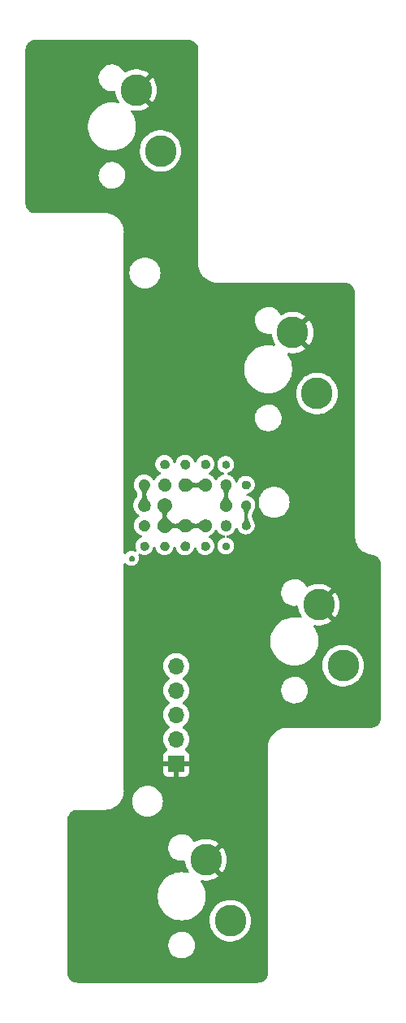
<source format=gbr>
%TF.GenerationSoftware,KiCad,Pcbnew,(6.0.7)*%
%TF.CreationDate,2023-01-05T19:37:18-06:00*%
%TF.ProjectId,OpenRectangle,4f70656e-5265-4637-9461-6e676c652e6b,rev?*%
%TF.SameCoordinates,Original*%
%TF.FileFunction,Copper,L1,Top*%
%TF.FilePolarity,Positive*%
%FSLAX46Y46*%
G04 Gerber Fmt 4.6, Leading zero omitted, Abs format (unit mm)*
G04 Created by KiCad (PCBNEW (6.0.7)) date 2023-01-05 19:37:18*
%MOMM*%
%LPD*%
G01*
G04 APERTURE LIST*
%TA.AperFunction,EtchedComponent*%
%ADD10C,0.010000*%
%TD*%
%TA.AperFunction,ComponentPad*%
%ADD11R,1.700000X1.700000*%
%TD*%
%TA.AperFunction,ComponentPad*%
%ADD12O,1.700000X1.700000*%
%TD*%
%TA.AperFunction,ComponentPad*%
%ADD13C,3.300000*%
%TD*%
G04 APERTURE END LIST*
%TO.C,H17*%
G36*
X325792299Y-80855523D02*
G01*
X325810466Y-80857024D01*
X325819256Y-80858514D01*
X325854909Y-80868625D01*
X325888313Y-80883031D01*
X325919119Y-80901452D01*
X325946980Y-80923606D01*
X325971547Y-80949211D01*
X325992472Y-80977986D01*
X326009407Y-81009650D01*
X326011149Y-81013617D01*
X326017815Y-81029858D01*
X326022737Y-81043958D01*
X326026167Y-81057256D01*
X326028358Y-81071088D01*
X326029559Y-81086793D01*
X326030023Y-81105707D01*
X326030058Y-81114190D01*
X326029986Y-81130901D01*
X326029681Y-81143669D01*
X326029037Y-81153631D01*
X326027949Y-81161922D01*
X326026310Y-81169677D01*
X326024114Y-81177690D01*
X326011390Y-81212292D01*
X325994278Y-81244790D01*
X325973133Y-81274661D01*
X325948314Y-81301384D01*
X325927206Y-81319273D01*
X325912739Y-81329021D01*
X325895017Y-81339032D01*
X325875698Y-81348512D01*
X325856439Y-81356667D01*
X325838897Y-81362705D01*
X325833473Y-81364170D01*
X325799372Y-81370042D01*
X325765476Y-81371090D01*
X325732170Y-81367568D01*
X325699839Y-81359730D01*
X325668870Y-81347828D01*
X325639648Y-81332116D01*
X325612559Y-81312848D01*
X325587990Y-81290276D01*
X325566325Y-81264653D01*
X325547952Y-81236234D01*
X325533255Y-81205272D01*
X325522621Y-81172019D01*
X325519587Y-81158107D01*
X325517374Y-81141583D01*
X325516252Y-81122361D01*
X325516223Y-81102342D01*
X325517288Y-81083431D01*
X325519449Y-81067531D01*
X325519515Y-81067200D01*
X325529004Y-81032471D01*
X325542958Y-80999744D01*
X325561032Y-80969384D01*
X325582882Y-80941753D01*
X325608164Y-80917214D01*
X325636536Y-80896131D01*
X325667651Y-80878868D01*
X325701167Y-80865787D01*
X325713545Y-80862227D01*
X325730832Y-80858761D01*
X325750825Y-80856450D01*
X325771867Y-80855351D01*
X325792299Y-80855523D01*
G37*
D10*
X325792299Y-80855523D02*
X325810466Y-80857024D01*
X325819256Y-80858514D01*
X325854909Y-80868625D01*
X325888313Y-80883031D01*
X325919119Y-80901452D01*
X325946980Y-80923606D01*
X325971547Y-80949211D01*
X325992472Y-80977986D01*
X326009407Y-81009650D01*
X326011149Y-81013617D01*
X326017815Y-81029858D01*
X326022737Y-81043958D01*
X326026167Y-81057256D01*
X326028358Y-81071088D01*
X326029559Y-81086793D01*
X326030023Y-81105707D01*
X326030058Y-81114190D01*
X326029986Y-81130901D01*
X326029681Y-81143669D01*
X326029037Y-81153631D01*
X326027949Y-81161922D01*
X326026310Y-81169677D01*
X326024114Y-81177690D01*
X326011390Y-81212292D01*
X325994278Y-81244790D01*
X325973133Y-81274661D01*
X325948314Y-81301384D01*
X325927206Y-81319273D01*
X325912739Y-81329021D01*
X325895017Y-81339032D01*
X325875698Y-81348512D01*
X325856439Y-81356667D01*
X325838897Y-81362705D01*
X325833473Y-81364170D01*
X325799372Y-81370042D01*
X325765476Y-81371090D01*
X325732170Y-81367568D01*
X325699839Y-81359730D01*
X325668870Y-81347828D01*
X325639648Y-81332116D01*
X325612559Y-81312848D01*
X325587990Y-81290276D01*
X325566325Y-81264653D01*
X325547952Y-81236234D01*
X325533255Y-81205272D01*
X325522621Y-81172019D01*
X325519587Y-81158107D01*
X325517374Y-81141583D01*
X325516252Y-81122361D01*
X325516223Y-81102342D01*
X325517288Y-81083431D01*
X325519449Y-81067531D01*
X325519515Y-81067200D01*
X325529004Y-81032471D01*
X325542958Y-80999744D01*
X325561032Y-80969384D01*
X325582882Y-80941753D01*
X325608164Y-80917214D01*
X325636536Y-80896131D01*
X325667651Y-80878868D01*
X325701167Y-80865787D01*
X325713545Y-80862227D01*
X325730832Y-80858761D01*
X325750825Y-80856450D01*
X325771867Y-80855351D01*
X325792299Y-80855523D01*
G36*
X327099239Y-72884155D02*
G01*
X327125674Y-72885493D01*
X327140944Y-72886942D01*
X327192403Y-72895410D01*
X327242132Y-72908499D01*
X327289902Y-72925977D01*
X327335486Y-72947612D01*
X327378657Y-72973174D01*
X327419186Y-73002430D01*
X327456846Y-73035148D01*
X327491409Y-73071097D01*
X327522647Y-73110045D01*
X327550333Y-73151761D01*
X327574239Y-73196012D01*
X327594137Y-73242568D01*
X327609800Y-73291196D01*
X327620999Y-73341665D01*
X327626354Y-73380794D01*
X327628827Y-73430262D01*
X327626430Y-73480104D01*
X327619302Y-73529838D01*
X327607579Y-73578981D01*
X327591399Y-73627049D01*
X327570900Y-73673560D01*
X327546220Y-73718031D01*
X327518726Y-73758350D01*
X327512113Y-73766742D01*
X327503079Y-73777645D01*
X327492653Y-73789842D01*
X327481867Y-73802116D01*
X327478117Y-73806294D01*
X327455798Y-73832912D01*
X327432980Y-73863758D01*
X327410154Y-73898073D01*
X327387805Y-73935101D01*
X327366423Y-73974084D01*
X327353500Y-73999650D01*
X327323815Y-74065962D01*
X327299079Y-74133177D01*
X327279275Y-74201120D01*
X327264389Y-74269617D01*
X327254404Y-74338491D01*
X327249305Y-74407569D01*
X327249076Y-74476675D01*
X327253702Y-74545634D01*
X327263166Y-74614271D01*
X327277454Y-74682411D01*
X327296549Y-74749879D01*
X327320435Y-74816500D01*
X327349098Y-74882099D01*
X327382521Y-74946501D01*
X327420688Y-75009531D01*
X327447565Y-75049023D01*
X327461272Y-75067817D01*
X327477334Y-75089045D01*
X327494704Y-75111369D01*
X327512334Y-75133452D01*
X327529176Y-75153956D01*
X327537411Y-75163709D01*
X327559010Y-75190041D01*
X327577798Y-75215373D01*
X327595138Y-75241599D01*
X327604434Y-75256893D01*
X327630070Y-75305133D01*
X327651193Y-75355407D01*
X327667754Y-75407321D01*
X327679702Y-75460483D01*
X327686988Y-75514498D01*
X327689562Y-75568973D01*
X327687374Y-75623516D01*
X327680374Y-75677733D01*
X327668511Y-75731229D01*
X327665850Y-75740774D01*
X327648622Y-75791624D01*
X327626780Y-75840860D01*
X327600614Y-75888024D01*
X327570413Y-75932657D01*
X327536467Y-75974299D01*
X327499065Y-76012493D01*
X327488036Y-76022486D01*
X327445120Y-76057331D01*
X327400444Y-76087619D01*
X327353739Y-76113471D01*
X327304738Y-76135008D01*
X327253173Y-76152351D01*
X327198776Y-76165623D01*
X327155296Y-76173071D01*
X327142647Y-76174374D01*
X327126142Y-76175338D01*
X327106923Y-76175965D01*
X327086132Y-76176256D01*
X327064913Y-76176210D01*
X327044406Y-76175830D01*
X327025754Y-76175116D01*
X327010099Y-76174067D01*
X327000356Y-76172968D01*
X326943243Y-76162160D01*
X326888677Y-76147058D01*
X326836751Y-76127709D01*
X326787557Y-76104162D01*
X326741187Y-76076466D01*
X326697734Y-76044669D01*
X326657291Y-76008821D01*
X326626602Y-75976621D01*
X326591125Y-75932855D01*
X326560228Y-75886950D01*
X326533872Y-75838825D01*
X326512017Y-75788394D01*
X326494626Y-75735575D01*
X326481659Y-75680284D01*
X326477240Y-75654460D01*
X326475982Y-75643916D01*
X326474806Y-75629861D01*
X326473750Y-75613359D01*
X326472855Y-75595478D01*
X326472162Y-75577283D01*
X326471710Y-75559839D01*
X326471541Y-75544212D01*
X326471694Y-75531469D01*
X326472210Y-75522674D01*
X326472243Y-75522380D01*
X326472993Y-75515877D01*
X326474116Y-75506027D01*
X326475419Y-75494529D01*
X326476003Y-75489360D01*
X326483499Y-75443042D01*
X326495463Y-75395986D01*
X326511539Y-75349059D01*
X326531373Y-75303126D01*
X326554612Y-75259052D01*
X326580902Y-75217704D01*
X326594920Y-75198530D01*
X326601700Y-75189974D01*
X326610509Y-75179260D01*
X326619993Y-75168022D01*
X326625679Y-75161436D01*
X326661175Y-75119633D01*
X326692867Y-75079810D01*
X326721256Y-75041246D01*
X326746840Y-75003221D01*
X326770121Y-74965015D01*
X326791597Y-74925907D01*
X326798318Y-74912792D01*
X326823837Y-74858373D01*
X326845756Y-74803336D01*
X326864275Y-74746973D01*
X326879596Y-74688574D01*
X326891920Y-74627432D01*
X326901446Y-74562838D01*
X326904145Y-74539400D01*
X326908092Y-74483837D01*
X326908411Y-74425678D01*
X326905199Y-74365779D01*
X326898554Y-74304998D01*
X326888573Y-74244193D01*
X326875352Y-74184221D01*
X326858989Y-74125938D01*
X326856388Y-74117760D01*
X326842413Y-74077667D01*
X326826553Y-74037813D01*
X326809142Y-73998808D01*
X326790513Y-73961265D01*
X326771001Y-73925797D01*
X326750939Y-73893015D01*
X326730662Y-73863531D01*
X326710501Y-73837959D01*
X326694213Y-73820258D01*
X326657543Y-73780346D01*
X326625529Y-73738460D01*
X326598092Y-73694468D01*
X326575155Y-73648240D01*
X326556639Y-73599643D01*
X326550023Y-73578010D01*
X326538317Y-73527801D01*
X326531549Y-73477371D01*
X326529605Y-73427019D01*
X326532372Y-73377045D01*
X326539735Y-73327747D01*
X326551579Y-73279425D01*
X326567790Y-73232379D01*
X326588253Y-73186906D01*
X326612855Y-73143306D01*
X326641480Y-73101879D01*
X326674015Y-73062924D01*
X326710346Y-73026739D01*
X326750356Y-72993625D01*
X326781916Y-72971500D01*
X326825412Y-72946083D01*
X326871772Y-72924528D01*
X326920249Y-72907123D01*
X326970099Y-72894156D01*
X326994006Y-72889641D01*
X327016951Y-72886705D01*
X327043233Y-72884791D01*
X327071211Y-72883931D01*
X327099239Y-72884155D01*
G37*
X327099239Y-72884155D02*
X327125674Y-72885493D01*
X327140944Y-72886942D01*
X327192403Y-72895410D01*
X327242132Y-72908499D01*
X327289902Y-72925977D01*
X327335486Y-72947612D01*
X327378657Y-72973174D01*
X327419186Y-73002430D01*
X327456846Y-73035148D01*
X327491409Y-73071097D01*
X327522647Y-73110045D01*
X327550333Y-73151761D01*
X327574239Y-73196012D01*
X327594137Y-73242568D01*
X327609800Y-73291196D01*
X327620999Y-73341665D01*
X327626354Y-73380794D01*
X327628827Y-73430262D01*
X327626430Y-73480104D01*
X327619302Y-73529838D01*
X327607579Y-73578981D01*
X327591399Y-73627049D01*
X327570900Y-73673560D01*
X327546220Y-73718031D01*
X327518726Y-73758350D01*
X327512113Y-73766742D01*
X327503079Y-73777645D01*
X327492653Y-73789842D01*
X327481867Y-73802116D01*
X327478117Y-73806294D01*
X327455798Y-73832912D01*
X327432980Y-73863758D01*
X327410154Y-73898073D01*
X327387805Y-73935101D01*
X327366423Y-73974084D01*
X327353500Y-73999650D01*
X327323815Y-74065962D01*
X327299079Y-74133177D01*
X327279275Y-74201120D01*
X327264389Y-74269617D01*
X327254404Y-74338491D01*
X327249305Y-74407569D01*
X327249076Y-74476675D01*
X327253702Y-74545634D01*
X327263166Y-74614271D01*
X327277454Y-74682411D01*
X327296549Y-74749879D01*
X327320435Y-74816500D01*
X327349098Y-74882099D01*
X327382521Y-74946501D01*
X327420688Y-75009531D01*
X327447565Y-75049023D01*
X327461272Y-75067817D01*
X327477334Y-75089045D01*
X327494704Y-75111369D01*
X327512334Y-75133452D01*
X327529176Y-75153956D01*
X327537411Y-75163709D01*
X327559010Y-75190041D01*
X327577798Y-75215373D01*
X327595138Y-75241599D01*
X327604434Y-75256893D01*
X327630070Y-75305133D01*
X327651193Y-75355407D01*
X327667754Y-75407321D01*
X327679702Y-75460483D01*
X327686988Y-75514498D01*
X327689562Y-75568973D01*
X327687374Y-75623516D01*
X327680374Y-75677733D01*
X327668511Y-75731229D01*
X327665850Y-75740774D01*
X327648622Y-75791624D01*
X327626780Y-75840860D01*
X327600614Y-75888024D01*
X327570413Y-75932657D01*
X327536467Y-75974299D01*
X327499065Y-76012493D01*
X327488036Y-76022486D01*
X327445120Y-76057331D01*
X327400444Y-76087619D01*
X327353739Y-76113471D01*
X327304738Y-76135008D01*
X327253173Y-76152351D01*
X327198776Y-76165623D01*
X327155296Y-76173071D01*
X327142647Y-76174374D01*
X327126142Y-76175338D01*
X327106923Y-76175965D01*
X327086132Y-76176256D01*
X327064913Y-76176210D01*
X327044406Y-76175830D01*
X327025754Y-76175116D01*
X327010099Y-76174067D01*
X327000356Y-76172968D01*
X326943243Y-76162160D01*
X326888677Y-76147058D01*
X326836751Y-76127709D01*
X326787557Y-76104162D01*
X326741187Y-76076466D01*
X326697734Y-76044669D01*
X326657291Y-76008821D01*
X326626602Y-75976621D01*
X326591125Y-75932855D01*
X326560228Y-75886950D01*
X326533872Y-75838825D01*
X326512017Y-75788394D01*
X326494626Y-75735575D01*
X326481659Y-75680284D01*
X326477240Y-75654460D01*
X326475982Y-75643916D01*
X326474806Y-75629861D01*
X326473750Y-75613359D01*
X326472855Y-75595478D01*
X326472162Y-75577283D01*
X326471710Y-75559839D01*
X326471541Y-75544212D01*
X326471694Y-75531469D01*
X326472210Y-75522674D01*
X326472243Y-75522380D01*
X326472993Y-75515877D01*
X326474116Y-75506027D01*
X326475419Y-75494529D01*
X326476003Y-75489360D01*
X326483499Y-75443042D01*
X326495463Y-75395986D01*
X326511539Y-75349059D01*
X326531373Y-75303126D01*
X326554612Y-75259052D01*
X326580902Y-75217704D01*
X326594920Y-75198530D01*
X326601700Y-75189974D01*
X326610509Y-75179260D01*
X326619993Y-75168022D01*
X326625679Y-75161436D01*
X326661175Y-75119633D01*
X326692867Y-75079810D01*
X326721256Y-75041246D01*
X326746840Y-75003221D01*
X326770121Y-74965015D01*
X326791597Y-74925907D01*
X326798318Y-74912792D01*
X326823837Y-74858373D01*
X326845756Y-74803336D01*
X326864275Y-74746973D01*
X326879596Y-74688574D01*
X326891920Y-74627432D01*
X326901446Y-74562838D01*
X326904145Y-74539400D01*
X326908092Y-74483837D01*
X326908411Y-74425678D01*
X326905199Y-74365779D01*
X326898554Y-74304998D01*
X326888573Y-74244193D01*
X326875352Y-74184221D01*
X326858989Y-74125938D01*
X326856388Y-74117760D01*
X326842413Y-74077667D01*
X326826553Y-74037813D01*
X326809142Y-73998808D01*
X326790513Y-73961265D01*
X326771001Y-73925797D01*
X326750939Y-73893015D01*
X326730662Y-73863531D01*
X326710501Y-73837959D01*
X326694213Y-73820258D01*
X326657543Y-73780346D01*
X326625529Y-73738460D01*
X326598092Y-73694468D01*
X326575155Y-73648240D01*
X326556639Y-73599643D01*
X326550023Y-73578010D01*
X326538317Y-73527801D01*
X326531549Y-73477371D01*
X326529605Y-73427019D01*
X326532372Y-73377045D01*
X326539735Y-73327747D01*
X326551579Y-73279425D01*
X326567790Y-73232379D01*
X326588253Y-73186906D01*
X326612855Y-73143306D01*
X326641480Y-73101879D01*
X326674015Y-73062924D01*
X326710346Y-73026739D01*
X326750356Y-72993625D01*
X326781916Y-72971500D01*
X326825412Y-72946083D01*
X326871772Y-72924528D01*
X326920249Y-72907123D01*
X326970099Y-72894156D01*
X326994006Y-72889641D01*
X327016951Y-72886705D01*
X327043233Y-72884791D01*
X327071211Y-72883931D01*
X327099239Y-72884155D01*
G36*
X327130350Y-77133720D02*
G01*
X327180077Y-77141598D01*
X327229092Y-77154227D01*
X327277117Y-77171566D01*
X327323872Y-77193578D01*
X327369079Y-77220221D01*
X327397866Y-77240275D01*
X327412330Y-77251838D01*
X327428875Y-77266431D01*
X327446498Y-77283055D01*
X327464197Y-77300706D01*
X327480971Y-77318382D01*
X327495817Y-77335082D01*
X327507734Y-77349803D01*
X327508765Y-77351180D01*
X327539088Y-77396003D01*
X327564497Y-77442098D01*
X327585004Y-77489501D01*
X327600622Y-77538246D01*
X327611363Y-77588369D01*
X327617241Y-77639905D01*
X327618022Y-77654710D01*
X327617568Y-77706140D01*
X327612230Y-77756781D01*
X327602179Y-77806345D01*
X327587586Y-77854544D01*
X327568622Y-77901093D01*
X327545458Y-77945703D01*
X327518266Y-77988088D01*
X327487215Y-78027961D01*
X327452477Y-78065035D01*
X327414224Y-78099023D01*
X327372625Y-78129637D01*
X327327853Y-78156592D01*
X327314962Y-78163347D01*
X327267603Y-78184634D01*
X327218338Y-78201330D01*
X327166870Y-78213531D01*
X327150216Y-78216449D01*
X327129253Y-78218972D01*
X327104787Y-78220519D01*
X327078301Y-78221100D01*
X327051274Y-78220726D01*
X327025187Y-78219408D01*
X327001523Y-78217155D01*
X326988830Y-78215313D01*
X326937411Y-78204068D01*
X326887955Y-78188299D01*
X326840690Y-78168237D01*
X326795841Y-78144110D01*
X326753635Y-78116149D01*
X326714298Y-78084584D01*
X326678057Y-78049645D01*
X326645137Y-78011562D01*
X326615765Y-77970566D01*
X326590168Y-77926885D01*
X326568571Y-77880751D01*
X326551202Y-77832394D01*
X326538286Y-77782042D01*
X326532904Y-77751880D01*
X326530768Y-77733821D01*
X326529181Y-77712599D01*
X326528187Y-77689804D01*
X326527830Y-77667024D01*
X326528152Y-77645846D01*
X326529198Y-77627859D01*
X326529424Y-77625500D01*
X326537215Y-77573771D01*
X326549844Y-77523394D01*
X326567190Y-77474621D01*
X326589133Y-77427706D01*
X326615550Y-77382900D01*
X326646321Y-77340457D01*
X326681324Y-77300628D01*
X326689096Y-77292725D01*
X326726684Y-77258098D01*
X326765596Y-77228053D01*
X326806530Y-77202131D01*
X326850188Y-77179873D01*
X326880810Y-77166976D01*
X326929909Y-77150507D01*
X326979691Y-77138986D01*
X327029879Y-77132375D01*
X327080191Y-77130633D01*
X327130350Y-77133720D01*
G37*
X327130350Y-77133720D02*
X327180077Y-77141598D01*
X327229092Y-77154227D01*
X327277117Y-77171566D01*
X327323872Y-77193578D01*
X327369079Y-77220221D01*
X327397866Y-77240275D01*
X327412330Y-77251838D01*
X327428875Y-77266431D01*
X327446498Y-77283055D01*
X327464197Y-77300706D01*
X327480971Y-77318382D01*
X327495817Y-77335082D01*
X327507734Y-77349803D01*
X327508765Y-77351180D01*
X327539088Y-77396003D01*
X327564497Y-77442098D01*
X327585004Y-77489501D01*
X327600622Y-77538246D01*
X327611363Y-77588369D01*
X327617241Y-77639905D01*
X327618022Y-77654710D01*
X327617568Y-77706140D01*
X327612230Y-77756781D01*
X327602179Y-77806345D01*
X327587586Y-77854544D01*
X327568622Y-77901093D01*
X327545458Y-77945703D01*
X327518266Y-77988088D01*
X327487215Y-78027961D01*
X327452477Y-78065035D01*
X327414224Y-78099023D01*
X327372625Y-78129637D01*
X327327853Y-78156592D01*
X327314962Y-78163347D01*
X327267603Y-78184634D01*
X327218338Y-78201330D01*
X327166870Y-78213531D01*
X327150216Y-78216449D01*
X327129253Y-78218972D01*
X327104787Y-78220519D01*
X327078301Y-78221100D01*
X327051274Y-78220726D01*
X327025187Y-78219408D01*
X327001523Y-78217155D01*
X326988830Y-78215313D01*
X326937411Y-78204068D01*
X326887955Y-78188299D01*
X326840690Y-78168237D01*
X326795841Y-78144110D01*
X326753635Y-78116149D01*
X326714298Y-78084584D01*
X326678057Y-78049645D01*
X326645137Y-78011562D01*
X326615765Y-77970566D01*
X326590168Y-77926885D01*
X326568571Y-77880751D01*
X326551202Y-77832394D01*
X326538286Y-77782042D01*
X326532904Y-77751880D01*
X326530768Y-77733821D01*
X326529181Y-77712599D01*
X326528187Y-77689804D01*
X326527830Y-77667024D01*
X326528152Y-77645846D01*
X326529198Y-77627859D01*
X326529424Y-77625500D01*
X326537215Y-77573771D01*
X326549844Y-77523394D01*
X326567190Y-77474621D01*
X326589133Y-77427706D01*
X326615550Y-77382900D01*
X326646321Y-77340457D01*
X326681324Y-77300628D01*
X326689096Y-77292725D01*
X326726684Y-77258098D01*
X326765596Y-77228053D01*
X326806530Y-77202131D01*
X326850188Y-77179873D01*
X326880810Y-77166976D01*
X326929909Y-77150507D01*
X326979691Y-77138986D01*
X327029879Y-77132375D01*
X327080191Y-77130633D01*
X327130350Y-77133720D01*
G36*
X327127629Y-79395054D02*
G01*
X327148237Y-79395928D01*
X327166320Y-79397575D01*
X327183145Y-79400183D01*
X327199984Y-79403937D01*
X327218104Y-79409022D01*
X327233184Y-79413784D01*
X327275297Y-79430093D01*
X327314783Y-79450506D01*
X327351456Y-79474699D01*
X327385128Y-79502347D01*
X327415613Y-79533126D01*
X327442722Y-79566710D01*
X327466270Y-79602777D01*
X327486069Y-79641000D01*
X327501933Y-79681057D01*
X327513673Y-79722621D01*
X327521104Y-79765369D01*
X327524038Y-79808976D01*
X327522287Y-79853118D01*
X327515666Y-79897470D01*
X327514674Y-79902158D01*
X327502531Y-79946189D01*
X327485825Y-79988308D01*
X327464814Y-80028200D01*
X327439758Y-80065548D01*
X327410915Y-80100035D01*
X327378545Y-80131346D01*
X327342906Y-80159164D01*
X327304259Y-80183173D01*
X327270958Y-80199597D01*
X327229270Y-80215223D01*
X327185994Y-80226294D01*
X327141719Y-80232782D01*
X327097033Y-80234659D01*
X327052525Y-80231897D01*
X327008783Y-80224468D01*
X326971070Y-80213939D01*
X326928634Y-80197175D01*
X326888872Y-80176321D01*
X326851981Y-80151689D01*
X326818157Y-80123596D01*
X326787596Y-80092354D01*
X326760496Y-80058278D01*
X326737051Y-80021683D01*
X326717458Y-79982882D01*
X326701914Y-79942189D01*
X326690615Y-79899920D01*
X326683756Y-79856388D01*
X326681534Y-79811908D01*
X326684146Y-79766793D01*
X326685424Y-79756560D01*
X326694119Y-79711564D01*
X326707566Y-79668275D01*
X326725669Y-79626875D01*
X326748333Y-79587550D01*
X326775461Y-79550485D01*
X326806959Y-79515864D01*
X326812800Y-79510180D01*
X326848200Y-79479680D01*
X326885955Y-79453664D01*
X326926149Y-79432088D01*
X326968867Y-79414907D01*
X327014196Y-79402075D01*
X327020805Y-79400613D01*
X327030971Y-79398560D01*
X327040263Y-79397037D01*
X327049727Y-79395971D01*
X327060411Y-79395288D01*
X327073363Y-79394912D01*
X327089628Y-79394770D01*
X327103226Y-79394769D01*
X327127629Y-79395054D01*
G37*
X327127629Y-79395054D02*
X327148237Y-79395928D01*
X327166320Y-79397575D01*
X327183145Y-79400183D01*
X327199984Y-79403937D01*
X327218104Y-79409022D01*
X327233184Y-79413784D01*
X327275297Y-79430093D01*
X327314783Y-79450506D01*
X327351456Y-79474699D01*
X327385128Y-79502347D01*
X327415613Y-79533126D01*
X327442722Y-79566710D01*
X327466270Y-79602777D01*
X327486069Y-79641000D01*
X327501933Y-79681057D01*
X327513673Y-79722621D01*
X327521104Y-79765369D01*
X327524038Y-79808976D01*
X327522287Y-79853118D01*
X327515666Y-79897470D01*
X327514674Y-79902158D01*
X327502531Y-79946189D01*
X327485825Y-79988308D01*
X327464814Y-80028200D01*
X327439758Y-80065548D01*
X327410915Y-80100035D01*
X327378545Y-80131346D01*
X327342906Y-80159164D01*
X327304259Y-80183173D01*
X327270958Y-80199597D01*
X327229270Y-80215223D01*
X327185994Y-80226294D01*
X327141719Y-80232782D01*
X327097033Y-80234659D01*
X327052525Y-80231897D01*
X327008783Y-80224468D01*
X326971070Y-80213939D01*
X326928634Y-80197175D01*
X326888872Y-80176321D01*
X326851981Y-80151689D01*
X326818157Y-80123596D01*
X326787596Y-80092354D01*
X326760496Y-80058278D01*
X326737051Y-80021683D01*
X326717458Y-79982882D01*
X326701914Y-79942189D01*
X326690615Y-79899920D01*
X326683756Y-79856388D01*
X326681534Y-79811908D01*
X326684146Y-79766793D01*
X326685424Y-79756560D01*
X326694119Y-79711564D01*
X326707566Y-79668275D01*
X326725669Y-79626875D01*
X326748333Y-79587550D01*
X326775461Y-79550485D01*
X326806959Y-79515864D01*
X326812800Y-79510180D01*
X326848200Y-79479680D01*
X326885955Y-79453664D01*
X326926149Y-79432088D01*
X326968867Y-79414907D01*
X327014196Y-79402075D01*
X327020805Y-79400613D01*
X327030971Y-79398560D01*
X327040263Y-79397037D01*
X327049727Y-79395971D01*
X327060411Y-79395288D01*
X327073363Y-79394912D01*
X327089628Y-79394770D01*
X327103226Y-79394769D01*
X327127629Y-79395054D01*
G36*
X329196186Y-74855729D02*
G01*
X329220594Y-74855844D01*
X329240670Y-74856140D01*
X329257161Y-74856648D01*
X329270814Y-74857403D01*
X329282376Y-74858437D01*
X329292593Y-74859784D01*
X329294704Y-74860121D01*
X329355699Y-74872470D01*
X329413916Y-74889050D01*
X329469493Y-74909931D01*
X329522566Y-74935181D01*
X329573271Y-74964870D01*
X329621744Y-74999067D01*
X329668121Y-75037841D01*
X329695535Y-75063865D01*
X329736809Y-75108418D01*
X329773988Y-75155861D01*
X329806949Y-75205951D01*
X329835568Y-75258446D01*
X329859722Y-75313106D01*
X329879288Y-75369687D01*
X329894143Y-75427948D01*
X329901393Y-75467770D01*
X329903032Y-75481774D01*
X329904348Y-75499675D01*
X329905336Y-75520464D01*
X329905987Y-75543131D01*
X329906296Y-75566668D01*
X329906256Y-75590066D01*
X329905861Y-75612314D01*
X329905102Y-75632405D01*
X329903975Y-75649328D01*
X329902670Y-75660810D01*
X329891033Y-75721677D01*
X329874832Y-75780494D01*
X329854168Y-75837095D01*
X329829143Y-75891312D01*
X329799858Y-75942982D01*
X329766412Y-75991937D01*
X329728907Y-76038012D01*
X329687444Y-76081041D01*
X329642124Y-76120858D01*
X329606396Y-76147992D01*
X329590488Y-76159468D01*
X329577734Y-76169073D01*
X329567061Y-76177753D01*
X329557393Y-76186454D01*
X329547657Y-76196120D01*
X329536780Y-76207697D01*
X329529486Y-76215703D01*
X329492499Y-76259622D01*
X329460419Y-76304336D01*
X329433094Y-76350194D01*
X329410370Y-76397541D01*
X329392095Y-76446724D01*
X329378117Y-76498091D01*
X329368281Y-76551988D01*
X329363736Y-76591895D01*
X329362635Y-76606811D01*
X329362222Y-76619978D01*
X329362530Y-76633176D01*
X329363589Y-76648186D01*
X329364999Y-76662697D01*
X329373173Y-76719004D01*
X329385718Y-76772825D01*
X329402714Y-76824324D01*
X329424236Y-76873667D01*
X329450364Y-76921019D01*
X329481175Y-76966547D01*
X329516746Y-77010416D01*
X329540179Y-77035774D01*
X329556566Y-77051884D01*
X329572633Y-77066136D01*
X329587220Y-77077511D01*
X329590500Y-77079788D01*
X329630623Y-77109219D01*
X329669993Y-77142759D01*
X329707629Y-77179442D01*
X329742547Y-77218303D01*
X329773765Y-77258375D01*
X329777449Y-77263550D01*
X329785891Y-77274029D01*
X329797883Y-77286749D01*
X329812763Y-77301103D01*
X329829872Y-77316486D01*
X329848550Y-77332293D01*
X329868137Y-77347918D01*
X329875636Y-77353647D01*
X329925336Y-77388393D01*
X329976054Y-77418317D01*
X330028118Y-77443544D01*
X330081859Y-77464196D01*
X330137604Y-77480397D01*
X330195684Y-77492270D01*
X330256426Y-77499939D01*
X330268881Y-77500975D01*
X330311298Y-77502248D01*
X330356256Y-77499936D01*
X330402874Y-77494205D01*
X330450268Y-77485222D01*
X330497555Y-77473153D01*
X330543852Y-77458164D01*
X330586588Y-77441164D01*
X330619284Y-77425544D01*
X330652712Y-77407152D01*
X330686109Y-77386544D01*
X330718710Y-77364279D01*
X330749753Y-77340914D01*
X330778473Y-77317006D01*
X330804107Y-77293114D01*
X330825891Y-77269794D01*
X330832913Y-77261308D01*
X330854437Y-77235747D01*
X330878088Y-77210237D01*
X330902280Y-77186434D01*
X330919384Y-77171076D01*
X330966099Y-77134090D01*
X331014402Y-77101903D01*
X331064463Y-77074436D01*
X331116451Y-77051611D01*
X331170537Y-77033348D01*
X331226888Y-77019569D01*
X331256642Y-77014229D01*
X331273633Y-77012184D01*
X331294486Y-77010698D01*
X331318011Y-77009770D01*
X331343022Y-77009399D01*
X331368330Y-77009585D01*
X331392747Y-77010327D01*
X331415085Y-77011625D01*
X331434157Y-77013478D01*
X331440276Y-77014323D01*
X331498102Y-77025715D01*
X331554258Y-77041887D01*
X331608576Y-77062766D01*
X331660893Y-77088280D01*
X331711043Y-77118358D01*
X331758860Y-77152927D01*
X331759791Y-77153663D01*
X331778694Y-77169570D01*
X331799188Y-77188425D01*
X331820017Y-77208971D01*
X331839923Y-77229949D01*
X331857647Y-77250102D01*
X331864086Y-77257952D01*
X331884539Y-77281047D01*
X331909309Y-77304796D01*
X331937758Y-77328719D01*
X331969249Y-77352339D01*
X332003146Y-77375176D01*
X332038812Y-77396753D01*
X332074066Y-77415805D01*
X332121560Y-77438171D01*
X332169310Y-77456922D01*
X332218112Y-77472272D01*
X332268764Y-77484435D01*
X332322062Y-77493624D01*
X332378805Y-77500054D01*
X332392341Y-77501159D01*
X332415174Y-77502490D01*
X332435779Y-77502699D01*
X332456882Y-77501785D01*
X332466001Y-77501110D01*
X332521525Y-77495319D01*
X332573359Y-77487131D01*
X332622409Y-77476316D01*
X332669581Y-77462645D01*
X332715779Y-77445888D01*
X332761472Y-77426018D01*
X332785974Y-77413801D01*
X332811228Y-77399894D01*
X332836595Y-77384746D01*
X332861436Y-77368803D01*
X332885112Y-77352511D01*
X332906982Y-77336317D01*
X332926408Y-77320669D01*
X332942750Y-77306012D01*
X332955367Y-77292794D01*
X332959463Y-77287698D01*
X332967637Y-77277672D01*
X332978892Y-77265112D01*
X332992448Y-77250786D01*
X333007523Y-77235462D01*
X333023339Y-77219906D01*
X333039114Y-77204886D01*
X333054067Y-77191169D01*
X333067419Y-77179523D01*
X333078388Y-77170715D01*
X333078678Y-77170498D01*
X333126356Y-77137932D01*
X333175650Y-77110042D01*
X333226352Y-77086872D01*
X333278254Y-77068467D01*
X333331145Y-77054872D01*
X333384818Y-77046133D01*
X333439063Y-77042293D01*
X333493672Y-77043399D01*
X333548435Y-77049494D01*
X333596736Y-77059056D01*
X333650001Y-77074352D01*
X333701319Y-77094172D01*
X333750455Y-77118267D01*
X333797177Y-77146387D01*
X333841251Y-77178283D01*
X333882443Y-77213706D01*
X333920519Y-77252407D01*
X333955245Y-77294136D01*
X333986388Y-77338645D01*
X334013714Y-77385684D01*
X334036990Y-77435004D01*
X334055981Y-77486356D01*
X334070454Y-77539490D01*
X334076634Y-77570721D01*
X334083302Y-77624580D01*
X334085010Y-77678574D01*
X334081861Y-77732383D01*
X334073954Y-77785689D01*
X334061391Y-77838174D01*
X334044272Y-77889517D01*
X334022699Y-77939402D01*
X333996771Y-77987509D01*
X333966591Y-78033519D01*
X333932258Y-78077114D01*
X333907993Y-78103765D01*
X333865795Y-78144137D01*
X333821348Y-78179954D01*
X333774627Y-78211230D01*
X333725607Y-78237977D01*
X333674264Y-78260209D01*
X333620574Y-78277939D01*
X333564510Y-78291179D01*
X333541611Y-78295189D01*
X333524200Y-78297280D01*
X333502998Y-78298765D01*
X333479260Y-78299647D01*
X333454240Y-78299925D01*
X333429191Y-78299601D01*
X333405367Y-78298675D01*
X333384023Y-78297148D01*
X333366866Y-78295092D01*
X333310946Y-78283863D01*
X333256821Y-78267907D01*
X333204631Y-78247304D01*
X333154517Y-78222129D01*
X333106620Y-78192459D01*
X333061080Y-78158373D01*
X333018038Y-78119947D01*
X332984508Y-78085034D01*
X332953261Y-78053185D01*
X332917625Y-78022190D01*
X332878272Y-77992453D01*
X332835874Y-77964379D01*
X332791103Y-77938375D01*
X332744631Y-77914846D01*
X332697129Y-77894197D01*
X332649269Y-77876834D01*
X332629337Y-77870653D01*
X332591001Y-77860392D01*
X332553937Y-77852686D01*
X332516718Y-77847339D01*
X332477912Y-77844159D01*
X332436092Y-77842948D01*
X332425796Y-77842929D01*
X332392825Y-77843448D01*
X332363412Y-77844930D01*
X332336100Y-77847533D01*
X332309431Y-77851419D01*
X332281949Y-77856748D01*
X332264728Y-77860642D01*
X332205450Y-77877234D01*
X332147043Y-77898779D01*
X332089670Y-77925199D01*
X332033493Y-77956414D01*
X331978675Y-77992348D01*
X331956514Y-78008513D01*
X331928509Y-78030224D01*
X331903369Y-78051063D01*
X331881626Y-78070569D01*
X331863811Y-78088283D01*
X331861916Y-78090316D01*
X331825262Y-78128568D01*
X331789810Y-78162441D01*
X331755007Y-78192319D01*
X331720296Y-78218589D01*
X331685122Y-78241636D01*
X331648928Y-78261847D01*
X331611158Y-78279606D01*
X331571258Y-78295299D01*
X331561637Y-78298686D01*
X331526028Y-78310096D01*
X331492379Y-78318928D01*
X331459202Y-78325443D01*
X331425012Y-78329902D01*
X331388324Y-78332567D01*
X331364076Y-78333422D01*
X331322942Y-78333537D01*
X331285100Y-78331724D01*
X331249071Y-78327800D01*
X331213376Y-78321578D01*
X331176536Y-78312875D01*
X331157671Y-78307663D01*
X331106418Y-78290425D01*
X331056318Y-78268680D01*
X331007881Y-78242780D01*
X330961620Y-78213076D01*
X330918047Y-78179918D01*
X330877674Y-78143656D01*
X330841013Y-78104643D01*
X330816277Y-78073810D01*
X330806518Y-78061665D01*
X330795153Y-78049400D01*
X330781602Y-78036482D01*
X330765285Y-78022378D01*
X330745621Y-78006556D01*
X330729076Y-77993810D01*
X330678005Y-77957800D01*
X330626027Y-77926724D01*
X330572906Y-77900480D01*
X330518408Y-77878967D01*
X330462297Y-77862083D01*
X330404338Y-77849727D01*
X330389986Y-77847402D01*
X330374589Y-77845609D01*
X330355515Y-77844244D01*
X330333972Y-77843316D01*
X330311171Y-77842837D01*
X330288321Y-77842817D01*
X330266631Y-77843267D01*
X330247310Y-77844197D01*
X330231568Y-77845618D01*
X330228696Y-77845999D01*
X330169284Y-77856913D01*
X330111603Y-77872461D01*
X330055510Y-77892706D01*
X330000863Y-77917713D01*
X329947519Y-77947544D01*
X329895337Y-77982262D01*
X329857856Y-78010760D01*
X329837655Y-78027655D01*
X329816816Y-78046361D01*
X329796354Y-78065889D01*
X329777282Y-78085248D01*
X329760615Y-78103449D01*
X329750322Y-78115720D01*
X329737110Y-78131389D01*
X329720956Y-78149128D01*
X329702915Y-78167885D01*
X329684039Y-78186608D01*
X329665383Y-78204248D01*
X329648001Y-78219753D01*
X329636155Y-78229571D01*
X329587560Y-78264977D01*
X329536759Y-78296028D01*
X329484044Y-78322641D01*
X329429704Y-78344737D01*
X329374030Y-78362232D01*
X329317312Y-78375046D01*
X329259841Y-78383098D01*
X329201906Y-78386306D01*
X329143800Y-78384589D01*
X329099583Y-78379923D01*
X329040773Y-78369216D01*
X328983385Y-78353684D01*
X328927632Y-78333437D01*
X328873727Y-78308583D01*
X328821883Y-78279233D01*
X328772313Y-78245495D01*
X328725231Y-78207478D01*
X328680849Y-78165293D01*
X328680471Y-78164904D01*
X328641789Y-78121535D01*
X328606669Y-78075019D01*
X328575335Y-78025809D01*
X328548012Y-77974361D01*
X328524925Y-77921131D01*
X328506299Y-77866573D01*
X328492358Y-77811143D01*
X328485075Y-77769010D01*
X328479692Y-77712042D01*
X328479134Y-77654359D01*
X328483302Y-77596494D01*
X328492096Y-77538981D01*
X328505416Y-77482352D01*
X328523164Y-77427141D01*
X328545240Y-77373880D01*
X328566575Y-77331904D01*
X328594353Y-77285946D01*
X328625612Y-77241761D01*
X328659764Y-77200026D01*
X328696222Y-77161418D01*
X328734397Y-77126615D01*
X328766626Y-77101351D01*
X328797059Y-77077083D01*
X328827652Y-77048621D01*
X328857725Y-77016777D01*
X328886594Y-76982368D01*
X328913577Y-76946207D01*
X328937990Y-76909110D01*
X328959153Y-76871890D01*
X328959554Y-76871120D01*
X328982329Y-76822206D01*
X329000072Y-76772894D01*
X329012806Y-76723301D01*
X329020551Y-76673543D01*
X329023332Y-76623737D01*
X329021168Y-76573999D01*
X329014083Y-76524446D01*
X329002099Y-76475195D01*
X328985238Y-76426362D01*
X328963521Y-76378063D01*
X328936971Y-76330416D01*
X328905610Y-76283537D01*
X328869460Y-76237542D01*
X328831696Y-76195803D01*
X328819571Y-76183661D01*
X328806513Y-76171312D01*
X328793776Y-76159895D01*
X328782614Y-76150551D01*
X328778236Y-76147176D01*
X328743479Y-76120087D01*
X328711622Y-76092263D01*
X328680600Y-76061901D01*
X328680471Y-76061767D01*
X328640748Y-76017299D01*
X328605097Y-75970083D01*
X328573630Y-75920414D01*
X328546458Y-75868591D01*
X328523692Y-75814911D01*
X328505444Y-75759671D01*
X328491825Y-75703170D01*
X328482947Y-75645705D01*
X328478922Y-75587572D01*
X328479861Y-75529071D01*
X328479997Y-75526824D01*
X328486154Y-75467913D01*
X328497081Y-75410324D01*
X328512586Y-75354285D01*
X328532478Y-75300023D01*
X328556566Y-75247765D01*
X328584659Y-75197738D01*
X328616567Y-75150170D01*
X328652097Y-75105287D01*
X328691059Y-75063316D01*
X328733262Y-75024485D01*
X328778515Y-74989020D01*
X328826627Y-74957148D01*
X328877406Y-74929098D01*
X328930662Y-74905095D01*
X328986204Y-74885367D01*
X329029816Y-74873375D01*
X329051203Y-74868366D01*
X329069984Y-74864380D01*
X329087208Y-74861306D01*
X329103919Y-74859032D01*
X329121163Y-74857449D01*
X329139987Y-74856444D01*
X329161438Y-74855908D01*
X329186559Y-74855728D01*
X329196186Y-74855729D01*
G37*
X329196186Y-74855729D02*
X329220594Y-74855844D01*
X329240670Y-74856140D01*
X329257161Y-74856648D01*
X329270814Y-74857403D01*
X329282376Y-74858437D01*
X329292593Y-74859784D01*
X329294704Y-74860121D01*
X329355699Y-74872470D01*
X329413916Y-74889050D01*
X329469493Y-74909931D01*
X329522566Y-74935181D01*
X329573271Y-74964870D01*
X329621744Y-74999067D01*
X329668121Y-75037841D01*
X329695535Y-75063865D01*
X329736809Y-75108418D01*
X329773988Y-75155861D01*
X329806949Y-75205951D01*
X329835568Y-75258446D01*
X329859722Y-75313106D01*
X329879288Y-75369687D01*
X329894143Y-75427948D01*
X329901393Y-75467770D01*
X329903032Y-75481774D01*
X329904348Y-75499675D01*
X329905336Y-75520464D01*
X329905987Y-75543131D01*
X329906296Y-75566668D01*
X329906256Y-75590066D01*
X329905861Y-75612314D01*
X329905102Y-75632405D01*
X329903975Y-75649328D01*
X329902670Y-75660810D01*
X329891033Y-75721677D01*
X329874832Y-75780494D01*
X329854168Y-75837095D01*
X329829143Y-75891312D01*
X329799858Y-75942982D01*
X329766412Y-75991937D01*
X329728907Y-76038012D01*
X329687444Y-76081041D01*
X329642124Y-76120858D01*
X329606396Y-76147992D01*
X329590488Y-76159468D01*
X329577734Y-76169073D01*
X329567061Y-76177753D01*
X329557393Y-76186454D01*
X329547657Y-76196120D01*
X329536780Y-76207697D01*
X329529486Y-76215703D01*
X329492499Y-76259622D01*
X329460419Y-76304336D01*
X329433094Y-76350194D01*
X329410370Y-76397541D01*
X329392095Y-76446724D01*
X329378117Y-76498091D01*
X329368281Y-76551988D01*
X329363736Y-76591895D01*
X329362635Y-76606811D01*
X329362222Y-76619978D01*
X329362530Y-76633176D01*
X329363589Y-76648186D01*
X329364999Y-76662697D01*
X329373173Y-76719004D01*
X329385718Y-76772825D01*
X329402714Y-76824324D01*
X329424236Y-76873667D01*
X329450364Y-76921019D01*
X329481175Y-76966547D01*
X329516746Y-77010416D01*
X329540179Y-77035774D01*
X329556566Y-77051884D01*
X329572633Y-77066136D01*
X329587220Y-77077511D01*
X329590500Y-77079788D01*
X329630623Y-77109219D01*
X329669993Y-77142759D01*
X329707629Y-77179442D01*
X329742547Y-77218303D01*
X329773765Y-77258375D01*
X329777449Y-77263550D01*
X329785891Y-77274029D01*
X329797883Y-77286749D01*
X329812763Y-77301103D01*
X329829872Y-77316486D01*
X329848550Y-77332293D01*
X329868137Y-77347918D01*
X329875636Y-77353647D01*
X329925336Y-77388393D01*
X329976054Y-77418317D01*
X330028118Y-77443544D01*
X330081859Y-77464196D01*
X330137604Y-77480397D01*
X330195684Y-77492270D01*
X330256426Y-77499939D01*
X330268881Y-77500975D01*
X330311298Y-77502248D01*
X330356256Y-77499936D01*
X330402874Y-77494205D01*
X330450268Y-77485222D01*
X330497555Y-77473153D01*
X330543852Y-77458164D01*
X330586588Y-77441164D01*
X330619284Y-77425544D01*
X330652712Y-77407152D01*
X330686109Y-77386544D01*
X330718710Y-77364279D01*
X330749753Y-77340914D01*
X330778473Y-77317006D01*
X330804107Y-77293114D01*
X330825891Y-77269794D01*
X330832913Y-77261308D01*
X330854437Y-77235747D01*
X330878088Y-77210237D01*
X330902280Y-77186434D01*
X330919384Y-77171076D01*
X330966099Y-77134090D01*
X331014402Y-77101903D01*
X331064463Y-77074436D01*
X331116451Y-77051611D01*
X331170537Y-77033348D01*
X331226888Y-77019569D01*
X331256642Y-77014229D01*
X331273633Y-77012184D01*
X331294486Y-77010698D01*
X331318011Y-77009770D01*
X331343022Y-77009399D01*
X331368330Y-77009585D01*
X331392747Y-77010327D01*
X331415085Y-77011625D01*
X331434157Y-77013478D01*
X331440276Y-77014323D01*
X331498102Y-77025715D01*
X331554258Y-77041887D01*
X331608576Y-77062766D01*
X331660893Y-77088280D01*
X331711043Y-77118358D01*
X331758860Y-77152927D01*
X331759791Y-77153663D01*
X331778694Y-77169570D01*
X331799188Y-77188425D01*
X331820017Y-77208971D01*
X331839923Y-77229949D01*
X331857647Y-77250102D01*
X331864086Y-77257952D01*
X331884539Y-77281047D01*
X331909309Y-77304796D01*
X331937758Y-77328719D01*
X331969249Y-77352339D01*
X332003146Y-77375176D01*
X332038812Y-77396753D01*
X332074066Y-77415805D01*
X332121560Y-77438171D01*
X332169310Y-77456922D01*
X332218112Y-77472272D01*
X332268764Y-77484435D01*
X332322062Y-77493624D01*
X332378805Y-77500054D01*
X332392341Y-77501159D01*
X332415174Y-77502490D01*
X332435779Y-77502699D01*
X332456882Y-77501785D01*
X332466001Y-77501110D01*
X332521525Y-77495319D01*
X332573359Y-77487131D01*
X332622409Y-77476316D01*
X332669581Y-77462645D01*
X332715779Y-77445888D01*
X332761472Y-77426018D01*
X332785974Y-77413801D01*
X332811228Y-77399894D01*
X332836595Y-77384746D01*
X332861436Y-77368803D01*
X332885112Y-77352511D01*
X332906982Y-77336317D01*
X332926408Y-77320669D01*
X332942750Y-77306012D01*
X332955367Y-77292794D01*
X332959463Y-77287698D01*
X332967637Y-77277672D01*
X332978892Y-77265112D01*
X332992448Y-77250786D01*
X333007523Y-77235462D01*
X333023339Y-77219906D01*
X333039114Y-77204886D01*
X333054067Y-77191169D01*
X333067419Y-77179523D01*
X333078388Y-77170715D01*
X333078678Y-77170498D01*
X333126356Y-77137932D01*
X333175650Y-77110042D01*
X333226352Y-77086872D01*
X333278254Y-77068467D01*
X333331145Y-77054872D01*
X333384818Y-77046133D01*
X333439063Y-77042293D01*
X333493672Y-77043399D01*
X333548435Y-77049494D01*
X333596736Y-77059056D01*
X333650001Y-77074352D01*
X333701319Y-77094172D01*
X333750455Y-77118267D01*
X333797177Y-77146387D01*
X333841251Y-77178283D01*
X333882443Y-77213706D01*
X333920519Y-77252407D01*
X333955245Y-77294136D01*
X333986388Y-77338645D01*
X334013714Y-77385684D01*
X334036990Y-77435004D01*
X334055981Y-77486356D01*
X334070454Y-77539490D01*
X334076634Y-77570721D01*
X334083302Y-77624580D01*
X334085010Y-77678574D01*
X334081861Y-77732383D01*
X334073954Y-77785689D01*
X334061391Y-77838174D01*
X334044272Y-77889517D01*
X334022699Y-77939402D01*
X333996771Y-77987509D01*
X333966591Y-78033519D01*
X333932258Y-78077114D01*
X333907993Y-78103765D01*
X333865795Y-78144137D01*
X333821348Y-78179954D01*
X333774627Y-78211230D01*
X333725607Y-78237977D01*
X333674264Y-78260209D01*
X333620574Y-78277939D01*
X333564510Y-78291179D01*
X333541611Y-78295189D01*
X333524200Y-78297280D01*
X333502998Y-78298765D01*
X333479260Y-78299647D01*
X333454240Y-78299925D01*
X333429191Y-78299601D01*
X333405367Y-78298675D01*
X333384023Y-78297148D01*
X333366866Y-78295092D01*
X333310946Y-78283863D01*
X333256821Y-78267907D01*
X333204631Y-78247304D01*
X333154517Y-78222129D01*
X333106620Y-78192459D01*
X333061080Y-78158373D01*
X333018038Y-78119947D01*
X332984508Y-78085034D01*
X332953261Y-78053185D01*
X332917625Y-78022190D01*
X332878272Y-77992453D01*
X332835874Y-77964379D01*
X332791103Y-77938375D01*
X332744631Y-77914846D01*
X332697129Y-77894197D01*
X332649269Y-77876834D01*
X332629337Y-77870653D01*
X332591001Y-77860392D01*
X332553937Y-77852686D01*
X332516718Y-77847339D01*
X332477912Y-77844159D01*
X332436092Y-77842948D01*
X332425796Y-77842929D01*
X332392825Y-77843448D01*
X332363412Y-77844930D01*
X332336100Y-77847533D01*
X332309431Y-77851419D01*
X332281949Y-77856748D01*
X332264728Y-77860642D01*
X332205450Y-77877234D01*
X332147043Y-77898779D01*
X332089670Y-77925199D01*
X332033493Y-77956414D01*
X331978675Y-77992348D01*
X331956514Y-78008513D01*
X331928509Y-78030224D01*
X331903369Y-78051063D01*
X331881626Y-78070569D01*
X331863811Y-78088283D01*
X331861916Y-78090316D01*
X331825262Y-78128568D01*
X331789810Y-78162441D01*
X331755007Y-78192319D01*
X331720296Y-78218589D01*
X331685122Y-78241636D01*
X331648928Y-78261847D01*
X331611158Y-78279606D01*
X331571258Y-78295299D01*
X331561637Y-78298686D01*
X331526028Y-78310096D01*
X331492379Y-78318928D01*
X331459202Y-78325443D01*
X331425012Y-78329902D01*
X331388324Y-78332567D01*
X331364076Y-78333422D01*
X331322942Y-78333537D01*
X331285100Y-78331724D01*
X331249071Y-78327800D01*
X331213376Y-78321578D01*
X331176536Y-78312875D01*
X331157671Y-78307663D01*
X331106418Y-78290425D01*
X331056318Y-78268680D01*
X331007881Y-78242780D01*
X330961620Y-78213076D01*
X330918047Y-78179918D01*
X330877674Y-78143656D01*
X330841013Y-78104643D01*
X330816277Y-78073810D01*
X330806518Y-78061665D01*
X330795153Y-78049400D01*
X330781602Y-78036482D01*
X330765285Y-78022378D01*
X330745621Y-78006556D01*
X330729076Y-77993810D01*
X330678005Y-77957800D01*
X330626027Y-77926724D01*
X330572906Y-77900480D01*
X330518408Y-77878967D01*
X330462297Y-77862083D01*
X330404338Y-77849727D01*
X330389986Y-77847402D01*
X330374589Y-77845609D01*
X330355515Y-77844244D01*
X330333972Y-77843316D01*
X330311171Y-77842837D01*
X330288321Y-77842817D01*
X330266631Y-77843267D01*
X330247310Y-77844197D01*
X330231568Y-77845618D01*
X330228696Y-77845999D01*
X330169284Y-77856913D01*
X330111603Y-77872461D01*
X330055510Y-77892706D01*
X330000863Y-77917713D01*
X329947519Y-77947544D01*
X329895337Y-77982262D01*
X329857856Y-78010760D01*
X329837655Y-78027655D01*
X329816816Y-78046361D01*
X329796354Y-78065889D01*
X329777282Y-78085248D01*
X329760615Y-78103449D01*
X329750322Y-78115720D01*
X329737110Y-78131389D01*
X329720956Y-78149128D01*
X329702915Y-78167885D01*
X329684039Y-78186608D01*
X329665383Y-78204248D01*
X329648001Y-78219753D01*
X329636155Y-78229571D01*
X329587560Y-78264977D01*
X329536759Y-78296028D01*
X329484044Y-78322641D01*
X329429704Y-78344737D01*
X329374030Y-78362232D01*
X329317312Y-78375046D01*
X329259841Y-78383098D01*
X329201906Y-78386306D01*
X329143800Y-78384589D01*
X329099583Y-78379923D01*
X329040773Y-78369216D01*
X328983385Y-78353684D01*
X328927632Y-78333437D01*
X328873727Y-78308583D01*
X328821883Y-78279233D01*
X328772313Y-78245495D01*
X328725231Y-78207478D01*
X328680849Y-78165293D01*
X328680471Y-78164904D01*
X328641789Y-78121535D01*
X328606669Y-78075019D01*
X328575335Y-78025809D01*
X328548012Y-77974361D01*
X328524925Y-77921131D01*
X328506299Y-77866573D01*
X328492358Y-77811143D01*
X328485075Y-77769010D01*
X328479692Y-77712042D01*
X328479134Y-77654359D01*
X328483302Y-77596494D01*
X328492096Y-77538981D01*
X328505416Y-77482352D01*
X328523164Y-77427141D01*
X328545240Y-77373880D01*
X328566575Y-77331904D01*
X328594353Y-77285946D01*
X328625612Y-77241761D01*
X328659764Y-77200026D01*
X328696222Y-77161418D01*
X328734397Y-77126615D01*
X328766626Y-77101351D01*
X328797059Y-77077083D01*
X328827652Y-77048621D01*
X328857725Y-77016777D01*
X328886594Y-76982368D01*
X328913577Y-76946207D01*
X328937990Y-76909110D01*
X328959153Y-76871890D01*
X328959554Y-76871120D01*
X328982329Y-76822206D01*
X329000072Y-76772894D01*
X329012806Y-76723301D01*
X329020551Y-76673543D01*
X329023332Y-76623737D01*
X329021168Y-76573999D01*
X329014083Y-76524446D01*
X329002099Y-76475195D01*
X328985238Y-76426362D01*
X328963521Y-76378063D01*
X328936971Y-76330416D01*
X328905610Y-76283537D01*
X328869460Y-76237542D01*
X328831696Y-76195803D01*
X328819571Y-76183661D01*
X328806513Y-76171312D01*
X328793776Y-76159895D01*
X328782614Y-76150551D01*
X328778236Y-76147176D01*
X328743479Y-76120087D01*
X328711622Y-76092263D01*
X328680600Y-76061901D01*
X328680471Y-76061767D01*
X328640748Y-76017299D01*
X328605097Y-75970083D01*
X328573630Y-75920414D01*
X328546458Y-75868591D01*
X328523692Y-75814911D01*
X328505444Y-75759671D01*
X328491825Y-75703170D01*
X328482947Y-75645705D01*
X328478922Y-75587572D01*
X328479861Y-75529071D01*
X328479997Y-75526824D01*
X328486154Y-75467913D01*
X328497081Y-75410324D01*
X328512586Y-75354285D01*
X328532478Y-75300023D01*
X328556566Y-75247765D01*
X328584659Y-75197738D01*
X328616567Y-75150170D01*
X328652097Y-75105287D01*
X328691059Y-75063316D01*
X328733262Y-75024485D01*
X328778515Y-74989020D01*
X328826627Y-74957148D01*
X328877406Y-74929098D01*
X328930662Y-74905095D01*
X328986204Y-74885367D01*
X329029816Y-74873375D01*
X329051203Y-74868366D01*
X329069984Y-74864380D01*
X329087208Y-74861306D01*
X329103919Y-74859032D01*
X329121163Y-74857449D01*
X329139987Y-74856444D01*
X329161438Y-74855908D01*
X329186559Y-74855728D01*
X329196186Y-74855729D01*
G36*
X329221459Y-72798733D02*
G01*
X329244888Y-72799370D01*
X329266623Y-72800530D01*
X329285317Y-72802201D01*
X329291436Y-72802982D01*
X329347352Y-72813409D01*
X329401479Y-72828471D01*
X329453593Y-72847972D01*
X329503469Y-72871712D01*
X329550885Y-72899496D01*
X329595616Y-72931125D01*
X329637439Y-72966401D01*
X329676128Y-73005128D01*
X329711461Y-73047108D01*
X329743213Y-73092143D01*
X329771160Y-73140035D01*
X329795079Y-73190588D01*
X329814745Y-73243603D01*
X329823178Y-73271940D01*
X329834142Y-73321026D01*
X329840914Y-73372136D01*
X329843489Y-73424415D01*
X329841861Y-73477014D01*
X329836027Y-73529078D01*
X329825982Y-73579757D01*
X329824831Y-73584383D01*
X329808935Y-73636877D01*
X329788399Y-73687741D01*
X329763489Y-73736665D01*
X329734468Y-73783338D01*
X329701603Y-73827453D01*
X329665158Y-73868697D01*
X329625400Y-73906762D01*
X329582592Y-73941339D01*
X329537000Y-73972116D01*
X329488889Y-73998785D01*
X329457767Y-74013183D01*
X329405824Y-74032995D01*
X329353810Y-74047853D01*
X329301174Y-74057862D01*
X329247367Y-74063125D01*
X329191838Y-74063747D01*
X329190181Y-74063696D01*
X329133722Y-74059433D01*
X329078670Y-74050311D01*
X329025156Y-74036388D01*
X328973312Y-74017721D01*
X328923272Y-73994369D01*
X328875166Y-73966389D01*
X328829128Y-73933841D01*
X328785290Y-73896782D01*
X328764253Y-73876594D01*
X328724926Y-73833861D01*
X328690146Y-73788872D01*
X328659925Y-73741650D01*
X328634276Y-73692221D01*
X328613210Y-73640608D01*
X328596739Y-73586836D01*
X328584878Y-73530929D01*
X328582884Y-73518320D01*
X328581465Y-73506290D01*
X328580178Y-73490776D01*
X328579072Y-73473008D01*
X328578196Y-73454216D01*
X328577598Y-73435630D01*
X328577327Y-73418479D01*
X328577434Y-73403994D01*
X328577925Y-73393860D01*
X328583528Y-73344680D01*
X328591668Y-73299002D01*
X328602640Y-73255769D01*
X328616736Y-73213928D01*
X328634248Y-73172421D01*
X328646168Y-73147925D01*
X328674242Y-73098269D01*
X328706187Y-73051766D01*
X328741765Y-73008586D01*
X328780736Y-72968895D01*
X328822862Y-72932863D01*
X328867904Y-72900657D01*
X328915622Y-72872446D01*
X328965779Y-72848399D01*
X329018134Y-72828683D01*
X329072449Y-72813467D01*
X329128486Y-72802919D01*
X329137766Y-72801654D01*
X329154490Y-72800080D01*
X329174912Y-72799077D01*
X329197684Y-72798631D01*
X329221459Y-72798733D01*
G37*
X329221459Y-72798733D02*
X329244888Y-72799370D01*
X329266623Y-72800530D01*
X329285317Y-72802201D01*
X329291436Y-72802982D01*
X329347352Y-72813409D01*
X329401479Y-72828471D01*
X329453593Y-72847972D01*
X329503469Y-72871712D01*
X329550885Y-72899496D01*
X329595616Y-72931125D01*
X329637439Y-72966401D01*
X329676128Y-73005128D01*
X329711461Y-73047108D01*
X329743213Y-73092143D01*
X329771160Y-73140035D01*
X329795079Y-73190588D01*
X329814745Y-73243603D01*
X329823178Y-73271940D01*
X329834142Y-73321026D01*
X329840914Y-73372136D01*
X329843489Y-73424415D01*
X329841861Y-73477014D01*
X329836027Y-73529078D01*
X329825982Y-73579757D01*
X329824831Y-73584383D01*
X329808935Y-73636877D01*
X329788399Y-73687741D01*
X329763489Y-73736665D01*
X329734468Y-73783338D01*
X329701603Y-73827453D01*
X329665158Y-73868697D01*
X329625400Y-73906762D01*
X329582592Y-73941339D01*
X329537000Y-73972116D01*
X329488889Y-73998785D01*
X329457767Y-74013183D01*
X329405824Y-74032995D01*
X329353810Y-74047853D01*
X329301174Y-74057862D01*
X329247367Y-74063125D01*
X329191838Y-74063747D01*
X329190181Y-74063696D01*
X329133722Y-74059433D01*
X329078670Y-74050311D01*
X329025156Y-74036388D01*
X328973312Y-74017721D01*
X328923272Y-73994369D01*
X328875166Y-73966389D01*
X328829128Y-73933841D01*
X328785290Y-73896782D01*
X328764253Y-73876594D01*
X328724926Y-73833861D01*
X328690146Y-73788872D01*
X328659925Y-73741650D01*
X328634276Y-73692221D01*
X328613210Y-73640608D01*
X328596739Y-73586836D01*
X328584878Y-73530929D01*
X328582884Y-73518320D01*
X328581465Y-73506290D01*
X328580178Y-73490776D01*
X328579072Y-73473008D01*
X328578196Y-73454216D01*
X328577598Y-73435630D01*
X328577327Y-73418479D01*
X328577434Y-73403994D01*
X328577925Y-73393860D01*
X328583528Y-73344680D01*
X328591668Y-73299002D01*
X328602640Y-73255769D01*
X328616736Y-73213928D01*
X328634248Y-73172421D01*
X328646168Y-73147925D01*
X328674242Y-73098269D01*
X328706187Y-73051766D01*
X328741765Y-73008586D01*
X328780736Y-72968895D01*
X328822862Y-72932863D01*
X328867904Y-72900657D01*
X328915622Y-72872446D01*
X328965779Y-72848399D01*
X329018134Y-72828683D01*
X329072449Y-72813467D01*
X329128486Y-72802919D01*
X329137766Y-72801654D01*
X329154490Y-72800080D01*
X329174912Y-72799077D01*
X329197684Y-72798631D01*
X329221459Y-72798733D01*
G36*
X329246712Y-70858127D02*
G01*
X329293142Y-70864408D01*
X329339357Y-70875513D01*
X329352756Y-70879674D01*
X329396013Y-70896409D01*
X329436618Y-70917353D01*
X329474358Y-70942261D01*
X329509023Y-70970887D01*
X329540400Y-71002985D01*
X329568278Y-71038310D01*
X329592446Y-71076616D01*
X329612691Y-71117657D01*
X329628802Y-71161188D01*
X329640568Y-71206963D01*
X329642279Y-71215810D01*
X329644034Y-71226752D01*
X329645308Y-71238309D01*
X329646160Y-71251495D01*
X329646646Y-71267323D01*
X329646825Y-71286808D01*
X329646824Y-71295820D01*
X329646727Y-71314784D01*
X329646470Y-71329765D01*
X329645966Y-71341859D01*
X329645128Y-71352162D01*
X329643869Y-71361770D01*
X329642103Y-71371780D01*
X329639977Y-71382180D01*
X329632713Y-71412770D01*
X329624365Y-71440285D01*
X329614251Y-71466712D01*
X329601685Y-71494039D01*
X329601107Y-71495210D01*
X329578455Y-71535326D01*
X329551866Y-71572421D01*
X329521643Y-71606247D01*
X329488091Y-71636560D01*
X329451515Y-71663114D01*
X329412218Y-71685663D01*
X329370506Y-71703962D01*
X329326684Y-71717765D01*
X329324434Y-71718335D01*
X329304232Y-71723093D01*
X329286160Y-71726578D01*
X329268707Y-71728965D01*
X329250360Y-71730425D01*
X329229607Y-71731132D01*
X329211426Y-71731272D01*
X329169493Y-71729850D01*
X329130728Y-71725418D01*
X329094038Y-71717729D01*
X329058328Y-71706536D01*
X329022504Y-71691591D01*
X329010713Y-71685914D01*
X328969832Y-71662884D01*
X328932319Y-71636129D01*
X328898324Y-71605851D01*
X328867999Y-71572257D01*
X328841494Y-71535552D01*
X328818959Y-71495940D01*
X328800547Y-71453627D01*
X328786407Y-71408817D01*
X328777956Y-71369480D01*
X328776604Y-71358944D01*
X328775393Y-71344619D01*
X328774371Y-71327797D01*
X328773584Y-71309768D01*
X328773082Y-71291822D01*
X328772911Y-71275250D01*
X328773120Y-71261344D01*
X328773627Y-71252640D01*
X328780311Y-71207494D01*
X328791571Y-71163266D01*
X328807157Y-71120476D01*
X328826816Y-71079643D01*
X328850297Y-71041286D01*
X328877349Y-71005925D01*
X328907720Y-70974080D01*
X328909105Y-70972789D01*
X328944784Y-70943102D01*
X328983019Y-70917656D01*
X329023463Y-70896524D01*
X329065772Y-70879780D01*
X329109597Y-70867495D01*
X329154593Y-70859743D01*
X329200414Y-70856596D01*
X329246712Y-70858127D01*
G37*
X329246712Y-70858127D02*
X329293142Y-70864408D01*
X329339357Y-70875513D01*
X329352756Y-70879674D01*
X329396013Y-70896409D01*
X329436618Y-70917353D01*
X329474358Y-70942261D01*
X329509023Y-70970887D01*
X329540400Y-71002985D01*
X329568278Y-71038310D01*
X329592446Y-71076616D01*
X329612691Y-71117657D01*
X329628802Y-71161188D01*
X329640568Y-71206963D01*
X329642279Y-71215810D01*
X329644034Y-71226752D01*
X329645308Y-71238309D01*
X329646160Y-71251495D01*
X329646646Y-71267323D01*
X329646825Y-71286808D01*
X329646824Y-71295820D01*
X329646727Y-71314784D01*
X329646470Y-71329765D01*
X329645966Y-71341859D01*
X329645128Y-71352162D01*
X329643869Y-71361770D01*
X329642103Y-71371780D01*
X329639977Y-71382180D01*
X329632713Y-71412770D01*
X329624365Y-71440285D01*
X329614251Y-71466712D01*
X329601685Y-71494039D01*
X329601107Y-71495210D01*
X329578455Y-71535326D01*
X329551866Y-71572421D01*
X329521643Y-71606247D01*
X329488091Y-71636560D01*
X329451515Y-71663114D01*
X329412218Y-71685663D01*
X329370506Y-71703962D01*
X329326684Y-71717765D01*
X329324434Y-71718335D01*
X329304232Y-71723093D01*
X329286160Y-71726578D01*
X329268707Y-71728965D01*
X329250360Y-71730425D01*
X329229607Y-71731132D01*
X329211426Y-71731272D01*
X329169493Y-71729850D01*
X329130728Y-71725418D01*
X329094038Y-71717729D01*
X329058328Y-71706536D01*
X329022504Y-71691591D01*
X329010713Y-71685914D01*
X328969832Y-71662884D01*
X328932319Y-71636129D01*
X328898324Y-71605851D01*
X328867999Y-71572257D01*
X328841494Y-71535552D01*
X328818959Y-71495940D01*
X328800547Y-71453627D01*
X328786407Y-71408817D01*
X328777956Y-71369480D01*
X328776604Y-71358944D01*
X328775393Y-71344619D01*
X328774371Y-71327797D01*
X328773584Y-71309768D01*
X328773082Y-71291822D01*
X328772911Y-71275250D01*
X328773120Y-71261344D01*
X328773627Y-71252640D01*
X328780311Y-71207494D01*
X328791571Y-71163266D01*
X328807157Y-71120476D01*
X328826816Y-71079643D01*
X328850297Y-71041286D01*
X328877349Y-71005925D01*
X328907720Y-70974080D01*
X328909105Y-70972789D01*
X328944784Y-70943102D01*
X328983019Y-70917656D01*
X329023463Y-70896524D01*
X329065772Y-70879780D01*
X329109597Y-70867495D01*
X329154593Y-70859743D01*
X329200414Y-70856596D01*
X329246712Y-70858127D01*
G36*
X329241108Y-79380484D02*
G01*
X329282593Y-79385345D01*
X329321478Y-79393607D01*
X329359183Y-79405664D01*
X329397129Y-79421911D01*
X329406057Y-79426291D01*
X329446430Y-79449321D01*
X329483649Y-79476238D01*
X329517541Y-79506817D01*
X329547934Y-79540832D01*
X329574657Y-79578059D01*
X329597536Y-79618270D01*
X329616399Y-79661242D01*
X329631075Y-79706749D01*
X329636123Y-79727350D01*
X329637992Y-79736319D01*
X329639408Y-79744809D01*
X329640431Y-79753747D01*
X329641126Y-79764059D01*
X329641555Y-79776673D01*
X329641780Y-79792515D01*
X329641864Y-79812440D01*
X329641845Y-79832302D01*
X329641678Y-79848033D01*
X329641299Y-79860580D01*
X329640646Y-79870891D01*
X329639656Y-79879915D01*
X329638265Y-79888599D01*
X329636412Y-79897890D01*
X329636095Y-79899369D01*
X329624811Y-79941705D01*
X329609551Y-79983020D01*
X329590778Y-80022241D01*
X329568954Y-80058295D01*
X329565069Y-80063900D01*
X329553238Y-80079278D01*
X329538456Y-80096416D01*
X329521832Y-80114180D01*
X329504476Y-80131439D01*
X329487497Y-80147057D01*
X329472004Y-80159903D01*
X329468491Y-80162550D01*
X329429580Y-80188059D01*
X329388511Y-80209102D01*
X329345675Y-80225607D01*
X329301464Y-80237501D01*
X329256271Y-80244713D01*
X329210486Y-80247170D01*
X329164501Y-80244800D01*
X329118709Y-80237530D01*
X329094330Y-80231577D01*
X329050716Y-80217010D01*
X329009332Y-80198038D01*
X328970436Y-80174938D01*
X328934288Y-80147988D01*
X328901147Y-80117464D01*
X328871271Y-80083645D01*
X328844920Y-80046807D01*
X328822353Y-80007229D01*
X328803830Y-79965186D01*
X328789608Y-79920957D01*
X328784607Y-79900070D01*
X328782219Y-79885530D01*
X328780312Y-79867191D01*
X328778920Y-79846312D01*
X328778074Y-79824154D01*
X328777808Y-79801976D01*
X328778155Y-79781041D01*
X328779148Y-79762606D01*
X328780661Y-79748940D01*
X328790267Y-79702919D01*
X328804678Y-79658514D01*
X328823914Y-79615675D01*
X328847994Y-79574354D01*
X328850053Y-79571229D01*
X328864018Y-79552137D01*
X328881246Y-79531631D01*
X328900614Y-79510859D01*
X328920999Y-79490973D01*
X328941279Y-79473121D01*
X328959966Y-79458708D01*
X328998162Y-79434769D01*
X329038906Y-79414889D01*
X329081590Y-79399239D01*
X329125604Y-79387989D01*
X329170337Y-79381307D01*
X329215179Y-79379365D01*
X329241108Y-79380484D01*
G37*
X329241108Y-79380484D02*
X329282593Y-79385345D01*
X329321478Y-79393607D01*
X329359183Y-79405664D01*
X329397129Y-79421911D01*
X329406057Y-79426291D01*
X329446430Y-79449321D01*
X329483649Y-79476238D01*
X329517541Y-79506817D01*
X329547934Y-79540832D01*
X329574657Y-79578059D01*
X329597536Y-79618270D01*
X329616399Y-79661242D01*
X329631075Y-79706749D01*
X329636123Y-79727350D01*
X329637992Y-79736319D01*
X329639408Y-79744809D01*
X329640431Y-79753747D01*
X329641126Y-79764059D01*
X329641555Y-79776673D01*
X329641780Y-79792515D01*
X329641864Y-79812440D01*
X329641845Y-79832302D01*
X329641678Y-79848033D01*
X329641299Y-79860580D01*
X329640646Y-79870891D01*
X329639656Y-79879915D01*
X329638265Y-79888599D01*
X329636412Y-79897890D01*
X329636095Y-79899369D01*
X329624811Y-79941705D01*
X329609551Y-79983020D01*
X329590778Y-80022241D01*
X329568954Y-80058295D01*
X329565069Y-80063900D01*
X329553238Y-80079278D01*
X329538456Y-80096416D01*
X329521832Y-80114180D01*
X329504476Y-80131439D01*
X329487497Y-80147057D01*
X329472004Y-80159903D01*
X329468491Y-80162550D01*
X329429580Y-80188059D01*
X329388511Y-80209102D01*
X329345675Y-80225607D01*
X329301464Y-80237501D01*
X329256271Y-80244713D01*
X329210486Y-80247170D01*
X329164501Y-80244800D01*
X329118709Y-80237530D01*
X329094330Y-80231577D01*
X329050716Y-80217010D01*
X329009332Y-80198038D01*
X328970436Y-80174938D01*
X328934288Y-80147988D01*
X328901147Y-80117464D01*
X328871271Y-80083645D01*
X328844920Y-80046807D01*
X328822353Y-80007229D01*
X328803830Y-79965186D01*
X328789608Y-79920957D01*
X328784607Y-79900070D01*
X328782219Y-79885530D01*
X328780312Y-79867191D01*
X328778920Y-79846312D01*
X328778074Y-79824154D01*
X328777808Y-79801976D01*
X328778155Y-79781041D01*
X328779148Y-79762606D01*
X328780661Y-79748940D01*
X328790267Y-79702919D01*
X328804678Y-79658514D01*
X328823914Y-79615675D01*
X328847994Y-79574354D01*
X328850053Y-79571229D01*
X328864018Y-79552137D01*
X328881246Y-79531631D01*
X328900614Y-79510859D01*
X328920999Y-79490973D01*
X328941279Y-79473121D01*
X328959966Y-79458708D01*
X328998162Y-79434769D01*
X329038906Y-79414889D01*
X329081590Y-79399239D01*
X329125604Y-79387989D01*
X329170337Y-79381307D01*
X329215179Y-79379365D01*
X329241108Y-79380484D01*
G36*
X331381068Y-72767624D02*
G01*
X331438849Y-72772929D01*
X331470964Y-72778037D01*
X331526713Y-72790829D01*
X331581015Y-72808464D01*
X331633670Y-72830860D01*
X331684479Y-72857935D01*
X331717136Y-72878485D01*
X331760925Y-72910524D01*
X331802278Y-72946204D01*
X331840376Y-72984759D01*
X331874400Y-73025424D01*
X331874712Y-73025832D01*
X331884375Y-73038222D01*
X331893018Y-73048533D01*
X331901593Y-73057698D01*
X331911052Y-73066649D01*
X331922345Y-73076320D01*
X331936424Y-73087641D01*
X331943196Y-73092956D01*
X331972678Y-73114689D01*
X332004974Y-73136182D01*
X332038939Y-73156784D01*
X332073432Y-73175848D01*
X332107310Y-73192725D01*
X332139431Y-73206767D01*
X332152746Y-73211893D01*
X332191505Y-73224894D01*
X332232193Y-73236302D01*
X332273867Y-73245955D01*
X332315583Y-73253692D01*
X332356398Y-73259350D01*
X332395368Y-73262770D01*
X332431550Y-73263790D01*
X332452466Y-73263128D01*
X332518125Y-73257073D01*
X332581133Y-73246752D01*
X332641698Y-73232093D01*
X332700030Y-73213029D01*
X332756340Y-73189490D01*
X332810836Y-73161406D01*
X332863727Y-73128707D01*
X332869026Y-73125120D01*
X332890789Y-73109863D01*
X332908905Y-73096175D01*
X332924241Y-73083290D01*
X332937662Y-73070446D01*
X332950035Y-73056877D01*
X332959596Y-73045196D01*
X332996123Y-73002660D01*
X333035767Y-72963812D01*
X333078223Y-72928780D01*
X333123189Y-72897690D01*
X333170360Y-72870668D01*
X333219432Y-72847840D01*
X333270102Y-72829332D01*
X333322065Y-72815271D01*
X333375018Y-72805783D01*
X333428658Y-72800993D01*
X333482679Y-72801029D01*
X333535776Y-72805878D01*
X333591294Y-72816024D01*
X333645380Y-72830962D01*
X333697767Y-72850541D01*
X333748188Y-72874607D01*
X333796376Y-72903010D01*
X333842065Y-72935595D01*
X333884987Y-72972212D01*
X333924876Y-73012707D01*
X333949881Y-73042070D01*
X333974569Y-73075434D01*
X333998174Y-73112354D01*
X334019840Y-73151311D01*
X334038708Y-73190784D01*
X334051197Y-73221670D01*
X334066944Y-73271485D01*
X334078311Y-73323324D01*
X334085244Y-73376547D01*
X334087692Y-73430517D01*
X334085601Y-73484597D01*
X334078919Y-73538149D01*
X334077879Y-73544100D01*
X334066128Y-73595482D01*
X334049488Y-73646506D01*
X334028154Y-73696741D01*
X334002316Y-73745757D01*
X333972166Y-73793122D01*
X333958262Y-73812422D01*
X333946383Y-73827231D01*
X333931387Y-73844219D01*
X333914192Y-73862480D01*
X333895713Y-73881104D01*
X333876867Y-73899183D01*
X333858570Y-73915808D01*
X333841739Y-73930071D01*
X333831686Y-73937892D01*
X333783955Y-73970394D01*
X333734832Y-73998060D01*
X333684028Y-74021014D01*
X333631250Y-74039380D01*
X333576210Y-74053282D01*
X333548476Y-74058477D01*
X333532373Y-74060512D01*
X333512382Y-74062017D01*
X333489666Y-74062992D01*
X333465392Y-74063437D01*
X333440723Y-74063352D01*
X333416822Y-74062737D01*
X333394856Y-74061592D01*
X333375987Y-74059916D01*
X333365596Y-74058487D01*
X333308174Y-74046454D01*
X333252975Y-74029897D01*
X333200121Y-74008885D01*
X333149734Y-73983487D01*
X333101937Y-73953774D01*
X333056851Y-73919813D01*
X333014600Y-73881676D01*
X332975305Y-73839431D01*
X332970599Y-73833857D01*
X332952284Y-73814127D01*
X332929719Y-73793484D01*
X332903559Y-73772355D01*
X332874455Y-73751165D01*
X332843059Y-73730340D01*
X332810024Y-73710306D01*
X332776001Y-73691490D01*
X332741644Y-73674316D01*
X332707603Y-73659212D01*
X332696140Y-73654594D01*
X332637593Y-73634260D01*
X332578687Y-73618986D01*
X332519504Y-73608768D01*
X332460130Y-73603606D01*
X332400648Y-73603497D01*
X332341141Y-73608439D01*
X332281694Y-73618431D01*
X332222390Y-73633471D01*
X332163313Y-73653556D01*
X332130506Y-73666945D01*
X332084948Y-73688652D01*
X332038533Y-73714599D01*
X331992109Y-73744242D01*
X331946524Y-73777037D01*
X331902628Y-73812439D01*
X331899258Y-73815330D01*
X331891722Y-73822523D01*
X331882621Y-73832241D01*
X331873393Y-73842913D01*
X331868863Y-73848520D01*
X331857741Y-73861845D01*
X331843704Y-73877364D01*
X331827771Y-73894056D01*
X331810958Y-73910897D01*
X331794284Y-73926866D01*
X331778767Y-73940941D01*
X331766666Y-73951118D01*
X331734007Y-73975300D01*
X331698046Y-73998608D01*
X331660200Y-74020246D01*
X331621887Y-74039416D01*
X331584525Y-74055322D01*
X331574896Y-74058913D01*
X331521391Y-74075617D01*
X331466428Y-74087753D01*
X331410512Y-74095320D01*
X331354145Y-74098318D01*
X331297832Y-74096747D01*
X331242076Y-74090606D01*
X331187379Y-74079896D01*
X331134247Y-74064616D01*
X331118692Y-74059143D01*
X331065521Y-74036960D01*
X331014977Y-74010550D01*
X330967246Y-73980141D01*
X330922513Y-73945962D01*
X330880961Y-73908240D01*
X330842776Y-73867203D01*
X330808143Y-73823079D01*
X330777246Y-73776096D01*
X330750269Y-73726480D01*
X330727399Y-73674461D01*
X330708819Y-73620265D01*
X330694714Y-73564121D01*
X330688305Y-73528480D01*
X330687195Y-73518929D01*
X330686144Y-73505659D01*
X330685180Y-73489617D01*
X330684333Y-73471747D01*
X330683633Y-73452995D01*
X330683109Y-73434307D01*
X330682791Y-73416629D01*
X330682709Y-73400907D01*
X330682893Y-73388085D01*
X330683371Y-73379111D01*
X330683571Y-73377350D01*
X330684323Y-73371463D01*
X330685449Y-73362132D01*
X330686755Y-73350961D01*
X330687369Y-73345600D01*
X330695855Y-73292992D01*
X330709187Y-73240705D01*
X330727138Y-73189218D01*
X330749477Y-73139012D01*
X330775974Y-73090564D01*
X330806399Y-73044355D01*
X330840522Y-73000864D01*
X330866236Y-72972552D01*
X330908582Y-72932234D01*
X330953667Y-72896094D01*
X331001225Y-72864218D01*
X331050991Y-72836689D01*
X331102699Y-72813595D01*
X331156083Y-72795020D01*
X331210877Y-72781050D01*
X331266817Y-72771771D01*
X331323636Y-72767267D01*
X331381068Y-72767624D01*
G37*
X331381068Y-72767624D02*
X331438849Y-72772929D01*
X331470964Y-72778037D01*
X331526713Y-72790829D01*
X331581015Y-72808464D01*
X331633670Y-72830860D01*
X331684479Y-72857935D01*
X331717136Y-72878485D01*
X331760925Y-72910524D01*
X331802278Y-72946204D01*
X331840376Y-72984759D01*
X331874400Y-73025424D01*
X331874712Y-73025832D01*
X331884375Y-73038222D01*
X331893018Y-73048533D01*
X331901593Y-73057698D01*
X331911052Y-73066649D01*
X331922345Y-73076320D01*
X331936424Y-73087641D01*
X331943196Y-73092956D01*
X331972678Y-73114689D01*
X332004974Y-73136182D01*
X332038939Y-73156784D01*
X332073432Y-73175848D01*
X332107310Y-73192725D01*
X332139431Y-73206767D01*
X332152746Y-73211893D01*
X332191505Y-73224894D01*
X332232193Y-73236302D01*
X332273867Y-73245955D01*
X332315583Y-73253692D01*
X332356398Y-73259350D01*
X332395368Y-73262770D01*
X332431550Y-73263790D01*
X332452466Y-73263128D01*
X332518125Y-73257073D01*
X332581133Y-73246752D01*
X332641698Y-73232093D01*
X332700030Y-73213029D01*
X332756340Y-73189490D01*
X332810836Y-73161406D01*
X332863727Y-73128707D01*
X332869026Y-73125120D01*
X332890789Y-73109863D01*
X332908905Y-73096175D01*
X332924241Y-73083290D01*
X332937662Y-73070446D01*
X332950035Y-73056877D01*
X332959596Y-73045196D01*
X332996123Y-73002660D01*
X333035767Y-72963812D01*
X333078223Y-72928780D01*
X333123189Y-72897690D01*
X333170360Y-72870668D01*
X333219432Y-72847840D01*
X333270102Y-72829332D01*
X333322065Y-72815271D01*
X333375018Y-72805783D01*
X333428658Y-72800993D01*
X333482679Y-72801029D01*
X333535776Y-72805878D01*
X333591294Y-72816024D01*
X333645380Y-72830962D01*
X333697767Y-72850541D01*
X333748188Y-72874607D01*
X333796376Y-72903010D01*
X333842065Y-72935595D01*
X333884987Y-72972212D01*
X333924876Y-73012707D01*
X333949881Y-73042070D01*
X333974569Y-73075434D01*
X333998174Y-73112354D01*
X334019840Y-73151311D01*
X334038708Y-73190784D01*
X334051197Y-73221670D01*
X334066944Y-73271485D01*
X334078311Y-73323324D01*
X334085244Y-73376547D01*
X334087692Y-73430517D01*
X334085601Y-73484597D01*
X334078919Y-73538149D01*
X334077879Y-73544100D01*
X334066128Y-73595482D01*
X334049488Y-73646506D01*
X334028154Y-73696741D01*
X334002316Y-73745757D01*
X333972166Y-73793122D01*
X333958262Y-73812422D01*
X333946383Y-73827231D01*
X333931387Y-73844219D01*
X333914192Y-73862480D01*
X333895713Y-73881104D01*
X333876867Y-73899183D01*
X333858570Y-73915808D01*
X333841739Y-73930071D01*
X333831686Y-73937892D01*
X333783955Y-73970394D01*
X333734832Y-73998060D01*
X333684028Y-74021014D01*
X333631250Y-74039380D01*
X333576210Y-74053282D01*
X333548476Y-74058477D01*
X333532373Y-74060512D01*
X333512382Y-74062017D01*
X333489666Y-74062992D01*
X333465392Y-74063437D01*
X333440723Y-74063352D01*
X333416822Y-74062737D01*
X333394856Y-74061592D01*
X333375987Y-74059916D01*
X333365596Y-74058487D01*
X333308174Y-74046454D01*
X333252975Y-74029897D01*
X333200121Y-74008885D01*
X333149734Y-73983487D01*
X333101937Y-73953774D01*
X333056851Y-73919813D01*
X333014600Y-73881676D01*
X332975305Y-73839431D01*
X332970599Y-73833857D01*
X332952284Y-73814127D01*
X332929719Y-73793484D01*
X332903559Y-73772355D01*
X332874455Y-73751165D01*
X332843059Y-73730340D01*
X332810024Y-73710306D01*
X332776001Y-73691490D01*
X332741644Y-73674316D01*
X332707603Y-73659212D01*
X332696140Y-73654594D01*
X332637593Y-73634260D01*
X332578687Y-73618986D01*
X332519504Y-73608768D01*
X332460130Y-73603606D01*
X332400648Y-73603497D01*
X332341141Y-73608439D01*
X332281694Y-73618431D01*
X332222390Y-73633471D01*
X332163313Y-73653556D01*
X332130506Y-73666945D01*
X332084948Y-73688652D01*
X332038533Y-73714599D01*
X331992109Y-73744242D01*
X331946524Y-73777037D01*
X331902628Y-73812439D01*
X331899258Y-73815330D01*
X331891722Y-73822523D01*
X331882621Y-73832241D01*
X331873393Y-73842913D01*
X331868863Y-73848520D01*
X331857741Y-73861845D01*
X331843704Y-73877364D01*
X331827771Y-73894056D01*
X331810958Y-73910897D01*
X331794284Y-73926866D01*
X331778767Y-73940941D01*
X331766666Y-73951118D01*
X331734007Y-73975300D01*
X331698046Y-73998608D01*
X331660200Y-74020246D01*
X331621887Y-74039416D01*
X331584525Y-74055322D01*
X331574896Y-74058913D01*
X331521391Y-74075617D01*
X331466428Y-74087753D01*
X331410512Y-74095320D01*
X331354145Y-74098318D01*
X331297832Y-74096747D01*
X331242076Y-74090606D01*
X331187379Y-74079896D01*
X331134247Y-74064616D01*
X331118692Y-74059143D01*
X331065521Y-74036960D01*
X331014977Y-74010550D01*
X330967246Y-73980141D01*
X330922513Y-73945962D01*
X330880961Y-73908240D01*
X330842776Y-73867203D01*
X330808143Y-73823079D01*
X330777246Y-73776096D01*
X330750269Y-73726480D01*
X330727399Y-73674461D01*
X330708819Y-73620265D01*
X330694714Y-73564121D01*
X330688305Y-73528480D01*
X330687195Y-73518929D01*
X330686144Y-73505659D01*
X330685180Y-73489617D01*
X330684333Y-73471747D01*
X330683633Y-73452995D01*
X330683109Y-73434307D01*
X330682791Y-73416629D01*
X330682709Y-73400907D01*
X330682893Y-73388085D01*
X330683371Y-73379111D01*
X330683571Y-73377350D01*
X330684323Y-73371463D01*
X330685449Y-73362132D01*
X330686755Y-73350961D01*
X330687369Y-73345600D01*
X330695855Y-73292992D01*
X330709187Y-73240705D01*
X330727138Y-73189218D01*
X330749477Y-73139012D01*
X330775974Y-73090564D01*
X330806399Y-73044355D01*
X330840522Y-73000864D01*
X330866236Y-72972552D01*
X330908582Y-72932234D01*
X330953667Y-72896094D01*
X331001225Y-72864218D01*
X331050991Y-72836689D01*
X331102699Y-72813595D01*
X331156083Y-72795020D01*
X331210877Y-72781050D01*
X331266817Y-72771771D01*
X331323636Y-72767267D01*
X331381068Y-72767624D01*
G36*
X331414407Y-70836270D02*
G01*
X331460680Y-70845401D01*
X331505185Y-70858989D01*
X331547673Y-70876804D01*
X331587897Y-70898614D01*
X331625608Y-70924189D01*
X331660556Y-70953299D01*
X331692493Y-70985712D01*
X331721171Y-71021198D01*
X331746341Y-71059525D01*
X331767753Y-71100464D01*
X331785160Y-71143784D01*
X331798312Y-71189253D01*
X331806962Y-71236641D01*
X331807497Y-71240878D01*
X331808908Y-71258032D01*
X331809524Y-71278577D01*
X331809395Y-71301110D01*
X331808571Y-71324228D01*
X331807103Y-71346527D01*
X331805041Y-71366602D01*
X331802436Y-71383050D01*
X331802385Y-71383302D01*
X331793559Y-71418699D01*
X331781583Y-71454694D01*
X331767037Y-71489886D01*
X331750500Y-71522874D01*
X331732552Y-71552257D01*
X331732482Y-71552360D01*
X331703442Y-71590681D01*
X331670912Y-71625709D01*
X331635287Y-71657110D01*
X331596961Y-71684553D01*
X331556330Y-71707706D01*
X331536663Y-71716961D01*
X331490719Y-71734505D01*
X331444014Y-71747129D01*
X331396837Y-71754837D01*
X331349474Y-71757631D01*
X331302213Y-71755515D01*
X331255342Y-71748493D01*
X331209149Y-71736567D01*
X331163922Y-71719741D01*
X331148022Y-71712528D01*
X331105936Y-71689760D01*
X331066934Y-71663135D01*
X331031194Y-71632962D01*
X330998896Y-71599552D01*
X330970219Y-71563215D01*
X330945344Y-71524261D01*
X330924449Y-71483001D01*
X330907714Y-71439746D01*
X330895319Y-71394805D01*
X330887443Y-71348489D01*
X330884264Y-71301109D01*
X330885514Y-71258546D01*
X330891581Y-71210984D01*
X330902482Y-71164627D01*
X330918053Y-71119829D01*
X330938128Y-71076941D01*
X330962542Y-71036316D01*
X330991131Y-70998306D01*
X331023729Y-70963263D01*
X331024072Y-70962931D01*
X331060813Y-70930872D01*
X331100130Y-70903067D01*
X331141717Y-70879635D01*
X331185271Y-70860691D01*
X331230485Y-70846353D01*
X331277055Y-70836737D01*
X331324675Y-70831960D01*
X331366616Y-70831828D01*
X331414407Y-70836270D01*
G37*
X331414407Y-70836270D02*
X331460680Y-70845401D01*
X331505185Y-70858989D01*
X331547673Y-70876804D01*
X331587897Y-70898614D01*
X331625608Y-70924189D01*
X331660556Y-70953299D01*
X331692493Y-70985712D01*
X331721171Y-71021198D01*
X331746341Y-71059525D01*
X331767753Y-71100464D01*
X331785160Y-71143784D01*
X331798312Y-71189253D01*
X331806962Y-71236641D01*
X331807497Y-71240878D01*
X331808908Y-71258032D01*
X331809524Y-71278577D01*
X331809395Y-71301110D01*
X331808571Y-71324228D01*
X331807103Y-71346527D01*
X331805041Y-71366602D01*
X331802436Y-71383050D01*
X331802385Y-71383302D01*
X331793559Y-71418699D01*
X331781583Y-71454694D01*
X331767037Y-71489886D01*
X331750500Y-71522874D01*
X331732552Y-71552257D01*
X331732482Y-71552360D01*
X331703442Y-71590681D01*
X331670912Y-71625709D01*
X331635287Y-71657110D01*
X331596961Y-71684553D01*
X331556330Y-71707706D01*
X331536663Y-71716961D01*
X331490719Y-71734505D01*
X331444014Y-71747129D01*
X331396837Y-71754837D01*
X331349474Y-71757631D01*
X331302213Y-71755515D01*
X331255342Y-71748493D01*
X331209149Y-71736567D01*
X331163922Y-71719741D01*
X331148022Y-71712528D01*
X331105936Y-71689760D01*
X331066934Y-71663135D01*
X331031194Y-71632962D01*
X330998896Y-71599552D01*
X330970219Y-71563215D01*
X330945344Y-71524261D01*
X330924449Y-71483001D01*
X330907714Y-71439746D01*
X330895319Y-71394805D01*
X330887443Y-71348489D01*
X330884264Y-71301109D01*
X330885514Y-71258546D01*
X330891581Y-71210984D01*
X330902482Y-71164627D01*
X330918053Y-71119829D01*
X330938128Y-71076941D01*
X330962542Y-71036316D01*
X330991131Y-70998306D01*
X331023729Y-70963263D01*
X331024072Y-70962931D01*
X331060813Y-70930872D01*
X331100130Y-70903067D01*
X331141717Y-70879635D01*
X331185271Y-70860691D01*
X331230485Y-70846353D01*
X331277055Y-70836737D01*
X331324675Y-70831960D01*
X331366616Y-70831828D01*
X331414407Y-70836270D01*
G36*
X331413095Y-79359201D02*
G01*
X331459885Y-79368606D01*
X331485996Y-79376090D01*
X331503733Y-79382550D01*
X331524178Y-79391337D01*
X331545955Y-79401755D01*
X331567691Y-79413110D01*
X331588009Y-79424705D01*
X331605535Y-79435846D01*
X331609186Y-79438385D01*
X331623274Y-79449283D01*
X331639454Y-79463274D01*
X331656762Y-79479394D01*
X331674234Y-79496678D01*
X331690905Y-79514161D01*
X331705810Y-79530879D01*
X331717985Y-79545868D01*
X331721631Y-79550820D01*
X331731510Y-79565892D01*
X331742276Y-79584288D01*
X331753250Y-79604672D01*
X331763757Y-79625709D01*
X331773120Y-79646065D01*
X331780662Y-79664403D01*
X331784073Y-79674010D01*
X331796537Y-79720220D01*
X331803988Y-79766885D01*
X331806427Y-79813746D01*
X331803854Y-79860546D01*
X331796267Y-79907029D01*
X331784496Y-79950413D01*
X331767300Y-79995234D01*
X331745802Y-80037618D01*
X331720284Y-80077321D01*
X331691027Y-80114096D01*
X331658314Y-80147698D01*
X331622425Y-80177882D01*
X331583643Y-80204401D01*
X331542248Y-80227010D01*
X331498523Y-80245465D01*
X331452750Y-80259518D01*
X331422496Y-80266091D01*
X331406444Y-80268294D01*
X331386812Y-80269840D01*
X331364908Y-80270726D01*
X331342039Y-80270952D01*
X331319511Y-80270515D01*
X331298632Y-80269414D01*
X331280709Y-80267648D01*
X331272038Y-80266290D01*
X331224173Y-80254767D01*
X331178399Y-80238693D01*
X331134952Y-80218246D01*
X331094065Y-80193604D01*
X331055974Y-80164944D01*
X331020914Y-80132445D01*
X330989120Y-80096283D01*
X330960826Y-80056638D01*
X330936268Y-80013687D01*
X330935012Y-80011196D01*
X330918221Y-79972833D01*
X330904912Y-79932190D01*
X330895280Y-79890267D01*
X330889515Y-79848064D01*
X330887810Y-79806582D01*
X330889522Y-79774340D01*
X330896739Y-79726968D01*
X330908740Y-79680876D01*
X330925312Y-79636413D01*
X330946246Y-79593926D01*
X330971329Y-79553764D01*
X331000353Y-79516277D01*
X331033104Y-79481813D01*
X331069373Y-79450720D01*
X331097376Y-79430728D01*
X331139245Y-79406069D01*
X331182661Y-79386157D01*
X331227341Y-79371033D01*
X331273006Y-79360736D01*
X331319374Y-79355305D01*
X331366164Y-79354780D01*
X331413095Y-79359201D01*
G37*
X331413095Y-79359201D02*
X331459885Y-79368606D01*
X331485996Y-79376090D01*
X331503733Y-79382550D01*
X331524178Y-79391337D01*
X331545955Y-79401755D01*
X331567691Y-79413110D01*
X331588009Y-79424705D01*
X331605535Y-79435846D01*
X331609186Y-79438385D01*
X331623274Y-79449283D01*
X331639454Y-79463274D01*
X331656762Y-79479394D01*
X331674234Y-79496678D01*
X331690905Y-79514161D01*
X331705810Y-79530879D01*
X331717985Y-79545868D01*
X331721631Y-79550820D01*
X331731510Y-79565892D01*
X331742276Y-79584288D01*
X331753250Y-79604672D01*
X331763757Y-79625709D01*
X331773120Y-79646065D01*
X331780662Y-79664403D01*
X331784073Y-79674010D01*
X331796537Y-79720220D01*
X331803988Y-79766885D01*
X331806427Y-79813746D01*
X331803854Y-79860546D01*
X331796267Y-79907029D01*
X331784496Y-79950413D01*
X331767300Y-79995234D01*
X331745802Y-80037618D01*
X331720284Y-80077321D01*
X331691027Y-80114096D01*
X331658314Y-80147698D01*
X331622425Y-80177882D01*
X331583643Y-80204401D01*
X331542248Y-80227010D01*
X331498523Y-80245465D01*
X331452750Y-80259518D01*
X331422496Y-80266091D01*
X331406444Y-80268294D01*
X331386812Y-80269840D01*
X331364908Y-80270726D01*
X331342039Y-80270952D01*
X331319511Y-80270515D01*
X331298632Y-80269414D01*
X331280709Y-80267648D01*
X331272038Y-80266290D01*
X331224173Y-80254767D01*
X331178399Y-80238693D01*
X331134952Y-80218246D01*
X331094065Y-80193604D01*
X331055974Y-80164944D01*
X331020914Y-80132445D01*
X330989120Y-80096283D01*
X330960826Y-80056638D01*
X330936268Y-80013687D01*
X330935012Y-80011196D01*
X330918221Y-79972833D01*
X330904912Y-79932190D01*
X330895280Y-79890267D01*
X330889515Y-79848064D01*
X330887810Y-79806582D01*
X330889522Y-79774340D01*
X330896739Y-79726968D01*
X330908740Y-79680876D01*
X330925312Y-79636413D01*
X330946246Y-79593926D01*
X330971329Y-79553764D01*
X331000353Y-79516277D01*
X331033104Y-79481813D01*
X331069373Y-79450720D01*
X331097376Y-79430728D01*
X331139245Y-79406069D01*
X331182661Y-79386157D01*
X331227341Y-79371033D01*
X331273006Y-79360736D01*
X331319374Y-79355305D01*
X331366164Y-79354780D01*
X331413095Y-79359201D01*
G36*
X333487890Y-70860266D02*
G01*
X333535599Y-70866181D01*
X333545936Y-70868117D01*
X333577111Y-70875964D01*
X333609897Y-70887215D01*
X333642832Y-70901231D01*
X333674449Y-70917375D01*
X333703285Y-70935008D01*
X333709766Y-70939488D01*
X333726536Y-70952496D01*
X333744867Y-70968602D01*
X333763580Y-70986627D01*
X333781497Y-71005392D01*
X333797440Y-71023716D01*
X333809430Y-71039280D01*
X333832703Y-71076178D01*
X333852711Y-71116424D01*
X333869103Y-71159204D01*
X333881528Y-71203705D01*
X333882831Y-71209565D01*
X333884758Y-71219078D01*
X333886211Y-71228021D01*
X333887257Y-71237362D01*
X333887963Y-71248067D01*
X333888396Y-71261100D01*
X333888623Y-71277429D01*
X333888702Y-71294550D01*
X333888660Y-71315736D01*
X333888391Y-71332742D01*
X333887849Y-71346465D01*
X333886984Y-71357801D01*
X333885747Y-71367646D01*
X333884305Y-71375830D01*
X333872700Y-71421880D01*
X333856646Y-71465829D01*
X333836332Y-71507401D01*
X333811945Y-71546319D01*
X333783675Y-71582307D01*
X333751710Y-71615089D01*
X333716238Y-71644388D01*
X333688176Y-71663456D01*
X333647815Y-71685691D01*
X333605572Y-71703421D01*
X333561884Y-71716622D01*
X333517186Y-71725267D01*
X333471913Y-71729331D01*
X333426501Y-71728789D01*
X333381386Y-71723613D01*
X333337003Y-71713779D01*
X333293788Y-71699261D01*
X333268591Y-71688286D01*
X333226980Y-71665782D01*
X333188643Y-71639469D01*
X333153744Y-71609559D01*
X333122447Y-71576261D01*
X333094916Y-71539784D01*
X333071316Y-71500339D01*
X333051810Y-71458133D01*
X333036564Y-71413379D01*
X333028836Y-71382180D01*
X333026256Y-71366387D01*
X333024256Y-71346825D01*
X333022863Y-71324775D01*
X333022106Y-71301517D01*
X333022012Y-71278333D01*
X333022609Y-71256504D01*
X333023924Y-71237310D01*
X333025420Y-71225286D01*
X333035210Y-71179739D01*
X333049585Y-71135986D01*
X333068320Y-71094334D01*
X333091190Y-71055089D01*
X333117973Y-71018558D01*
X333148442Y-70985049D01*
X333182373Y-70954869D01*
X333219542Y-70928324D01*
X333258916Y-70906120D01*
X333303108Y-70886935D01*
X333348199Y-70872744D01*
X333394092Y-70863560D01*
X333440689Y-70859397D01*
X333487890Y-70860266D01*
G37*
X333487890Y-70860266D02*
X333535599Y-70866181D01*
X333545936Y-70868117D01*
X333577111Y-70875964D01*
X333609897Y-70887215D01*
X333642832Y-70901231D01*
X333674449Y-70917375D01*
X333703285Y-70935008D01*
X333709766Y-70939488D01*
X333726536Y-70952496D01*
X333744867Y-70968602D01*
X333763580Y-70986627D01*
X333781497Y-71005392D01*
X333797440Y-71023716D01*
X333809430Y-71039280D01*
X333832703Y-71076178D01*
X333852711Y-71116424D01*
X333869103Y-71159204D01*
X333881528Y-71203705D01*
X333882831Y-71209565D01*
X333884758Y-71219078D01*
X333886211Y-71228021D01*
X333887257Y-71237362D01*
X333887963Y-71248067D01*
X333888396Y-71261100D01*
X333888623Y-71277429D01*
X333888702Y-71294550D01*
X333888660Y-71315736D01*
X333888391Y-71332742D01*
X333887849Y-71346465D01*
X333886984Y-71357801D01*
X333885747Y-71367646D01*
X333884305Y-71375830D01*
X333872700Y-71421880D01*
X333856646Y-71465829D01*
X333836332Y-71507401D01*
X333811945Y-71546319D01*
X333783675Y-71582307D01*
X333751710Y-71615089D01*
X333716238Y-71644388D01*
X333688176Y-71663456D01*
X333647815Y-71685691D01*
X333605572Y-71703421D01*
X333561884Y-71716622D01*
X333517186Y-71725267D01*
X333471913Y-71729331D01*
X333426501Y-71728789D01*
X333381386Y-71723613D01*
X333337003Y-71713779D01*
X333293788Y-71699261D01*
X333268591Y-71688286D01*
X333226980Y-71665782D01*
X333188643Y-71639469D01*
X333153744Y-71609559D01*
X333122447Y-71576261D01*
X333094916Y-71539784D01*
X333071316Y-71500339D01*
X333051810Y-71458133D01*
X333036564Y-71413379D01*
X333028836Y-71382180D01*
X333026256Y-71366387D01*
X333024256Y-71346825D01*
X333022863Y-71324775D01*
X333022106Y-71301517D01*
X333022012Y-71278333D01*
X333022609Y-71256504D01*
X333023924Y-71237310D01*
X333025420Y-71225286D01*
X333035210Y-71179739D01*
X333049585Y-71135986D01*
X333068320Y-71094334D01*
X333091190Y-71055089D01*
X333117973Y-71018558D01*
X333148442Y-70985049D01*
X333182373Y-70954869D01*
X333219542Y-70928324D01*
X333258916Y-70906120D01*
X333303108Y-70886935D01*
X333348199Y-70872744D01*
X333394092Y-70863560D01*
X333440689Y-70859397D01*
X333487890Y-70860266D01*
G36*
X333497072Y-79386011D02*
G01*
X333541685Y-79392814D01*
X333585384Y-79404260D01*
X333627762Y-79420253D01*
X333668415Y-79440694D01*
X333706939Y-79465488D01*
X333728816Y-79482374D01*
X333763992Y-79514545D01*
X333794975Y-79549584D01*
X333821761Y-79587482D01*
X333844345Y-79628234D01*
X333862722Y-79671829D01*
X333876887Y-79718261D01*
X333879383Y-79728620D01*
X333881580Y-79738505D01*
X333883241Y-79747166D01*
X333884440Y-79755573D01*
X333885251Y-79764696D01*
X333885750Y-79775505D01*
X333886011Y-79788970D01*
X333886108Y-79806060D01*
X333886119Y-79816250D01*
X333886069Y-79835993D01*
X333885866Y-79851601D01*
X333885447Y-79864020D01*
X333884748Y-79874193D01*
X333883705Y-79883067D01*
X333882256Y-79891585D01*
X333880474Y-79900070D01*
X333867841Y-79946555D01*
X333851284Y-79989923D01*
X333830634Y-80030474D01*
X333805725Y-80068511D01*
X333776387Y-80104334D01*
X333753858Y-80127548D01*
X333731221Y-80148331D01*
X333709473Y-80165810D01*
X333687022Y-80181113D01*
X333662276Y-80195369D01*
X333647260Y-80203098D01*
X333604189Y-80221795D01*
X333560236Y-80235586D01*
X333515702Y-80244504D01*
X333470893Y-80248582D01*
X333426111Y-80247852D01*
X333381660Y-80242350D01*
X333337844Y-80232106D01*
X333294966Y-80217155D01*
X333253330Y-80197530D01*
X333213239Y-80173263D01*
X333185144Y-80152653D01*
X333177666Y-80146277D01*
X333167859Y-80137266D01*
X333156860Y-80126698D01*
X333145807Y-80115649D01*
X333142966Y-80112727D01*
X333112857Y-80077935D01*
X333086676Y-80040058D01*
X333064609Y-79999448D01*
X333046843Y-79956457D01*
X333033562Y-79911435D01*
X333031414Y-79902003D01*
X333029361Y-79891392D01*
X333027820Y-79880438D01*
X333026704Y-79868079D01*
X333025929Y-79853251D01*
X333025409Y-79834889D01*
X333025235Y-79825140D01*
X333025042Y-79808887D01*
X333024977Y-79793938D01*
X333025036Y-79781196D01*
X333025212Y-79771566D01*
X333025502Y-79765952D01*
X333025564Y-79765450D01*
X333032711Y-79726598D01*
X333042220Y-79690876D01*
X333054581Y-79656691D01*
X333068636Y-79625750D01*
X333082694Y-79599361D01*
X333097659Y-79575489D01*
X333114474Y-79552841D01*
X333134085Y-79530122D01*
X333152181Y-79511266D01*
X333187186Y-79479436D01*
X333224222Y-79452237D01*
X333263460Y-79429576D01*
X333305070Y-79411356D01*
X333349222Y-79397484D01*
X333361786Y-79394429D01*
X333406717Y-79386721D01*
X333451947Y-79383947D01*
X333497072Y-79386011D01*
G37*
X333497072Y-79386011D02*
X333541685Y-79392814D01*
X333585384Y-79404260D01*
X333627762Y-79420253D01*
X333668415Y-79440694D01*
X333706939Y-79465488D01*
X333728816Y-79482374D01*
X333763992Y-79514545D01*
X333794975Y-79549584D01*
X333821761Y-79587482D01*
X333844345Y-79628234D01*
X333862722Y-79671829D01*
X333876887Y-79718261D01*
X333879383Y-79728620D01*
X333881580Y-79738505D01*
X333883241Y-79747166D01*
X333884440Y-79755573D01*
X333885251Y-79764696D01*
X333885750Y-79775505D01*
X333886011Y-79788970D01*
X333886108Y-79806060D01*
X333886119Y-79816250D01*
X333886069Y-79835993D01*
X333885866Y-79851601D01*
X333885447Y-79864020D01*
X333884748Y-79874193D01*
X333883705Y-79883067D01*
X333882256Y-79891585D01*
X333880474Y-79900070D01*
X333867841Y-79946555D01*
X333851284Y-79989923D01*
X333830634Y-80030474D01*
X333805725Y-80068511D01*
X333776387Y-80104334D01*
X333753858Y-80127548D01*
X333731221Y-80148331D01*
X333709473Y-80165810D01*
X333687022Y-80181113D01*
X333662276Y-80195369D01*
X333647260Y-80203098D01*
X333604189Y-80221795D01*
X333560236Y-80235586D01*
X333515702Y-80244504D01*
X333470893Y-80248582D01*
X333426111Y-80247852D01*
X333381660Y-80242350D01*
X333337844Y-80232106D01*
X333294966Y-80217155D01*
X333253330Y-80197530D01*
X333213239Y-80173263D01*
X333185144Y-80152653D01*
X333177666Y-80146277D01*
X333167859Y-80137266D01*
X333156860Y-80126698D01*
X333145807Y-80115649D01*
X333142966Y-80112727D01*
X333112857Y-80077935D01*
X333086676Y-80040058D01*
X333064609Y-79999448D01*
X333046843Y-79956457D01*
X333033562Y-79911435D01*
X333031414Y-79902003D01*
X333029361Y-79891392D01*
X333027820Y-79880438D01*
X333026704Y-79868079D01*
X333025929Y-79853251D01*
X333025409Y-79834889D01*
X333025235Y-79825140D01*
X333025042Y-79808887D01*
X333024977Y-79793938D01*
X333025036Y-79781196D01*
X333025212Y-79771566D01*
X333025502Y-79765952D01*
X333025564Y-79765450D01*
X333032711Y-79726598D01*
X333042220Y-79690876D01*
X333054581Y-79656691D01*
X333068636Y-79625750D01*
X333082694Y-79599361D01*
X333097659Y-79575489D01*
X333114474Y-79552841D01*
X333134085Y-79530122D01*
X333152181Y-79511266D01*
X333187186Y-79479436D01*
X333224222Y-79452237D01*
X333263460Y-79429576D01*
X333305070Y-79411356D01*
X333349222Y-79397484D01*
X333361786Y-79394429D01*
X333406717Y-79386721D01*
X333451947Y-79383947D01*
X333497072Y-79386011D01*
G36*
X335633024Y-72888638D02*
G01*
X335683113Y-72895032D01*
X335695409Y-72897368D01*
X335745151Y-72909912D01*
X335792881Y-72926842D01*
X335838393Y-72947893D01*
X335881482Y-72972798D01*
X335921942Y-73001292D01*
X335959567Y-73033109D01*
X335994152Y-73067983D01*
X336025490Y-73105647D01*
X336053376Y-73145836D01*
X336077604Y-73188283D01*
X336097968Y-73232723D01*
X336114262Y-73278890D01*
X336126281Y-73326516D01*
X336133819Y-73375338D01*
X336136670Y-73425088D01*
X336135386Y-73466108D01*
X336129231Y-73517995D01*
X336118285Y-73568308D01*
X336102529Y-73617089D01*
X336081944Y-73664380D01*
X336056513Y-73710221D01*
X336026216Y-73754653D01*
X335991036Y-73797718D01*
X335982370Y-73807306D01*
X335969011Y-73823069D01*
X335954224Y-73842704D01*
X335938526Y-73865389D01*
X335922433Y-73890301D01*
X335906460Y-73916620D01*
X335891125Y-73943522D01*
X335876942Y-73970187D01*
X335865591Y-73993300D01*
X335838352Y-74056976D01*
X335815051Y-74123301D01*
X335795942Y-74191427D01*
X335781280Y-74260505D01*
X335776190Y-74291750D01*
X335770866Y-74332617D01*
X335766889Y-74373437D01*
X335764318Y-74413155D01*
X335763212Y-74450716D01*
X335763630Y-74485064D01*
X335764469Y-74501300D01*
X335770902Y-74572079D01*
X335780451Y-74639265D01*
X335793250Y-74703376D01*
X335809432Y-74764928D01*
X335829131Y-74824441D01*
X335852480Y-74882432D01*
X335874846Y-74930019D01*
X335900339Y-74978275D01*
X335926346Y-75022102D01*
X335953311Y-75062150D01*
X335981681Y-75099071D01*
X336011904Y-75133514D01*
X336021133Y-75143187D01*
X336058316Y-75184433D01*
X336090722Y-75226786D01*
X336118592Y-75270592D01*
X336139405Y-75310290D01*
X336161102Y-75361693D01*
X336177850Y-75414084D01*
X336189638Y-75467256D01*
X336196454Y-75520999D01*
X336198287Y-75575106D01*
X336195126Y-75629369D01*
X336186959Y-75683579D01*
X336173774Y-75737529D01*
X336164585Y-75766418D01*
X336157240Y-75785696D01*
X336147686Y-75807699D01*
X336136633Y-75830992D01*
X336124789Y-75854141D01*
X336112865Y-75875713D01*
X336101569Y-75894274D01*
X336100600Y-75895760D01*
X336068451Y-75940253D01*
X336032688Y-75981541D01*
X335993635Y-76019399D01*
X335951620Y-76053604D01*
X335906968Y-76083933D01*
X335860006Y-76110161D01*
X335811060Y-76132067D01*
X335760457Y-76149426D01*
X335713270Y-76161077D01*
X335690128Y-76165432D01*
X335669133Y-76168602D01*
X335648653Y-76170742D01*
X335627054Y-76172006D01*
X335602705Y-76172549D01*
X335591505Y-76172599D01*
X335555552Y-76171799D01*
X335522498Y-76169206D01*
X335490405Y-76164583D01*
X335457335Y-76157695D01*
X335445381Y-76154758D01*
X335392735Y-76138824D01*
X335342332Y-76118461D01*
X335294378Y-76093897D01*
X335249082Y-76065358D01*
X335206652Y-76033072D01*
X335167296Y-75997266D01*
X335131223Y-75958165D01*
X335098640Y-75915999D01*
X335069755Y-75870992D01*
X335044777Y-75823372D01*
X335023914Y-75773367D01*
X335007373Y-75721202D01*
X334995364Y-75667106D01*
X334994715Y-75663350D01*
X334992166Y-75644307D01*
X334990227Y-75621621D01*
X334988928Y-75596677D01*
X334988296Y-75570860D01*
X334988363Y-75545556D01*
X334989156Y-75522150D01*
X334990705Y-75502027D01*
X334991219Y-75497634D01*
X335000714Y-75442756D01*
X335014989Y-75389380D01*
X335033916Y-75337774D01*
X335057368Y-75288204D01*
X335085219Y-75240937D01*
X335117340Y-75196239D01*
X335153605Y-75154379D01*
X335156317Y-75151540D01*
X335180281Y-75124768D01*
X335204916Y-75093761D01*
X335229742Y-75059233D01*
X335254281Y-75021896D01*
X335278055Y-74982465D01*
X335300583Y-74941651D01*
X335311505Y-74920400D01*
X335341085Y-74856540D01*
X335366011Y-74792164D01*
X335386478Y-74726620D01*
X335402681Y-74659256D01*
X335414814Y-74589420D01*
X335418379Y-74562260D01*
X335420242Y-74542455D01*
X335421630Y-74518773D01*
X335422543Y-74492343D01*
X335422982Y-74464299D01*
X335422946Y-74435772D01*
X335422437Y-74407895D01*
X335421455Y-74381799D01*
X335419999Y-74358617D01*
X335418298Y-74341280D01*
X335406786Y-74267061D01*
X335390632Y-74194828D01*
X335369792Y-74124466D01*
X335344223Y-74055858D01*
X335313878Y-73988890D01*
X335278714Y-73923446D01*
X335238687Y-73859409D01*
X335225217Y-73839731D01*
X335215825Y-73826580D01*
X335205938Y-73813227D01*
X335196566Y-73801003D01*
X335188716Y-73791243D01*
X335186755Y-73788931D01*
X335161891Y-73758565D01*
X335140487Y-73728720D01*
X335121428Y-73697706D01*
X335103599Y-73663832D01*
X335101777Y-73660090D01*
X335081224Y-73611968D01*
X335065640Y-73563010D01*
X335055024Y-73513433D01*
X335049375Y-73463452D01*
X335048691Y-73413285D01*
X335052971Y-73363146D01*
X335062216Y-73313254D01*
X335076422Y-73263823D01*
X335095590Y-73215071D01*
X335104056Y-73197010D01*
X335129115Y-73151313D01*
X335157847Y-73108739D01*
X335189961Y-73069433D01*
X335225166Y-73033543D01*
X335263170Y-73001218D01*
X335303683Y-72972604D01*
X335346412Y-72947850D01*
X335391067Y-72927102D01*
X335437355Y-72910510D01*
X335484987Y-72898219D01*
X335533670Y-72890379D01*
X335583113Y-72887136D01*
X335633024Y-72888638D01*
G37*
X335633024Y-72888638D02*
X335683113Y-72895032D01*
X335695409Y-72897368D01*
X335745151Y-72909912D01*
X335792881Y-72926842D01*
X335838393Y-72947893D01*
X335881482Y-72972798D01*
X335921942Y-73001292D01*
X335959567Y-73033109D01*
X335994152Y-73067983D01*
X336025490Y-73105647D01*
X336053376Y-73145836D01*
X336077604Y-73188283D01*
X336097968Y-73232723D01*
X336114262Y-73278890D01*
X336126281Y-73326516D01*
X336133819Y-73375338D01*
X336136670Y-73425088D01*
X336135386Y-73466108D01*
X336129231Y-73517995D01*
X336118285Y-73568308D01*
X336102529Y-73617089D01*
X336081944Y-73664380D01*
X336056513Y-73710221D01*
X336026216Y-73754653D01*
X335991036Y-73797718D01*
X335982370Y-73807306D01*
X335969011Y-73823069D01*
X335954224Y-73842704D01*
X335938526Y-73865389D01*
X335922433Y-73890301D01*
X335906460Y-73916620D01*
X335891125Y-73943522D01*
X335876942Y-73970187D01*
X335865591Y-73993300D01*
X335838352Y-74056976D01*
X335815051Y-74123301D01*
X335795942Y-74191427D01*
X335781280Y-74260505D01*
X335776190Y-74291750D01*
X335770866Y-74332617D01*
X335766889Y-74373437D01*
X335764318Y-74413155D01*
X335763212Y-74450716D01*
X335763630Y-74485064D01*
X335764469Y-74501300D01*
X335770902Y-74572079D01*
X335780451Y-74639265D01*
X335793250Y-74703376D01*
X335809432Y-74764928D01*
X335829131Y-74824441D01*
X335852480Y-74882432D01*
X335874846Y-74930019D01*
X335900339Y-74978275D01*
X335926346Y-75022102D01*
X335953311Y-75062150D01*
X335981681Y-75099071D01*
X336011904Y-75133514D01*
X336021133Y-75143187D01*
X336058316Y-75184433D01*
X336090722Y-75226786D01*
X336118592Y-75270592D01*
X336139405Y-75310290D01*
X336161102Y-75361693D01*
X336177850Y-75414084D01*
X336189638Y-75467256D01*
X336196454Y-75520999D01*
X336198287Y-75575106D01*
X336195126Y-75629369D01*
X336186959Y-75683579D01*
X336173774Y-75737529D01*
X336164585Y-75766418D01*
X336157240Y-75785696D01*
X336147686Y-75807699D01*
X336136633Y-75830992D01*
X336124789Y-75854141D01*
X336112865Y-75875713D01*
X336101569Y-75894274D01*
X336100600Y-75895760D01*
X336068451Y-75940253D01*
X336032688Y-75981541D01*
X335993635Y-76019399D01*
X335951620Y-76053604D01*
X335906968Y-76083933D01*
X335860006Y-76110161D01*
X335811060Y-76132067D01*
X335760457Y-76149426D01*
X335713270Y-76161077D01*
X335690128Y-76165432D01*
X335669133Y-76168602D01*
X335648653Y-76170742D01*
X335627054Y-76172006D01*
X335602705Y-76172549D01*
X335591505Y-76172599D01*
X335555552Y-76171799D01*
X335522498Y-76169206D01*
X335490405Y-76164583D01*
X335457335Y-76157695D01*
X335445381Y-76154758D01*
X335392735Y-76138824D01*
X335342332Y-76118461D01*
X335294378Y-76093897D01*
X335249082Y-76065358D01*
X335206652Y-76033072D01*
X335167296Y-75997266D01*
X335131223Y-75958165D01*
X335098640Y-75915999D01*
X335069755Y-75870992D01*
X335044777Y-75823372D01*
X335023914Y-75773367D01*
X335007373Y-75721202D01*
X334995364Y-75667106D01*
X334994715Y-75663350D01*
X334992166Y-75644307D01*
X334990227Y-75621621D01*
X334988928Y-75596677D01*
X334988296Y-75570860D01*
X334988363Y-75545556D01*
X334989156Y-75522150D01*
X334990705Y-75502027D01*
X334991219Y-75497634D01*
X335000714Y-75442756D01*
X335014989Y-75389380D01*
X335033916Y-75337774D01*
X335057368Y-75288204D01*
X335085219Y-75240937D01*
X335117340Y-75196239D01*
X335153605Y-75154379D01*
X335156317Y-75151540D01*
X335180281Y-75124768D01*
X335204916Y-75093761D01*
X335229742Y-75059233D01*
X335254281Y-75021896D01*
X335278055Y-74982465D01*
X335300583Y-74941651D01*
X335311505Y-74920400D01*
X335341085Y-74856540D01*
X335366011Y-74792164D01*
X335386478Y-74726620D01*
X335402681Y-74659256D01*
X335414814Y-74589420D01*
X335418379Y-74562260D01*
X335420242Y-74542455D01*
X335421630Y-74518773D01*
X335422543Y-74492343D01*
X335422982Y-74464299D01*
X335422946Y-74435772D01*
X335422437Y-74407895D01*
X335421455Y-74381799D01*
X335419999Y-74358617D01*
X335418298Y-74341280D01*
X335406786Y-74267061D01*
X335390632Y-74194828D01*
X335369792Y-74124466D01*
X335344223Y-74055858D01*
X335313878Y-73988890D01*
X335278714Y-73923446D01*
X335238687Y-73859409D01*
X335225217Y-73839731D01*
X335215825Y-73826580D01*
X335205938Y-73813227D01*
X335196566Y-73801003D01*
X335188716Y-73791243D01*
X335186755Y-73788931D01*
X335161891Y-73758565D01*
X335140487Y-73728720D01*
X335121428Y-73697706D01*
X335103599Y-73663832D01*
X335101777Y-73660090D01*
X335081224Y-73611968D01*
X335065640Y-73563010D01*
X335055024Y-73513433D01*
X335049375Y-73463452D01*
X335048691Y-73413285D01*
X335052971Y-73363146D01*
X335062216Y-73313254D01*
X335076422Y-73263823D01*
X335095590Y-73215071D01*
X335104056Y-73197010D01*
X335129115Y-73151313D01*
X335157847Y-73108739D01*
X335189961Y-73069433D01*
X335225166Y-73033543D01*
X335263170Y-73001218D01*
X335303683Y-72972604D01*
X335346412Y-72947850D01*
X335391067Y-72927102D01*
X335437355Y-72910510D01*
X335484987Y-72898219D01*
X335533670Y-72890379D01*
X335583113Y-72887136D01*
X335633024Y-72888638D01*
G36*
X335628481Y-77140326D02*
G01*
X335668106Y-77144539D01*
X335718445Y-77154210D01*
X335766932Y-77168427D01*
X335813351Y-77186942D01*
X335857485Y-77209504D01*
X335899115Y-77235862D01*
X335938025Y-77265767D01*
X335973996Y-77298969D01*
X336006812Y-77335216D01*
X336036254Y-77374260D01*
X336062105Y-77415849D01*
X336084148Y-77459733D01*
X336102165Y-77505663D01*
X336115939Y-77553387D01*
X336125251Y-77602657D01*
X336129886Y-77653221D01*
X336130386Y-77676300D01*
X336128099Y-77726646D01*
X336121163Y-77775546D01*
X336109470Y-77823455D01*
X336092912Y-77870829D01*
X336074191Y-77912520D01*
X336057242Y-77944580D01*
X336039530Y-77973440D01*
X336020082Y-78000454D01*
X335997929Y-78026976D01*
X335973460Y-78052981D01*
X335941216Y-78083501D01*
X335908442Y-78109942D01*
X335873834Y-78133248D01*
X335836090Y-78154362D01*
X335826856Y-78158993D01*
X335779143Y-78179703D01*
X335730340Y-78195522D01*
X335680728Y-78206450D01*
X335630590Y-78212486D01*
X335580207Y-78213632D01*
X335529863Y-78209886D01*
X335479838Y-78201249D01*
X335430414Y-78187721D01*
X335381874Y-78169302D01*
X335359496Y-78158981D01*
X335313464Y-78133765D01*
X335270587Y-78104723D01*
X335231046Y-78072106D01*
X335195024Y-78036166D01*
X335162703Y-77997156D01*
X335134265Y-77955328D01*
X335109892Y-77910934D01*
X335089766Y-77864225D01*
X335074070Y-77815455D01*
X335062986Y-77764876D01*
X335059874Y-77744114D01*
X335057863Y-77723281D01*
X335056687Y-77699162D01*
X335056342Y-77673444D01*
X335056826Y-77647819D01*
X335058137Y-77623974D01*
X335060056Y-77605180D01*
X335069130Y-77556190D01*
X335083005Y-77507966D01*
X335101412Y-77461001D01*
X335124080Y-77415784D01*
X335150740Y-77372806D01*
X335181119Y-77332560D01*
X335214949Y-77295534D01*
X335246437Y-77266776D01*
X335288783Y-77234476D01*
X335333103Y-77206764D01*
X335379183Y-77183702D01*
X335426808Y-77165353D01*
X335475765Y-77151779D01*
X335525839Y-77143042D01*
X335576816Y-77139203D01*
X335628481Y-77140326D01*
G37*
X335628481Y-77140326D02*
X335668106Y-77144539D01*
X335718445Y-77154210D01*
X335766932Y-77168427D01*
X335813351Y-77186942D01*
X335857485Y-77209504D01*
X335899115Y-77235862D01*
X335938025Y-77265767D01*
X335973996Y-77298969D01*
X336006812Y-77335216D01*
X336036254Y-77374260D01*
X336062105Y-77415849D01*
X336084148Y-77459733D01*
X336102165Y-77505663D01*
X336115939Y-77553387D01*
X336125251Y-77602657D01*
X336129886Y-77653221D01*
X336130386Y-77676300D01*
X336128099Y-77726646D01*
X336121163Y-77775546D01*
X336109470Y-77823455D01*
X336092912Y-77870829D01*
X336074191Y-77912520D01*
X336057242Y-77944580D01*
X336039530Y-77973440D01*
X336020082Y-78000454D01*
X335997929Y-78026976D01*
X335973460Y-78052981D01*
X335941216Y-78083501D01*
X335908442Y-78109942D01*
X335873834Y-78133248D01*
X335836090Y-78154362D01*
X335826856Y-78158993D01*
X335779143Y-78179703D01*
X335730340Y-78195522D01*
X335680728Y-78206450D01*
X335630590Y-78212486D01*
X335580207Y-78213632D01*
X335529863Y-78209886D01*
X335479838Y-78201249D01*
X335430414Y-78187721D01*
X335381874Y-78169302D01*
X335359496Y-78158981D01*
X335313464Y-78133765D01*
X335270587Y-78104723D01*
X335231046Y-78072106D01*
X335195024Y-78036166D01*
X335162703Y-77997156D01*
X335134265Y-77955328D01*
X335109892Y-77910934D01*
X335089766Y-77864225D01*
X335074070Y-77815455D01*
X335062986Y-77764876D01*
X335059874Y-77744114D01*
X335057863Y-77723281D01*
X335056687Y-77699162D01*
X335056342Y-77673444D01*
X335056826Y-77647819D01*
X335058137Y-77623974D01*
X335060056Y-77605180D01*
X335069130Y-77556190D01*
X335083005Y-77507966D01*
X335101412Y-77461001D01*
X335124080Y-77415784D01*
X335150740Y-77372806D01*
X335181119Y-77332560D01*
X335214949Y-77295534D01*
X335246437Y-77266776D01*
X335288783Y-77234476D01*
X335333103Y-77206764D01*
X335379183Y-77183702D01*
X335426808Y-77165353D01*
X335475765Y-77151779D01*
X335525839Y-77143042D01*
X335576816Y-77139203D01*
X335628481Y-77140326D01*
G36*
X335617412Y-70961137D02*
G01*
X335637849Y-70962566D01*
X335651899Y-70964413D01*
X335692638Y-70973946D01*
X335731876Y-70988144D01*
X335769222Y-71006716D01*
X335804286Y-71029372D01*
X335836678Y-71055818D01*
X335866007Y-71085764D01*
X335891882Y-71118919D01*
X335913914Y-71154990D01*
X335918154Y-71163183D01*
X335934520Y-71201392D01*
X335946290Y-71241248D01*
X335953421Y-71282191D01*
X335955871Y-71323661D01*
X335953598Y-71365101D01*
X335946558Y-71405949D01*
X335938593Y-71434442D01*
X335922913Y-71474481D01*
X335903044Y-71511822D01*
X335879233Y-71546248D01*
X335851722Y-71577541D01*
X335820758Y-71605486D01*
X335786584Y-71629864D01*
X335749446Y-71650460D01*
X335709588Y-71667056D01*
X335667254Y-71679436D01*
X335660486Y-71680963D01*
X335643506Y-71683657D01*
X335622967Y-71685357D01*
X335600288Y-71686074D01*
X335576891Y-71685820D01*
X335554196Y-71684608D01*
X335533623Y-71682448D01*
X335518453Y-71679785D01*
X335476334Y-71667830D01*
X335436545Y-71651373D01*
X335399212Y-71630488D01*
X335364464Y-71605247D01*
X335332429Y-71575723D01*
X335327863Y-71570927D01*
X335300134Y-71537661D01*
X335276694Y-71501775D01*
X335257687Y-71463547D01*
X335243260Y-71423256D01*
X335236258Y-71395385D01*
X335233750Y-71380206D01*
X335231780Y-71361870D01*
X335230414Y-71341869D01*
X335229715Y-71321692D01*
X335229748Y-71302829D01*
X335230579Y-71286772D01*
X335231268Y-71280580D01*
X335239659Y-71237982D01*
X335252560Y-71197283D01*
X335269725Y-71158776D01*
X335290909Y-71122754D01*
X335315867Y-71089512D01*
X335344354Y-71059343D01*
X335376125Y-71032541D01*
X335410934Y-71009400D01*
X335448535Y-70990213D01*
X335485226Y-70976358D01*
X335499315Y-70972289D01*
X335515211Y-70968333D01*
X335529999Y-70965200D01*
X335533299Y-70964609D01*
X335551301Y-70962368D01*
X335572447Y-70961041D01*
X335595048Y-70960629D01*
X335617412Y-70961137D01*
G37*
X335617412Y-70961137D02*
X335637849Y-70962566D01*
X335651899Y-70964413D01*
X335692638Y-70973946D01*
X335731876Y-70988144D01*
X335769222Y-71006716D01*
X335804286Y-71029372D01*
X335836678Y-71055818D01*
X335866007Y-71085764D01*
X335891882Y-71118919D01*
X335913914Y-71154990D01*
X335918154Y-71163183D01*
X335934520Y-71201392D01*
X335946290Y-71241248D01*
X335953421Y-71282191D01*
X335955871Y-71323661D01*
X335953598Y-71365101D01*
X335946558Y-71405949D01*
X335938593Y-71434442D01*
X335922913Y-71474481D01*
X335903044Y-71511822D01*
X335879233Y-71546248D01*
X335851722Y-71577541D01*
X335820758Y-71605486D01*
X335786584Y-71629864D01*
X335749446Y-71650460D01*
X335709588Y-71667056D01*
X335667254Y-71679436D01*
X335660486Y-71680963D01*
X335643506Y-71683657D01*
X335622967Y-71685357D01*
X335600288Y-71686074D01*
X335576891Y-71685820D01*
X335554196Y-71684608D01*
X335533623Y-71682448D01*
X335518453Y-71679785D01*
X335476334Y-71667830D01*
X335436545Y-71651373D01*
X335399212Y-71630488D01*
X335364464Y-71605247D01*
X335332429Y-71575723D01*
X335327863Y-71570927D01*
X335300134Y-71537661D01*
X335276694Y-71501775D01*
X335257687Y-71463547D01*
X335243260Y-71423256D01*
X335236258Y-71395385D01*
X335233750Y-71380206D01*
X335231780Y-71361870D01*
X335230414Y-71341869D01*
X335229715Y-71321692D01*
X335229748Y-71302829D01*
X335230579Y-71286772D01*
X335231268Y-71280580D01*
X335239659Y-71237982D01*
X335252560Y-71197283D01*
X335269725Y-71158776D01*
X335290909Y-71122754D01*
X335315867Y-71089512D01*
X335344354Y-71059343D01*
X335376125Y-71032541D01*
X335410934Y-71009400D01*
X335448535Y-70990213D01*
X335485226Y-70976358D01*
X335499315Y-70972289D01*
X335515211Y-70968333D01*
X335529999Y-70965200D01*
X335533299Y-70964609D01*
X335551301Y-70962368D01*
X335572447Y-70961041D01*
X335595048Y-70960629D01*
X335617412Y-70961137D01*
G36*
X335613797Y-79465875D02*
G01*
X335631776Y-79466413D01*
X335647009Y-79467495D01*
X335660659Y-79469273D01*
X335673890Y-79471896D01*
X335687866Y-79475517D01*
X335703666Y-79480261D01*
X335742135Y-79494857D01*
X335778212Y-79513664D01*
X335811572Y-79536364D01*
X335841885Y-79562640D01*
X335868825Y-79592175D01*
X335892065Y-79624649D01*
X335911276Y-79659746D01*
X335925622Y-79695600D01*
X335931716Y-79714696D01*
X335936301Y-79731272D01*
X335939578Y-79746662D01*
X335941749Y-79762202D01*
X335943014Y-79779224D01*
X335943577Y-79799064D01*
X335943661Y-79814980D01*
X335943376Y-79838944D01*
X335942437Y-79859126D01*
X335940660Y-79876798D01*
X335937862Y-79893236D01*
X335933861Y-79909715D01*
X335928474Y-79927508D01*
X335926765Y-79932681D01*
X335911129Y-79971578D01*
X335891178Y-80007915D01*
X335867075Y-80041423D01*
X335848625Y-80062218D01*
X335818775Y-80090003D01*
X335786789Y-80113481D01*
X335752284Y-80132861D01*
X335714876Y-80148353D01*
X335674182Y-80160164D01*
X335665248Y-80162183D01*
X335655694Y-80163952D01*
X335645244Y-80165231D01*
X335632917Y-80166084D01*
X335617727Y-80166572D01*
X335598694Y-80166759D01*
X335593176Y-80166765D01*
X335570493Y-80166561D01*
X335551595Y-80165825D01*
X335535199Y-80164367D01*
X335520021Y-80161995D01*
X335504780Y-80158521D01*
X335488191Y-80153752D01*
X335473390Y-80148978D01*
X335435440Y-80133745D01*
X335400071Y-80114303D01*
X335367545Y-80090963D01*
X335338125Y-80064034D01*
X335312072Y-80033829D01*
X335289650Y-80000657D01*
X335271121Y-79964829D01*
X335256747Y-79926656D01*
X335246790Y-79886449D01*
X335245497Y-79879078D01*
X335241850Y-79848920D01*
X335240413Y-79817512D01*
X335241304Y-79787592D01*
X335241484Y-79785294D01*
X335247386Y-79742815D01*
X335257815Y-79702355D01*
X335272551Y-79664164D01*
X335291380Y-79628492D01*
X335314084Y-79595589D01*
X335340446Y-79565705D01*
X335370250Y-79539091D01*
X335403278Y-79515995D01*
X335439314Y-79496669D01*
X335478142Y-79481362D01*
X335513455Y-79471636D01*
X335523417Y-79469543D01*
X335532620Y-79468003D01*
X335542138Y-79466933D01*
X335553049Y-79466254D01*
X335566428Y-79465883D01*
X335583351Y-79465741D01*
X335591906Y-79465730D01*
X335613797Y-79465875D01*
G37*
X335613797Y-79465875D02*
X335631776Y-79466413D01*
X335647009Y-79467495D01*
X335660659Y-79469273D01*
X335673890Y-79471896D01*
X335687866Y-79475517D01*
X335703666Y-79480261D01*
X335742135Y-79494857D01*
X335778212Y-79513664D01*
X335811572Y-79536364D01*
X335841885Y-79562640D01*
X335868825Y-79592175D01*
X335892065Y-79624649D01*
X335911276Y-79659746D01*
X335925622Y-79695600D01*
X335931716Y-79714696D01*
X335936301Y-79731272D01*
X335939578Y-79746662D01*
X335941749Y-79762202D01*
X335943014Y-79779224D01*
X335943577Y-79799064D01*
X335943661Y-79814980D01*
X335943376Y-79838944D01*
X335942437Y-79859126D01*
X335940660Y-79876798D01*
X335937862Y-79893236D01*
X335933861Y-79909715D01*
X335928474Y-79927508D01*
X335926765Y-79932681D01*
X335911129Y-79971578D01*
X335891178Y-80007915D01*
X335867075Y-80041423D01*
X335848625Y-80062218D01*
X335818775Y-80090003D01*
X335786789Y-80113481D01*
X335752284Y-80132861D01*
X335714876Y-80148353D01*
X335674182Y-80160164D01*
X335665248Y-80162183D01*
X335655694Y-80163952D01*
X335645244Y-80165231D01*
X335632917Y-80166084D01*
X335617727Y-80166572D01*
X335598694Y-80166759D01*
X335593176Y-80166765D01*
X335570493Y-80166561D01*
X335551595Y-80165825D01*
X335535199Y-80164367D01*
X335520021Y-80161995D01*
X335504780Y-80158521D01*
X335488191Y-80153752D01*
X335473390Y-80148978D01*
X335435440Y-80133745D01*
X335400071Y-80114303D01*
X335367545Y-80090963D01*
X335338125Y-80064034D01*
X335312072Y-80033829D01*
X335289650Y-80000657D01*
X335271121Y-79964829D01*
X335256747Y-79926656D01*
X335246790Y-79886449D01*
X335245497Y-79879078D01*
X335241850Y-79848920D01*
X335240413Y-79817512D01*
X335241304Y-79787592D01*
X335241484Y-79785294D01*
X335247386Y-79742815D01*
X335257815Y-79702355D01*
X335272551Y-79664164D01*
X335291380Y-79628492D01*
X335314084Y-79595589D01*
X335340446Y-79565705D01*
X335370250Y-79539091D01*
X335403278Y-79515995D01*
X335439314Y-79496669D01*
X335478142Y-79481362D01*
X335513455Y-79471636D01*
X335523417Y-79469543D01*
X335532620Y-79468003D01*
X335542138Y-79466933D01*
X335553049Y-79466254D01*
X335566428Y-79465883D01*
X335583351Y-79465741D01*
X335591906Y-79465730D01*
X335613797Y-79465875D01*
G36*
X337711536Y-75096452D02*
G01*
X337742879Y-75098017D01*
X337770877Y-75100916D01*
X337797155Y-75105425D01*
X337823339Y-75111821D01*
X337849754Y-75119946D01*
X337895251Y-75137705D01*
X337938040Y-75159647D01*
X337977912Y-75185530D01*
X338014657Y-75215114D01*
X338048065Y-75248156D01*
X338077928Y-75284418D01*
X338104035Y-75323656D01*
X338126177Y-75365631D01*
X338144144Y-75410100D01*
X338157727Y-75456825D01*
X338162567Y-75479658D01*
X338165920Y-75502485D01*
X338168226Y-75528630D01*
X338169444Y-75556433D01*
X338169529Y-75584231D01*
X338168440Y-75610363D01*
X338166455Y-75630825D01*
X338157627Y-75679827D01*
X338144368Y-75726359D01*
X338126628Y-75770523D01*
X338104357Y-75812423D01*
X338077503Y-75852162D01*
X338046016Y-75889844D01*
X338032316Y-75904159D01*
X338020840Y-75915919D01*
X338011240Y-75926379D01*
X338003004Y-75936335D01*
X337995618Y-75946587D01*
X337988566Y-75957930D01*
X337981334Y-75971163D01*
X337973409Y-75987083D01*
X337964275Y-76006489D01*
X337959126Y-76017680D01*
X337929476Y-76086652D01*
X337903649Y-76155941D01*
X337881459Y-76226238D01*
X337862720Y-76298237D01*
X337847248Y-76372628D01*
X337834856Y-76450103D01*
X337827905Y-76506630D01*
X337826686Y-76520994D01*
X337825643Y-76539556D01*
X337824780Y-76561525D01*
X337824101Y-76586107D01*
X337823610Y-76612512D01*
X337823310Y-76639945D01*
X337823206Y-76667616D01*
X337823301Y-76694732D01*
X337823599Y-76720501D01*
X337824103Y-76744130D01*
X337824818Y-76764827D01*
X337825748Y-76781801D01*
X337826535Y-76791110D01*
X337834868Y-76860972D01*
X337844996Y-76926873D01*
X337857127Y-76989678D01*
X337871472Y-77050252D01*
X337888241Y-77109461D01*
X337907645Y-77168170D01*
X337929894Y-77227245D01*
X337936358Y-77243230D01*
X337941914Y-77256145D01*
X337949161Y-77272025D01*
X337957741Y-77290169D01*
X337967301Y-77309876D01*
X337977484Y-77330448D01*
X337987935Y-77351183D01*
X337998299Y-77371381D01*
X338008220Y-77390342D01*
X338017343Y-77407367D01*
X338025313Y-77421754D01*
X338031773Y-77432805D01*
X338035643Y-77438810D01*
X338057260Y-77473884D01*
X338075338Y-77512026D01*
X338089679Y-77552477D01*
X338100087Y-77594478D01*
X338106364Y-77637273D01*
X338108313Y-77680101D01*
X338106761Y-77712405D01*
X338100295Y-77759196D01*
X338089613Y-77803203D01*
X338074647Y-77844575D01*
X338055330Y-77883459D01*
X338031594Y-77920004D01*
X338003371Y-77954357D01*
X337989807Y-77968525D01*
X337956025Y-77998775D01*
X337919556Y-78024773D01*
X337880633Y-78046424D01*
X337839486Y-78063635D01*
X337796347Y-78076312D01*
X337751446Y-78084361D01*
X337705016Y-78087689D01*
X337695858Y-78087780D01*
X337650083Y-78085382D01*
X337605736Y-78078323D01*
X337563095Y-78066799D01*
X337522441Y-78051009D01*
X337484052Y-78031150D01*
X337448207Y-78007419D01*
X337415185Y-77980015D01*
X337385266Y-77949136D01*
X337358728Y-77914978D01*
X337335851Y-77877741D01*
X337316913Y-77837621D01*
X337307719Y-77812733D01*
X337301417Y-77793011D01*
X337296544Y-77775513D01*
X337292925Y-77759062D01*
X337290390Y-77742478D01*
X337288765Y-77724587D01*
X337287878Y-77704209D01*
X337287557Y-77680167D01*
X337287546Y-77675030D01*
X337287583Y-77655276D01*
X337287777Y-77639648D01*
X337288190Y-77627191D01*
X337288887Y-77616950D01*
X337289932Y-77607972D01*
X337291387Y-77599302D01*
X337293188Y-77590577D01*
X337302207Y-77556171D01*
X337313939Y-77522281D01*
X337327894Y-77490046D01*
X337343580Y-77460608D01*
X337359639Y-77436270D01*
X337368600Y-77423923D01*
X337376561Y-77412295D01*
X337384108Y-77400407D01*
X337391828Y-77387283D01*
X337400310Y-77371945D01*
X337410139Y-77353414D01*
X337414884Y-77344304D01*
X337444078Y-77284650D01*
X337469969Y-77224437D01*
X337492708Y-77163118D01*
X337512446Y-77100147D01*
X337529333Y-77034978D01*
X337543520Y-76967064D01*
X337555158Y-76895860D01*
X337564397Y-76820819D01*
X337567201Y-76792380D01*
X337568565Y-76774132D01*
X337569691Y-76752044D01*
X337570575Y-76727018D01*
X337571213Y-76699954D01*
X337571599Y-76671755D01*
X337571729Y-76643322D01*
X337571599Y-76615555D01*
X337571204Y-76589357D01*
X337570539Y-76565629D01*
X337569600Y-76545272D01*
X337568533Y-76530760D01*
X337562266Y-76470363D01*
X337555078Y-76414222D01*
X337546816Y-76361572D01*
X337537328Y-76311648D01*
X337526460Y-76263683D01*
X337514061Y-76216913D01*
X337499977Y-76170572D01*
X337491859Y-76146162D01*
X337480288Y-76113480D01*
X337468669Y-76083203D01*
X337456294Y-76053628D01*
X337442452Y-76023047D01*
X337428297Y-75993550D01*
X337403390Y-75942750D01*
X337383088Y-75924673D01*
X337347696Y-75889855D01*
X337316505Y-75852237D01*
X337289616Y-75812016D01*
X337267126Y-75769386D01*
X337249135Y-75724546D01*
X337235744Y-75677692D01*
X337227050Y-75629019D01*
X337225225Y-75612550D01*
X337223657Y-75592162D01*
X337223055Y-75573199D01*
X337223422Y-75553705D01*
X337224759Y-75531725D01*
X337225302Y-75524920D01*
X337231754Y-75477480D01*
X337243011Y-75431205D01*
X337258863Y-75386450D01*
X337279099Y-75343572D01*
X337303510Y-75302926D01*
X337331884Y-75264867D01*
X337364013Y-75229753D01*
X337399685Y-75197939D01*
X337432792Y-75173653D01*
X337474141Y-75149061D01*
X337517495Y-75129123D01*
X337562765Y-75113863D01*
X337609867Y-75103304D01*
X337658715Y-75097472D01*
X337709221Y-75096389D01*
X337711536Y-75096452D01*
G37*
X337711536Y-75096452D02*
X337742879Y-75098017D01*
X337770877Y-75100916D01*
X337797155Y-75105425D01*
X337823339Y-75111821D01*
X337849754Y-75119946D01*
X337895251Y-75137705D01*
X337938040Y-75159647D01*
X337977912Y-75185530D01*
X338014657Y-75215114D01*
X338048065Y-75248156D01*
X338077928Y-75284418D01*
X338104035Y-75323656D01*
X338126177Y-75365631D01*
X338144144Y-75410100D01*
X338157727Y-75456825D01*
X338162567Y-75479658D01*
X338165920Y-75502485D01*
X338168226Y-75528630D01*
X338169444Y-75556433D01*
X338169529Y-75584231D01*
X338168440Y-75610363D01*
X338166455Y-75630825D01*
X338157627Y-75679827D01*
X338144368Y-75726359D01*
X338126628Y-75770523D01*
X338104357Y-75812423D01*
X338077503Y-75852162D01*
X338046016Y-75889844D01*
X338032316Y-75904159D01*
X338020840Y-75915919D01*
X338011240Y-75926379D01*
X338003004Y-75936335D01*
X337995618Y-75946587D01*
X337988566Y-75957930D01*
X337981334Y-75971163D01*
X337973409Y-75987083D01*
X337964275Y-76006489D01*
X337959126Y-76017680D01*
X337929476Y-76086652D01*
X337903649Y-76155941D01*
X337881459Y-76226238D01*
X337862720Y-76298237D01*
X337847248Y-76372628D01*
X337834856Y-76450103D01*
X337827905Y-76506630D01*
X337826686Y-76520994D01*
X337825643Y-76539556D01*
X337824780Y-76561525D01*
X337824101Y-76586107D01*
X337823610Y-76612512D01*
X337823310Y-76639945D01*
X337823206Y-76667616D01*
X337823301Y-76694732D01*
X337823599Y-76720501D01*
X337824103Y-76744130D01*
X337824818Y-76764827D01*
X337825748Y-76781801D01*
X337826535Y-76791110D01*
X337834868Y-76860972D01*
X337844996Y-76926873D01*
X337857127Y-76989678D01*
X337871472Y-77050252D01*
X337888241Y-77109461D01*
X337907645Y-77168170D01*
X337929894Y-77227245D01*
X337936358Y-77243230D01*
X337941914Y-77256145D01*
X337949161Y-77272025D01*
X337957741Y-77290169D01*
X337967301Y-77309876D01*
X337977484Y-77330448D01*
X337987935Y-77351183D01*
X337998299Y-77371381D01*
X338008220Y-77390342D01*
X338017343Y-77407367D01*
X338025313Y-77421754D01*
X338031773Y-77432805D01*
X338035643Y-77438810D01*
X338057260Y-77473884D01*
X338075338Y-77512026D01*
X338089679Y-77552477D01*
X338100087Y-77594478D01*
X338106364Y-77637273D01*
X338108313Y-77680101D01*
X338106761Y-77712405D01*
X338100295Y-77759196D01*
X338089613Y-77803203D01*
X338074647Y-77844575D01*
X338055330Y-77883459D01*
X338031594Y-77920004D01*
X338003371Y-77954357D01*
X337989807Y-77968525D01*
X337956025Y-77998775D01*
X337919556Y-78024773D01*
X337880633Y-78046424D01*
X337839486Y-78063635D01*
X337796347Y-78076312D01*
X337751446Y-78084361D01*
X337705016Y-78087689D01*
X337695858Y-78087780D01*
X337650083Y-78085382D01*
X337605736Y-78078323D01*
X337563095Y-78066799D01*
X337522441Y-78051009D01*
X337484052Y-78031150D01*
X337448207Y-78007419D01*
X337415185Y-77980015D01*
X337385266Y-77949136D01*
X337358728Y-77914978D01*
X337335851Y-77877741D01*
X337316913Y-77837621D01*
X337307719Y-77812733D01*
X337301417Y-77793011D01*
X337296544Y-77775513D01*
X337292925Y-77759062D01*
X337290390Y-77742478D01*
X337288765Y-77724587D01*
X337287878Y-77704209D01*
X337287557Y-77680167D01*
X337287546Y-77675030D01*
X337287583Y-77655276D01*
X337287777Y-77639648D01*
X337288190Y-77627191D01*
X337288887Y-77616950D01*
X337289932Y-77607972D01*
X337291387Y-77599302D01*
X337293188Y-77590577D01*
X337302207Y-77556171D01*
X337313939Y-77522281D01*
X337327894Y-77490046D01*
X337343580Y-77460608D01*
X337359639Y-77436270D01*
X337368600Y-77423923D01*
X337376561Y-77412295D01*
X337384108Y-77400407D01*
X337391828Y-77387283D01*
X337400310Y-77371945D01*
X337410139Y-77353414D01*
X337414884Y-77344304D01*
X337444078Y-77284650D01*
X337469969Y-77224437D01*
X337492708Y-77163118D01*
X337512446Y-77100147D01*
X337529333Y-77034978D01*
X337543520Y-76967064D01*
X337555158Y-76895860D01*
X337564397Y-76820819D01*
X337567201Y-76792380D01*
X337568565Y-76774132D01*
X337569691Y-76752044D01*
X337570575Y-76727018D01*
X337571213Y-76699954D01*
X337571599Y-76671755D01*
X337571729Y-76643322D01*
X337571599Y-76615555D01*
X337571204Y-76589357D01*
X337570539Y-76565629D01*
X337569600Y-76545272D01*
X337568533Y-76530760D01*
X337562266Y-76470363D01*
X337555078Y-76414222D01*
X337546816Y-76361572D01*
X337537328Y-76311648D01*
X337526460Y-76263683D01*
X337514061Y-76216913D01*
X337499977Y-76170572D01*
X337491859Y-76146162D01*
X337480288Y-76113480D01*
X337468669Y-76083203D01*
X337456294Y-76053628D01*
X337442452Y-76023047D01*
X337428297Y-75993550D01*
X337403390Y-75942750D01*
X337383088Y-75924673D01*
X337347696Y-75889855D01*
X337316505Y-75852237D01*
X337289616Y-75812016D01*
X337267126Y-75769386D01*
X337249135Y-75724546D01*
X337235744Y-75677692D01*
X337227050Y-75629019D01*
X337225225Y-75612550D01*
X337223657Y-75592162D01*
X337223055Y-75573199D01*
X337223422Y-75553705D01*
X337224759Y-75531725D01*
X337225302Y-75524920D01*
X337231754Y-75477480D01*
X337243011Y-75431205D01*
X337258863Y-75386450D01*
X337279099Y-75343572D01*
X337303510Y-75302926D01*
X337331884Y-75264867D01*
X337364013Y-75229753D01*
X337399685Y-75197939D01*
X337432792Y-75173653D01*
X337474141Y-75149061D01*
X337517495Y-75129123D01*
X337562765Y-75113863D01*
X337609867Y-75103304D01*
X337658715Y-75097472D01*
X337709221Y-75096389D01*
X337711536Y-75096452D01*
G36*
X337713202Y-73018585D02*
G01*
X337736715Y-73019705D01*
X337758916Y-73021574D01*
X337778263Y-73024135D01*
X337785196Y-73025409D01*
X337830232Y-73037078D01*
X337872748Y-73053069D01*
X337912547Y-73073188D01*
X337949435Y-73097239D01*
X337983215Y-73125027D01*
X338013692Y-73156359D01*
X338040670Y-73191038D01*
X338063954Y-73228870D01*
X338083346Y-73269660D01*
X338098652Y-73313214D01*
X338106908Y-73345600D01*
X338108842Y-73355079D01*
X338110300Y-73363922D01*
X338111346Y-73373093D01*
X338112048Y-73383557D01*
X338112472Y-73396279D01*
X338112683Y-73412223D01*
X338112747Y-73430690D01*
X338112713Y-73450371D01*
X338112525Y-73465952D01*
X338112117Y-73478409D01*
X338111421Y-73488722D01*
X338110371Y-73497869D01*
X338108900Y-73506827D01*
X338106940Y-73516575D01*
X338106839Y-73517050D01*
X338094739Y-73562387D01*
X338078416Y-73605125D01*
X338058016Y-73645075D01*
X338033685Y-73682050D01*
X338005571Y-73715860D01*
X337973820Y-73746319D01*
X337938578Y-73773237D01*
X337899993Y-73796426D01*
X337882259Y-73805275D01*
X337840425Y-73822198D01*
X337797233Y-73834440D01*
X337753128Y-73842040D01*
X337708554Y-73845036D01*
X337663959Y-73843465D01*
X337619787Y-73837367D01*
X337576484Y-73826777D01*
X337534495Y-73811736D01*
X337494266Y-73792280D01*
X337456971Y-73768963D01*
X337441371Y-73756909D01*
X337424148Y-73741802D01*
X337406484Y-73724823D01*
X337389562Y-73707154D01*
X337374563Y-73689977D01*
X337363103Y-73675095D01*
X337342431Y-73642145D01*
X337324408Y-73606171D01*
X337309603Y-73568548D01*
X337298584Y-73530645D01*
X337293965Y-73507983D01*
X337291830Y-73492953D01*
X337289993Y-73475551D01*
X337288539Y-73457143D01*
X337287552Y-73439096D01*
X337287118Y-73422775D01*
X337287320Y-73409545D01*
X337287610Y-73405290D01*
X337293884Y-73357754D01*
X337303704Y-73313662D01*
X337317226Y-73272671D01*
X337334606Y-73234439D01*
X337356003Y-73198625D01*
X337381573Y-73164886D01*
X337411472Y-73132881D01*
X337413542Y-73130879D01*
X337447932Y-73101219D01*
X337484804Y-73075989D01*
X337524140Y-73055199D01*
X337565921Y-73038856D01*
X337610127Y-73026970D01*
X337650185Y-73020306D01*
X337668396Y-73018827D01*
X337689915Y-73018273D01*
X337713202Y-73018585D01*
G37*
X337713202Y-73018585D02*
X337736715Y-73019705D01*
X337758916Y-73021574D01*
X337778263Y-73024135D01*
X337785196Y-73025409D01*
X337830232Y-73037078D01*
X337872748Y-73053069D01*
X337912547Y-73073188D01*
X337949435Y-73097239D01*
X337983215Y-73125027D01*
X338013692Y-73156359D01*
X338040670Y-73191038D01*
X338063954Y-73228870D01*
X338083346Y-73269660D01*
X338098652Y-73313214D01*
X338106908Y-73345600D01*
X338108842Y-73355079D01*
X338110300Y-73363922D01*
X338111346Y-73373093D01*
X338112048Y-73383557D01*
X338112472Y-73396279D01*
X338112683Y-73412223D01*
X338112747Y-73430690D01*
X338112713Y-73450371D01*
X338112525Y-73465952D01*
X338112117Y-73478409D01*
X338111421Y-73488722D01*
X338110371Y-73497869D01*
X338108900Y-73506827D01*
X338106940Y-73516575D01*
X338106839Y-73517050D01*
X338094739Y-73562387D01*
X338078416Y-73605125D01*
X338058016Y-73645075D01*
X338033685Y-73682050D01*
X338005571Y-73715860D01*
X337973820Y-73746319D01*
X337938578Y-73773237D01*
X337899993Y-73796426D01*
X337882259Y-73805275D01*
X337840425Y-73822198D01*
X337797233Y-73834440D01*
X337753128Y-73842040D01*
X337708554Y-73845036D01*
X337663959Y-73843465D01*
X337619787Y-73837367D01*
X337576484Y-73826777D01*
X337534495Y-73811736D01*
X337494266Y-73792280D01*
X337456971Y-73768963D01*
X337441371Y-73756909D01*
X337424148Y-73741802D01*
X337406484Y-73724823D01*
X337389562Y-73707154D01*
X337374563Y-73689977D01*
X337363103Y-73675095D01*
X337342431Y-73642145D01*
X337324408Y-73606171D01*
X337309603Y-73568548D01*
X337298584Y-73530645D01*
X337293965Y-73507983D01*
X337291830Y-73492953D01*
X337289993Y-73475551D01*
X337288539Y-73457143D01*
X337287552Y-73439096D01*
X337287118Y-73422775D01*
X337287320Y-73409545D01*
X337287610Y-73405290D01*
X337293884Y-73357754D01*
X337303704Y-73313662D01*
X337317226Y-73272671D01*
X337334606Y-73234439D01*
X337356003Y-73198625D01*
X337381573Y-73164886D01*
X337411472Y-73132881D01*
X337413542Y-73130879D01*
X337447932Y-73101219D01*
X337484804Y-73075989D01*
X337524140Y-73055199D01*
X337565921Y-73038856D01*
X337610127Y-73026970D01*
X337650185Y-73020306D01*
X337668396Y-73018827D01*
X337689915Y-73018273D01*
X337713202Y-73018585D01*
%TD*%
D11*
%TO.P,J1,1,Pin_1*%
%TO.N,GND*%
X330432866Y-102511500D03*
D12*
%TO.P,J1,2,Pin_2*%
%TO.N,RIGHT*%
X330432866Y-99971500D03*
%TO.P,J1,3,Pin_3*%
%TO.N,DOWN*%
X330432866Y-97431500D03*
%TO.P,J1,4,Pin_4*%
%TO.N,LEFT*%
X330432866Y-94891500D03*
%TO.P,J1,5,Pin_5*%
%TO.N,L*%
X330432866Y-92351500D03*
%TD*%
D13*
%TO.P,SW9,1,1*%
%TO.N,GND*%
X333536000Y-112508000D03*
%TO.P,SW9,2,2*%
%TO.N,RIGHT*%
X336076000Y-118858000D03*
%TD*%
%TO.P,SW6,1,1*%
%TO.N,GND*%
X326270000Y-32300000D03*
%TO.P,SW6,2,2*%
%TO.N,L*%
X328810000Y-38650000D03*
%TD*%
%TO.P,SW8,1,1*%
%TO.N,GND*%
X345299000Y-85936000D03*
%TO.P,SW8,2,2*%
%TO.N,DOWN*%
X347839000Y-92286000D03*
%TD*%
%TO.P,SW7,1,1*%
%TO.N,GND*%
X342573000Y-57580000D03*
%TO.P,SW7,2,2*%
%TO.N,LEFT*%
X345113000Y-63930000D03*
%TD*%
%TA.AperFunction,Conductor*%
%TO.N,GND*%
G36*
X331712894Y-27091500D02*
G01*
X331736602Y-27095191D01*
X331745509Y-27094026D01*
X331749275Y-27093534D01*
X331776594Y-27092949D01*
X331905811Y-27104252D01*
X331927439Y-27108066D01*
X332074765Y-27147538D01*
X332095405Y-27155050D01*
X332233649Y-27219512D01*
X332252670Y-27230493D01*
X332377610Y-27317974D01*
X332394436Y-27332092D01*
X332502293Y-27439948D01*
X332516410Y-27456772D01*
X332603896Y-27581711D01*
X332614879Y-27600733D01*
X332679343Y-27738975D01*
X332686854Y-27759613D01*
X332726330Y-27906936D01*
X332730145Y-27928566D01*
X332740835Y-28050751D01*
X332740276Y-28067370D01*
X332740666Y-28067375D01*
X332740556Y-28076354D01*
X332739175Y-28085224D01*
X332740339Y-28094126D01*
X332740339Y-28094128D01*
X332743302Y-28116783D01*
X332744366Y-28133121D01*
X332744366Y-50312133D01*
X332742866Y-50331518D01*
X332740556Y-50346351D01*
X332740556Y-50346355D01*
X332739175Y-50355224D01*
X332740143Y-50362624D01*
X332740324Y-50365382D01*
X332740319Y-50365775D01*
X332740410Y-50366699D01*
X332757374Y-50625529D01*
X332808993Y-50885040D01*
X332894043Y-51135593D01*
X333011069Y-51372902D01*
X333158069Y-51592906D01*
X333332526Y-51791841D01*
X333531457Y-51966304D01*
X333534887Y-51968596D01*
X333534891Y-51968599D01*
X333716799Y-52090149D01*
X333751458Y-52113308D01*
X333755162Y-52115135D01*
X333755166Y-52115137D01*
X333818081Y-52146164D01*
X333988765Y-52230339D01*
X334239316Y-52315395D01*
X334498826Y-52367020D01*
X334502932Y-52367289D01*
X334502938Y-52367290D01*
X334613004Y-52374506D01*
X334728674Y-52382090D01*
X334741328Y-52383566D01*
X334750302Y-52385076D01*
X334756634Y-52385153D01*
X334757989Y-52385170D01*
X334757993Y-52385170D01*
X334762854Y-52385229D01*
X334784783Y-52382089D01*
X334790489Y-52381272D01*
X334808349Y-52380000D01*
X348013511Y-52380000D01*
X348032894Y-52381500D01*
X348056602Y-52385191D01*
X348065509Y-52384026D01*
X348069275Y-52383534D01*
X348096594Y-52382949D01*
X348224074Y-52394100D01*
X348245702Y-52397914D01*
X348391345Y-52436935D01*
X348411982Y-52444445D01*
X348548649Y-52508171D01*
X348567665Y-52519149D01*
X348637635Y-52568142D01*
X348691186Y-52605638D01*
X348708010Y-52619755D01*
X348814631Y-52726373D01*
X348828750Y-52743199D01*
X348873096Y-52806530D01*
X348915241Y-52866720D01*
X348926217Y-52885732D01*
X348963233Y-52965109D01*
X348989944Y-53022388D01*
X348997457Y-53043028D01*
X349036484Y-53188682D01*
X349040297Y-53210310D01*
X349050835Y-53330746D01*
X349050276Y-53347370D01*
X349050666Y-53347375D01*
X349050556Y-53356354D01*
X349049175Y-53365224D01*
X349050339Y-53374126D01*
X349050339Y-53374128D01*
X349053302Y-53396783D01*
X349054366Y-53413121D01*
X349054366Y-78634047D01*
X349052333Y-78656591D01*
X349049501Y-78672164D01*
X349049377Y-78677029D01*
X349049377Y-78677032D01*
X349049372Y-78677221D01*
X349049182Y-78684713D01*
X349050535Y-78695139D01*
X349051431Y-78705174D01*
X349055202Y-78782042D01*
X349062354Y-78927824D01*
X349062731Y-78935517D01*
X349063407Y-78939374D01*
X349063407Y-78939375D01*
X349105313Y-79178509D01*
X349106071Y-79182837D01*
X349107224Y-79186591D01*
X349107224Y-79186592D01*
X349177152Y-79414314D01*
X349179777Y-79422864D01*
X349197505Y-79462308D01*
X349281104Y-79648313D01*
X349281108Y-79648320D01*
X349282710Y-79651885D01*
X349413277Y-79866356D01*
X349415715Y-79869425D01*
X349567016Y-80059888D01*
X349567021Y-80059894D01*
X349569457Y-80062960D01*
X349572255Y-80065700D01*
X349572259Y-80065705D01*
X349670076Y-80161513D01*
X349748836Y-80238656D01*
X349864591Y-80326757D01*
X349944627Y-80387672D01*
X349948638Y-80390725D01*
X349952023Y-80392691D01*
X349952025Y-80392692D01*
X350129673Y-80495853D01*
X350165771Y-80516815D01*
X350396878Y-80614974D01*
X350400649Y-80616047D01*
X350400655Y-80616049D01*
X350508383Y-80646699D01*
X350638382Y-80683686D01*
X350845043Y-80715498D01*
X350859012Y-80718467D01*
X350864310Y-80719912D01*
X350864317Y-80719913D01*
X350869367Y-80721290D01*
X350871696Y-80721247D01*
X350873949Y-80721840D01*
X350886436Y-80723127D01*
X350891298Y-80722875D01*
X350896162Y-80722999D01*
X350896140Y-80723876D01*
X350918487Y-80725535D01*
X351045241Y-80751612D01*
X351067202Y-80758263D01*
X351076544Y-80762052D01*
X351216474Y-80818803D01*
X351236867Y-80829330D01*
X351372676Y-80915937D01*
X351390819Y-80929985D01*
X351433993Y-80970212D01*
X351508672Y-81039795D01*
X351523968Y-81056904D01*
X351619944Y-81186264D01*
X351631880Y-81205858D01*
X351702806Y-81350494D01*
X351710987Y-81371921D01*
X351752372Y-81519428D01*
X351754501Y-81527016D01*
X351758662Y-81549584D01*
X351758974Y-81552997D01*
X351770671Y-81681004D01*
X351770154Y-81697336D01*
X351770667Y-81697342D01*
X351770557Y-81706318D01*
X351769175Y-81715190D01*
X351770339Y-81724096D01*
X351773303Y-81746774D01*
X351774366Y-81763103D01*
X351774366Y-97712133D01*
X351772866Y-97731518D01*
X351770556Y-97746351D01*
X351770556Y-97746355D01*
X351769175Y-97755224D01*
X351770832Y-97767898D01*
X351771416Y-97795211D01*
X351760110Y-97924429D01*
X351756296Y-97946059D01*
X351716822Y-98093375D01*
X351709311Y-98114013D01*
X351644850Y-98252249D01*
X351633867Y-98271271D01*
X351546383Y-98396208D01*
X351532266Y-98413032D01*
X351424414Y-98520882D01*
X351407588Y-98535000D01*
X351282653Y-98622478D01*
X351263632Y-98633460D01*
X351204917Y-98660838D01*
X351125391Y-98697920D01*
X351104757Y-98705429D01*
X351069569Y-98714857D01*
X350957434Y-98744901D01*
X350935805Y-98748715D01*
X350899220Y-98751915D01*
X350813343Y-98759427D01*
X350797004Y-98758876D01*
X350796999Y-98759301D01*
X350788028Y-98759191D01*
X350779154Y-98757809D01*
X350770251Y-98758973D01*
X350770250Y-98758973D01*
X350747579Y-98761937D01*
X350731245Y-98763000D01*
X342086103Y-98763000D01*
X342065204Y-98761254D01*
X342058242Y-98760083D01*
X342050205Y-98758731D01*
X342050202Y-98758731D01*
X342045406Y-98757924D01*
X342039191Y-98757848D01*
X342037719Y-98757830D01*
X342037715Y-98757830D01*
X342032854Y-98757771D01*
X342028040Y-98758460D01*
X342028030Y-98758461D01*
X342026516Y-98758678D01*
X342016897Y-98759681D01*
X341992904Y-98761254D01*
X341772936Y-98775676D01*
X341772932Y-98775677D01*
X341768822Y-98775946D01*
X341509307Y-98827572D01*
X341258752Y-98912630D01*
X341184943Y-98949030D01*
X341025149Y-99027834D01*
X341025145Y-99027836D01*
X341021441Y-99029663D01*
X341018001Y-99031961D01*
X341018002Y-99031961D01*
X340804871Y-99174374D01*
X340804867Y-99174377D01*
X340801437Y-99176669D01*
X340602502Y-99351135D01*
X340428042Y-99550073D01*
X340425755Y-99553496D01*
X340425751Y-99553501D01*
X340374414Y-99630334D01*
X340281040Y-99770081D01*
X340164012Y-100007394D01*
X340078960Y-100257951D01*
X340027340Y-100517467D01*
X340027071Y-100521578D01*
X340027070Y-100521582D01*
X340011737Y-100755530D01*
X340010558Y-100766212D01*
X340010556Y-100766351D01*
X340009175Y-100775224D01*
X340013302Y-100806783D01*
X340014366Y-100823121D01*
X340014366Y-124282133D01*
X340012866Y-124301518D01*
X340010556Y-124316351D01*
X340010556Y-124316355D01*
X340009175Y-124325224D01*
X340010832Y-124337898D01*
X340011416Y-124365211D01*
X340000110Y-124494429D01*
X339996296Y-124516059D01*
X339956822Y-124663375D01*
X339949311Y-124684013D01*
X339884850Y-124822249D01*
X339873867Y-124841271D01*
X339786383Y-124966208D01*
X339772266Y-124983032D01*
X339664414Y-125090882D01*
X339647588Y-125105000D01*
X339522653Y-125192478D01*
X339503632Y-125203460D01*
X339503600Y-125203475D01*
X339365391Y-125267920D01*
X339344757Y-125275429D01*
X339271094Y-125295165D01*
X339197434Y-125314901D01*
X339175805Y-125318715D01*
X339139220Y-125321915D01*
X339053343Y-125329427D01*
X339037004Y-125328876D01*
X339036999Y-125329301D01*
X339028028Y-125329191D01*
X339019154Y-125327809D01*
X339010251Y-125328973D01*
X339010250Y-125328973D01*
X338987579Y-125331937D01*
X338971245Y-125333000D01*
X320152237Y-125333000D01*
X320132849Y-125331499D01*
X320131238Y-125331248D01*
X320123538Y-125330049D01*
X320118029Y-125329191D01*
X320118028Y-125329191D01*
X320109154Y-125327809D01*
X320100251Y-125328973D01*
X320100245Y-125328973D01*
X320096474Y-125329466D01*
X320069157Y-125330049D01*
X319939953Y-125318742D01*
X319918325Y-125314928D01*
X319918224Y-125314901D01*
X319770998Y-125275449D01*
X319750361Y-125267938D01*
X319750321Y-125267919D01*
X319612126Y-125203475D01*
X319593106Y-125192493D01*
X319530638Y-125148751D01*
X319468169Y-125105008D01*
X319451346Y-125090892D01*
X319343494Y-124983038D01*
X319329379Y-124966217D01*
X319241887Y-124841262D01*
X319230916Y-124822259D01*
X319166452Y-124684013D01*
X319158943Y-124663381D01*
X319158942Y-124663375D01*
X319119467Y-124516050D01*
X319115654Y-124494422D01*
X319105232Y-124375305D01*
X319105256Y-124353063D01*
X319105633Y-124348860D01*
X319106442Y-124344052D01*
X319106595Y-124331500D01*
X319102639Y-124303876D01*
X319101366Y-124286014D01*
X319101366Y-121332593D01*
X329609039Y-121332593D01*
X329617848Y-121567216D01*
X329618943Y-121572434D01*
X329643794Y-121690871D01*
X329666062Y-121797001D01*
X329752302Y-122015377D01*
X329874104Y-122216100D01*
X330027985Y-122393432D01*
X330032117Y-122396820D01*
X330205416Y-122538917D01*
X330205422Y-122538921D01*
X330209544Y-122542301D01*
X330214180Y-122544940D01*
X330214183Y-122544942D01*
X330325408Y-122608255D01*
X330413590Y-122658451D01*
X330634289Y-122738561D01*
X330639538Y-122739510D01*
X330639541Y-122739511D01*
X330720615Y-122754171D01*
X330865330Y-122780340D01*
X330869469Y-122780535D01*
X330869476Y-122780536D01*
X330888440Y-122781430D01*
X330888449Y-122781430D01*
X330889929Y-122781500D01*
X331054950Y-122781500D01*
X331136299Y-122774597D01*
X331224637Y-122767102D01*
X331224641Y-122767101D01*
X331229948Y-122766651D01*
X331235103Y-122765313D01*
X331235109Y-122765312D01*
X331452035Y-122709009D01*
X331452034Y-122709009D01*
X331457206Y-122707667D01*
X331462072Y-122705475D01*
X331462075Y-122705474D01*
X331666417Y-122613424D01*
X331666420Y-122613423D01*
X331671278Y-122611234D01*
X331866041Y-122480112D01*
X332035927Y-122318049D01*
X332176078Y-122129679D01*
X332236719Y-122010408D01*
X332280069Y-121925144D01*
X332280069Y-121925143D01*
X332282487Y-121920388D01*
X332352111Y-121696160D01*
X332369202Y-121567216D01*
X332382261Y-121468690D01*
X332382261Y-121468687D01*
X332382961Y-121463407D01*
X332374152Y-121228784D01*
X332356358Y-121143978D01*
X332327035Y-121004226D01*
X332327034Y-121004223D01*
X332325938Y-120998999D01*
X332239698Y-120780623D01*
X332167739Y-120662039D01*
X332120664Y-120584461D01*
X332120662Y-120584458D01*
X332117896Y-120579900D01*
X331964015Y-120402568D01*
X331953938Y-120394306D01*
X331786584Y-120257083D01*
X331786578Y-120257079D01*
X331782456Y-120253699D01*
X331777820Y-120251060D01*
X331777817Y-120251058D01*
X331583053Y-120140192D01*
X331578410Y-120137549D01*
X331357711Y-120057439D01*
X331352462Y-120056490D01*
X331352459Y-120056489D01*
X331271385Y-120041829D01*
X331126670Y-120015660D01*
X331122531Y-120015465D01*
X331122524Y-120015464D01*
X331103560Y-120014570D01*
X331103551Y-120014570D01*
X331102071Y-120014500D01*
X330937050Y-120014500D01*
X330863511Y-120020740D01*
X330767363Y-120028898D01*
X330767359Y-120028899D01*
X330762052Y-120029349D01*
X330756897Y-120030687D01*
X330756891Y-120030688D01*
X330579177Y-120076814D01*
X330534794Y-120088333D01*
X330529928Y-120090525D01*
X330529925Y-120090526D01*
X330325583Y-120182576D01*
X330325580Y-120182577D01*
X330320722Y-120184766D01*
X330125959Y-120315888D01*
X329956073Y-120477951D01*
X329815922Y-120666321D01*
X329813506Y-120671072D01*
X329813504Y-120671076D01*
X329749200Y-120797554D01*
X329709513Y-120875612D01*
X329639889Y-121099840D01*
X329639188Y-121105129D01*
X329622092Y-121234116D01*
X329609039Y-121332593D01*
X319101366Y-121332593D01*
X319101366Y-118835344D01*
X333912575Y-118835344D01*
X333929516Y-119129164D01*
X333930341Y-119133371D01*
X333930342Y-119133376D01*
X333957150Y-119270014D01*
X333986177Y-119417966D01*
X334081509Y-119696407D01*
X334213747Y-119959334D01*
X334216173Y-119962863D01*
X334216176Y-119962869D01*
X334303913Y-120090526D01*
X334380445Y-120201881D01*
X334578518Y-120419560D01*
X334581807Y-120422310D01*
X334801009Y-120605592D01*
X334801014Y-120605596D01*
X334804301Y-120608344D01*
X334870051Y-120649589D01*
X335049976Y-120762456D01*
X335049980Y-120762458D01*
X335053616Y-120764739D01*
X335126293Y-120797554D01*
X335317937Y-120884085D01*
X335317941Y-120884087D01*
X335321849Y-120885851D01*
X335325968Y-120887071D01*
X335599924Y-120968221D01*
X335599929Y-120968222D01*
X335604037Y-120969439D01*
X335608271Y-120970087D01*
X335608276Y-120970088D01*
X335890717Y-121013307D01*
X335890719Y-121013307D01*
X335894959Y-121013956D01*
X336044772Y-121016310D01*
X336184940Y-121018512D01*
X336184946Y-121018512D01*
X336189231Y-121018579D01*
X336481408Y-120983222D01*
X336766082Y-120908539D01*
X337037988Y-120795912D01*
X337292092Y-120647425D01*
X337523694Y-120465827D01*
X337571605Y-120416387D01*
X337725523Y-120257554D01*
X337728506Y-120254476D01*
X337902741Y-120017285D01*
X338043172Y-119758642D01*
X338147203Y-119483333D01*
X338212907Y-119196453D01*
X338218537Y-119133376D01*
X338238849Y-118905776D01*
X338238849Y-118905774D01*
X338239069Y-118903310D01*
X338239544Y-118858000D01*
X338238000Y-118835344D01*
X338219819Y-118568650D01*
X338219818Y-118568644D01*
X338219527Y-118564373D01*
X338159845Y-118276180D01*
X338061603Y-117998753D01*
X337926618Y-117737226D01*
X337910589Y-117714418D01*
X337759856Y-117499948D01*
X337759855Y-117499947D01*
X337757389Y-117496438D01*
X337557048Y-117280844D01*
X337534936Y-117262745D01*
X337332618Y-117097151D01*
X337329300Y-117094435D01*
X337078361Y-116940660D01*
X337059706Y-116932471D01*
X336812802Y-116824087D01*
X336812798Y-116824086D01*
X336808874Y-116822363D01*
X336525826Y-116741735D01*
X336521584Y-116741131D01*
X336521578Y-116741130D01*
X336238705Y-116700871D01*
X336234454Y-116700266D01*
X336079306Y-116699454D01*
X335944436Y-116698747D01*
X335944430Y-116698747D01*
X335940150Y-116698725D01*
X335935906Y-116699284D01*
X335935902Y-116699284D01*
X335807341Y-116716210D01*
X335648360Y-116737140D01*
X335644220Y-116738273D01*
X335644218Y-116738273D01*
X335449050Y-116791665D01*
X335364483Y-116814800D01*
X335360533Y-116816485D01*
X335097714Y-116928586D01*
X335097707Y-116928590D01*
X335093772Y-116930268D01*
X334941386Y-117021469D01*
X334844918Y-117079204D01*
X334844914Y-117079207D01*
X334841236Y-117081408D01*
X334611549Y-117265422D01*
X334608605Y-117268524D01*
X334608601Y-117268528D01*
X334411911Y-117475796D01*
X334408961Y-117478905D01*
X334237220Y-117717908D01*
X334099504Y-117978007D01*
X333998362Y-118254390D01*
X333935666Y-118541943D01*
X333912575Y-118835344D01*
X319101366Y-118835344D01*
X319101366Y-116475438D01*
X328493600Y-116475438D01*
X328533064Y-116787830D01*
X328611370Y-117092813D01*
X328612823Y-117096482D01*
X328612823Y-117096483D01*
X328635396Y-117153496D01*
X328727284Y-117385577D01*
X328729186Y-117389036D01*
X328729187Y-117389039D01*
X328786504Y-117493297D01*
X328878976Y-117661504D01*
X329064055Y-117916244D01*
X329279602Y-118145778D01*
X329522218Y-118346487D01*
X329788076Y-118515206D01*
X329791655Y-118516890D01*
X329791662Y-118516894D01*
X330069394Y-118647584D01*
X330069398Y-118647586D01*
X330072984Y-118649273D01*
X330372448Y-118746575D01*
X330681746Y-118805577D01*
X330775300Y-118811463D01*
X330915358Y-118820275D01*
X330915374Y-118820276D01*
X330917353Y-118820400D01*
X331074647Y-118820400D01*
X331076626Y-118820276D01*
X331076642Y-118820275D01*
X331216700Y-118811463D01*
X331310254Y-118805577D01*
X331619552Y-118746575D01*
X331919016Y-118649273D01*
X331922602Y-118647586D01*
X331922606Y-118647584D01*
X332200338Y-118516894D01*
X332200345Y-118516890D01*
X332203924Y-118515206D01*
X332469782Y-118346487D01*
X332712398Y-118145778D01*
X332927945Y-117916244D01*
X333113024Y-117661504D01*
X333205497Y-117493297D01*
X333262813Y-117389039D01*
X333262814Y-117389036D01*
X333264716Y-117385577D01*
X333356604Y-117153496D01*
X333379177Y-117096483D01*
X333379177Y-117096482D01*
X333380630Y-117092813D01*
X333458936Y-116787830D01*
X333498400Y-116475438D01*
X333498400Y-116160562D01*
X333458936Y-115848170D01*
X333380630Y-115543187D01*
X333264716Y-115250423D01*
X333113024Y-114974496D01*
X333005989Y-114827175D01*
X332982132Y-114760309D01*
X332998212Y-114691158D01*
X333049126Y-114641678D01*
X333118708Y-114627578D01*
X333126985Y-114628566D01*
X333350759Y-114662808D01*
X333359293Y-114663524D01*
X333644914Y-114668012D01*
X333653465Y-114667563D01*
X333937056Y-114633245D01*
X333945457Y-114631643D01*
X334221780Y-114559151D01*
X334229882Y-114556424D01*
X334493805Y-114447103D01*
X334501467Y-114443300D01*
X334748103Y-114299177D01*
X334755190Y-114294361D01*
X334857497Y-114214143D01*
X334865968Y-114202283D01*
X334859452Y-114190662D01*
X333265885Y-112597095D01*
X333231859Y-112534783D01*
X333233694Y-112509132D01*
X333900408Y-112509132D01*
X333900539Y-112510965D01*
X333904790Y-112517580D01*
X335219033Y-113831823D01*
X335231242Y-113838490D01*
X335242742Y-113829800D01*
X335359777Y-113670475D01*
X335364364Y-113663247D01*
X335500667Y-113412209D01*
X335504235Y-113404415D01*
X335605205Y-113137206D01*
X335607682Y-113129000D01*
X335671454Y-112850558D01*
X335672794Y-112842097D01*
X335698349Y-112555764D01*
X335698595Y-112550825D01*
X335699017Y-112510485D01*
X335698874Y-112505519D01*
X335679322Y-112218718D01*
X335678161Y-112210244D01*
X335620231Y-111930512D01*
X335617932Y-111922277D01*
X335522574Y-111652993D01*
X335519177Y-111645143D01*
X335388155Y-111391292D01*
X335383727Y-111383980D01*
X335243701Y-111184746D01*
X335233180Y-111176366D01*
X335219792Y-111183418D01*
X333908022Y-112495188D01*
X333900408Y-112509132D01*
X333233694Y-112509132D01*
X333236924Y-112463968D01*
X333265885Y-112418905D01*
X334859199Y-110825591D01*
X334866390Y-110812422D01*
X334859068Y-110802185D01*
X334792328Y-110747560D01*
X334785356Y-110742605D01*
X334541791Y-110593348D01*
X334534193Y-110589376D01*
X334272633Y-110474558D01*
X334264579Y-110471659D01*
X333989852Y-110393402D01*
X333981474Y-110391620D01*
X333698668Y-110351371D01*
X333690121Y-110350744D01*
X333404467Y-110349247D01*
X333395933Y-110349784D01*
X333112715Y-110387071D01*
X333104317Y-110388764D01*
X332828786Y-110464141D01*
X332820699Y-110466957D01*
X332557952Y-110579029D01*
X332550312Y-110582922D01*
X332412985Y-110665110D01*
X332344261Y-110682930D01*
X332276813Y-110660766D01*
X332241217Y-110619701D01*
X332239698Y-110620623D01*
X332120664Y-110424461D01*
X332120662Y-110424458D01*
X332117896Y-110419900D01*
X331964015Y-110242568D01*
X331953938Y-110234306D01*
X331786584Y-110097083D01*
X331786578Y-110097079D01*
X331782456Y-110093699D01*
X331777820Y-110091060D01*
X331777817Y-110091058D01*
X331583053Y-109980192D01*
X331578410Y-109977549D01*
X331357711Y-109897439D01*
X331352462Y-109896490D01*
X331352459Y-109896489D01*
X331271385Y-109881829D01*
X331126670Y-109855660D01*
X331122531Y-109855465D01*
X331122524Y-109855464D01*
X331103560Y-109854570D01*
X331103551Y-109854570D01*
X331102071Y-109854500D01*
X330937050Y-109854500D01*
X330855701Y-109861403D01*
X330767363Y-109868898D01*
X330767359Y-109868899D01*
X330762052Y-109869349D01*
X330756897Y-109870687D01*
X330756891Y-109870688D01*
X330579177Y-109916814D01*
X330534794Y-109928333D01*
X330529928Y-109930525D01*
X330529925Y-109930526D01*
X330325583Y-110022576D01*
X330325580Y-110022577D01*
X330320722Y-110024766D01*
X330125959Y-110155888D01*
X329956073Y-110317951D01*
X329815922Y-110506321D01*
X329813506Y-110511072D01*
X329813504Y-110511076D01*
X329726129Y-110682930D01*
X329709513Y-110715612D01*
X329639889Y-110939840D01*
X329609039Y-111172593D01*
X329617848Y-111407216D01*
X329666062Y-111637001D01*
X329752302Y-111855377D01*
X329874104Y-112056100D01*
X330027985Y-112233432D01*
X330032117Y-112236820D01*
X330205416Y-112378917D01*
X330205422Y-112378921D01*
X330209544Y-112382301D01*
X330214180Y-112384940D01*
X330214183Y-112384942D01*
X330273848Y-112418905D01*
X330413590Y-112498451D01*
X330634289Y-112578561D01*
X330639538Y-112579510D01*
X330639541Y-112579511D01*
X330720615Y-112594171D01*
X330865330Y-112620340D01*
X330869469Y-112620535D01*
X330869476Y-112620536D01*
X330888440Y-112621430D01*
X330888449Y-112621430D01*
X330889929Y-112621500D01*
X331054950Y-112621500D01*
X331136299Y-112614597D01*
X331224637Y-112607102D01*
X331224641Y-112607101D01*
X331229948Y-112606651D01*
X331235107Y-112605312D01*
X331239669Y-112604532D01*
X331310186Y-112612769D01*
X331365055Y-112657824D01*
X331386691Y-112721478D01*
X331389766Y-112774813D01*
X331390839Y-112783313D01*
X331445837Y-113063636D01*
X331448048Y-113071888D01*
X331540581Y-113342157D01*
X331543896Y-113350042D01*
X331672251Y-113605247D01*
X331676607Y-113612613D01*
X331730591Y-113691159D01*
X331752691Y-113758628D01*
X331734806Y-113827335D01*
X331682614Y-113875465D01*
X331612686Y-113887739D01*
X331603141Y-113886294D01*
X331314154Y-113831167D01*
X331310254Y-113830423D01*
X331216700Y-113824537D01*
X331076642Y-113815725D01*
X331076626Y-113815724D01*
X331074647Y-113815600D01*
X330917353Y-113815600D01*
X330915374Y-113815724D01*
X330915358Y-113815725D01*
X330775300Y-113824537D01*
X330681746Y-113830423D01*
X330372448Y-113889425D01*
X330072984Y-113986727D01*
X330069398Y-113988414D01*
X330069394Y-113988416D01*
X329791662Y-114119106D01*
X329791655Y-114119110D01*
X329788076Y-114120794D01*
X329522218Y-114289513D01*
X329279602Y-114490222D01*
X329064055Y-114719756D01*
X329061728Y-114722958D01*
X329061727Y-114722960D01*
X328991649Y-114819415D01*
X328878976Y-114974496D01*
X328727284Y-115250423D01*
X328611370Y-115543187D01*
X328533064Y-115848170D01*
X328493600Y-116160562D01*
X328493600Y-116475438D01*
X319101366Y-116475438D01*
X319101366Y-108354750D01*
X319103112Y-108333845D01*
X319105636Y-108318844D01*
X319105636Y-108318841D01*
X319106442Y-108314052D01*
X319106595Y-108301500D01*
X319105408Y-108293209D01*
X319104614Y-108264371D01*
X319115620Y-108138569D01*
X319119434Y-108116939D01*
X319158912Y-107969605D01*
X319166424Y-107948967D01*
X319230882Y-107810733D01*
X319241863Y-107791712D01*
X319251499Y-107777951D01*
X319329352Y-107666763D01*
X319343470Y-107649938D01*
X319451324Y-107542082D01*
X319468148Y-107527965D01*
X319547200Y-107472610D01*
X319593091Y-107440476D01*
X319612109Y-107429496D01*
X319750350Y-107365031D01*
X319770987Y-107357519D01*
X319918320Y-107318038D01*
X319939949Y-107314224D01*
X319964234Y-107312099D01*
X320062129Y-107303532D01*
X320078750Y-107304090D01*
X320078755Y-107303701D01*
X320087733Y-107303810D01*
X320096602Y-107305191D01*
X320105502Y-107304027D01*
X320105506Y-107304027D01*
X320127909Y-107301097D01*
X320144348Y-107300033D01*
X322899619Y-107302227D01*
X322920427Y-107303974D01*
X322935647Y-107306535D01*
X322935651Y-107306535D01*
X322940456Y-107307344D01*
X322945320Y-107307404D01*
X322945324Y-107307404D01*
X322946500Y-107307418D01*
X322953008Y-107307498D01*
X322960270Y-107306459D01*
X322969884Y-107305457D01*
X323212924Y-107289538D01*
X323212927Y-107289538D01*
X323217043Y-107289268D01*
X323221086Y-107288464D01*
X323221093Y-107288463D01*
X323472515Y-107238461D01*
X323472517Y-107238460D01*
X323476562Y-107237656D01*
X323480461Y-107236333D01*
X323480467Y-107236331D01*
X323723219Y-107153936D01*
X323723218Y-107153936D01*
X323727123Y-107152611D01*
X323730823Y-107150786D01*
X323730829Y-107150784D01*
X323960739Y-107037412D01*
X323964440Y-107035587D01*
X323967862Y-107033301D01*
X323967870Y-107033296D01*
X324181015Y-106890882D01*
X324184450Y-106888587D01*
X324187549Y-106885869D01*
X324187556Y-106885864D01*
X324380295Y-106716842D01*
X324383391Y-106714127D01*
X324431764Y-106658969D01*
X324555134Y-106518295D01*
X324555135Y-106518293D01*
X324557856Y-106515191D01*
X324627141Y-106411500D01*
X325829392Y-106411500D01*
X325849257Y-106663903D01*
X325850411Y-106668710D01*
X325850412Y-106668716D01*
X325861966Y-106716842D01*
X325908361Y-106910091D01*
X325910254Y-106914662D01*
X325910255Y-106914664D01*
X325974628Y-107070073D01*
X326005250Y-107144002D01*
X326137538Y-107359876D01*
X326301968Y-107552398D01*
X326494490Y-107716828D01*
X326710364Y-107849116D01*
X326714934Y-107851009D01*
X326714938Y-107851011D01*
X326939702Y-107944111D01*
X326944275Y-107946005D01*
X326998237Y-107958960D01*
X327185650Y-108003954D01*
X327185656Y-108003955D01*
X327190463Y-108005109D01*
X327290282Y-108012965D01*
X327377211Y-108019807D01*
X327377218Y-108019807D01*
X327379667Y-108020000D01*
X327506065Y-108020000D01*
X327508514Y-108019807D01*
X327508521Y-108019807D01*
X327595450Y-108012965D01*
X327695269Y-108005109D01*
X327700076Y-108003955D01*
X327700082Y-108003954D01*
X327887495Y-107958960D01*
X327941457Y-107946005D01*
X327946030Y-107944111D01*
X328170794Y-107851011D01*
X328170798Y-107851009D01*
X328175368Y-107849116D01*
X328391242Y-107716828D01*
X328583764Y-107552398D01*
X328748194Y-107359876D01*
X328880482Y-107144002D01*
X328911105Y-107070073D01*
X328975477Y-106914664D01*
X328975478Y-106914662D01*
X328977371Y-106910091D01*
X329023766Y-106716842D01*
X329035320Y-106668716D01*
X329035321Y-106668710D01*
X329036475Y-106663903D01*
X329056340Y-106411500D01*
X329036475Y-106159097D01*
X328977371Y-105912909D01*
X328931952Y-105803257D01*
X328882377Y-105683572D01*
X328882375Y-105683568D01*
X328880482Y-105678998D01*
X328748194Y-105463124D01*
X328583764Y-105270602D01*
X328391242Y-105106172D01*
X328175368Y-104973884D01*
X328170798Y-104971991D01*
X328170794Y-104971989D01*
X327946030Y-104878889D01*
X327946028Y-104878888D01*
X327941457Y-104876995D01*
X327856834Y-104856679D01*
X327700082Y-104819046D01*
X327700076Y-104819045D01*
X327695269Y-104817891D01*
X327595450Y-104810035D01*
X327508521Y-104803193D01*
X327508514Y-104803193D01*
X327506065Y-104803000D01*
X327379667Y-104803000D01*
X327377218Y-104803193D01*
X327377211Y-104803193D01*
X327290282Y-104810035D01*
X327190463Y-104817891D01*
X327185656Y-104819045D01*
X327185650Y-104819046D01*
X327028898Y-104856679D01*
X326944275Y-104876995D01*
X326939704Y-104878888D01*
X326939702Y-104878889D01*
X326714938Y-104971989D01*
X326714934Y-104971991D01*
X326710364Y-104973884D01*
X326494490Y-105106172D01*
X326301968Y-105270602D01*
X326137538Y-105463124D01*
X326005250Y-105678998D01*
X326003357Y-105683568D01*
X326003355Y-105683572D01*
X325953780Y-105803257D01*
X325908361Y-105912909D01*
X325849257Y-106159097D01*
X325829392Y-106411500D01*
X324627141Y-106411500D01*
X324704862Y-106295184D01*
X324821891Y-106057870D01*
X324906943Y-105807311D01*
X324958561Y-105547793D01*
X324973622Y-105317946D01*
X324975098Y-105305281D01*
X324975800Y-105301109D01*
X324975800Y-105301104D01*
X324976607Y-105296310D01*
X324976760Y-105283758D01*
X324975865Y-105277504D01*
X324972804Y-105256137D01*
X324971531Y-105238273D01*
X324971526Y-103406169D01*
X329074867Y-103406169D01*
X329075237Y-103412990D01*
X329080761Y-103463852D01*
X329084387Y-103479104D01*
X329129542Y-103599554D01*
X329138080Y-103615149D01*
X329214581Y-103717224D01*
X329227142Y-103729785D01*
X329329217Y-103806286D01*
X329344812Y-103814824D01*
X329465260Y-103859978D01*
X329480515Y-103863605D01*
X329531380Y-103869131D01*
X329538194Y-103869500D01*
X330160751Y-103869500D01*
X330175990Y-103865025D01*
X330177195Y-103863635D01*
X330178866Y-103855952D01*
X330178866Y-103851384D01*
X330686866Y-103851384D01*
X330691341Y-103866623D01*
X330692731Y-103867828D01*
X330700414Y-103869499D01*
X331327535Y-103869499D01*
X331334356Y-103869129D01*
X331385218Y-103863605D01*
X331400470Y-103859979D01*
X331520920Y-103814824D01*
X331536515Y-103806286D01*
X331638590Y-103729785D01*
X331651151Y-103717224D01*
X331727652Y-103615149D01*
X331736190Y-103599554D01*
X331781344Y-103479106D01*
X331784971Y-103463851D01*
X331790497Y-103412986D01*
X331790866Y-103406172D01*
X331790866Y-102783615D01*
X331786391Y-102768376D01*
X331785001Y-102767171D01*
X331777318Y-102765500D01*
X330704981Y-102765500D01*
X330689742Y-102769975D01*
X330688537Y-102771365D01*
X330686866Y-102779048D01*
X330686866Y-103851384D01*
X330178866Y-103851384D01*
X330178866Y-102783615D01*
X330174391Y-102768376D01*
X330173001Y-102767171D01*
X330165318Y-102765500D01*
X329092982Y-102765500D01*
X329077743Y-102769975D01*
X329076538Y-102771365D01*
X329074867Y-102779048D01*
X329074867Y-103406169D01*
X324971526Y-103406169D01*
X324971516Y-99938195D01*
X329070117Y-99938195D01*
X329070414Y-99943348D01*
X329070414Y-99943351D01*
X329075877Y-100038090D01*
X329082976Y-100161215D01*
X329084113Y-100166261D01*
X329084114Y-100166267D01*
X329103896Y-100254044D01*
X329132088Y-100379139D01*
X329216132Y-100586116D01*
X329218831Y-100590520D01*
X329326495Y-100766212D01*
X329332853Y-100776588D01*
X329479116Y-100945438D01*
X329483091Y-100948738D01*
X329483097Y-100948744D01*
X329488291Y-100953056D01*
X329527925Y-101011960D01*
X329529421Y-101082941D01*
X329492305Y-101143462D01*
X329452034Y-101167980D01*
X329344812Y-101208176D01*
X329329217Y-101216714D01*
X329227142Y-101293215D01*
X329214581Y-101305776D01*
X329138080Y-101407851D01*
X329129542Y-101423446D01*
X329084388Y-101543894D01*
X329080761Y-101559149D01*
X329075235Y-101610014D01*
X329074866Y-101616828D01*
X329074866Y-102239385D01*
X329079341Y-102254624D01*
X329080731Y-102255829D01*
X329088414Y-102257500D01*
X331772750Y-102257500D01*
X331787989Y-102253025D01*
X331789194Y-102251635D01*
X331790865Y-102243952D01*
X331790865Y-101616831D01*
X331790495Y-101610010D01*
X331784971Y-101559148D01*
X331781345Y-101543896D01*
X331736190Y-101423446D01*
X331727652Y-101407851D01*
X331651151Y-101305776D01*
X331638590Y-101293215D01*
X331536515Y-101216714D01*
X331520920Y-101208176D01*
X331410679Y-101166848D01*
X331353915Y-101124206D01*
X331329215Y-101057645D01*
X331344423Y-100988296D01*
X331365970Y-100959615D01*
X331467296Y-100858644D01*
X331467306Y-100858632D01*
X331470962Y-100854989D01*
X331493070Y-100824223D01*
X331598301Y-100677777D01*
X331601319Y-100673577D01*
X331700296Y-100473311D01*
X331765236Y-100259569D01*
X331794395Y-100038090D01*
X331795145Y-100007394D01*
X331795940Y-99974865D01*
X331795940Y-99974861D01*
X331796022Y-99971500D01*
X331777718Y-99748861D01*
X331723297Y-99532202D01*
X331634220Y-99327340D01*
X331512880Y-99139777D01*
X331362536Y-98974551D01*
X331358485Y-98971352D01*
X331358481Y-98971348D01*
X331191280Y-98839300D01*
X331191276Y-98839298D01*
X331187225Y-98836098D01*
X331145919Y-98813296D01*
X331095950Y-98762864D01*
X331081178Y-98693421D01*
X331106294Y-98627016D01*
X331133646Y-98600409D01*
X331177469Y-98569150D01*
X331312726Y-98472673D01*
X331470962Y-98314989D01*
X331502377Y-98271271D01*
X331598301Y-98137777D01*
X331601319Y-98133577D01*
X331700296Y-97933311D01*
X331765236Y-97719569D01*
X331794395Y-97498090D01*
X331796022Y-97431500D01*
X331777718Y-97208861D01*
X331723297Y-96992202D01*
X331634220Y-96787340D01*
X331512880Y-96599777D01*
X331362536Y-96434551D01*
X331358485Y-96431352D01*
X331358481Y-96431348D01*
X331191280Y-96299300D01*
X331191276Y-96299298D01*
X331187225Y-96296098D01*
X331145919Y-96273296D01*
X331095950Y-96222864D01*
X331081178Y-96153421D01*
X331106294Y-96087016D01*
X331133646Y-96060409D01*
X331177469Y-96029150D01*
X331312726Y-95932673D01*
X331470962Y-95774989D01*
X331491758Y-95746049D01*
X331598301Y-95597777D01*
X331601319Y-95593577D01*
X331700296Y-95393311D01*
X331765236Y-95179569D01*
X331794395Y-94958090D01*
X331796022Y-94891500D01*
X331785260Y-94760593D01*
X341372039Y-94760593D01*
X341380848Y-94995216D01*
X341381943Y-95000434D01*
X341406794Y-95118871D01*
X341429062Y-95225001D01*
X341515302Y-95443377D01*
X341637104Y-95644100D01*
X341790985Y-95821432D01*
X341795117Y-95824820D01*
X341968416Y-95966917D01*
X341968422Y-95966921D01*
X341972544Y-95970301D01*
X341977180Y-95972940D01*
X341977183Y-95972942D01*
X342088408Y-96036255D01*
X342176590Y-96086451D01*
X342397289Y-96166561D01*
X342402538Y-96167510D01*
X342402541Y-96167511D01*
X342483615Y-96182171D01*
X342628330Y-96208340D01*
X342632469Y-96208535D01*
X342632476Y-96208536D01*
X342651440Y-96209430D01*
X342651449Y-96209430D01*
X342652929Y-96209500D01*
X342817950Y-96209500D01*
X342899299Y-96202597D01*
X342987637Y-96195102D01*
X342987641Y-96195101D01*
X342992948Y-96194651D01*
X342998103Y-96193313D01*
X342998109Y-96193312D01*
X343215035Y-96137009D01*
X343215034Y-96137009D01*
X343220206Y-96135667D01*
X343225072Y-96133475D01*
X343225075Y-96133474D01*
X343429417Y-96041424D01*
X343429420Y-96041423D01*
X343434278Y-96039234D01*
X343629041Y-95908112D01*
X343798927Y-95746049D01*
X343939078Y-95557679D01*
X343999719Y-95438408D01*
X344043069Y-95353144D01*
X344043069Y-95353143D01*
X344045487Y-95348388D01*
X344115111Y-95124160D01*
X344118693Y-95097132D01*
X344145261Y-94896690D01*
X344145261Y-94896687D01*
X344145961Y-94891407D01*
X344137152Y-94656784D01*
X344119358Y-94571978D01*
X344090035Y-94432226D01*
X344090034Y-94432223D01*
X344088938Y-94426999D01*
X344002698Y-94208623D01*
X343930739Y-94090039D01*
X343883664Y-94012461D01*
X343883662Y-94012458D01*
X343880896Y-94007900D01*
X343727015Y-93830568D01*
X343716938Y-93822306D01*
X343549584Y-93685083D01*
X343549578Y-93685079D01*
X343545456Y-93681699D01*
X343540820Y-93679060D01*
X343540817Y-93679058D01*
X343346053Y-93568192D01*
X343341410Y-93565549D01*
X343120711Y-93485439D01*
X343115462Y-93484490D01*
X343115459Y-93484489D01*
X343006725Y-93464827D01*
X342889670Y-93443660D01*
X342885531Y-93443465D01*
X342885524Y-93443464D01*
X342866560Y-93442570D01*
X342866551Y-93442570D01*
X342865071Y-93442500D01*
X342700050Y-93442500D01*
X342626511Y-93448740D01*
X342530363Y-93456898D01*
X342530359Y-93456899D01*
X342525052Y-93457349D01*
X342519897Y-93458687D01*
X342519891Y-93458688D01*
X342342177Y-93504814D01*
X342297794Y-93516333D01*
X342292928Y-93518525D01*
X342292925Y-93518526D01*
X342088583Y-93610576D01*
X342088580Y-93610577D01*
X342083722Y-93612766D01*
X341888959Y-93743888D01*
X341885102Y-93747567D01*
X341885100Y-93747569D01*
X341872803Y-93759300D01*
X341719073Y-93905951D01*
X341578922Y-94094321D01*
X341576506Y-94099072D01*
X341576504Y-94099076D01*
X341512200Y-94225554D01*
X341472513Y-94303612D01*
X341402889Y-94527840D01*
X341402188Y-94533129D01*
X341384198Y-94668861D01*
X341372039Y-94760593D01*
X331785260Y-94760593D01*
X331777718Y-94668861D01*
X331723297Y-94452202D01*
X331634220Y-94247340D01*
X331535228Y-94094321D01*
X331515688Y-94064117D01*
X331515686Y-94064114D01*
X331512880Y-94059777D01*
X331362536Y-93894551D01*
X331358485Y-93891352D01*
X331358481Y-93891348D01*
X331191280Y-93759300D01*
X331191276Y-93759298D01*
X331187225Y-93756098D01*
X331145919Y-93733296D01*
X331095950Y-93682864D01*
X331081178Y-93613421D01*
X331106294Y-93547016D01*
X331133646Y-93520409D01*
X331184004Y-93484489D01*
X331312726Y-93392673D01*
X331470962Y-93234989D01*
X331530460Y-93152189D01*
X331598301Y-93057777D01*
X331601319Y-93053577D01*
X331700296Y-92853311D01*
X331765236Y-92639569D01*
X331794395Y-92418090D01*
X331796022Y-92351500D01*
X331788774Y-92263344D01*
X345675575Y-92263344D01*
X345692516Y-92557164D01*
X345693341Y-92561371D01*
X345693342Y-92561376D01*
X345707677Y-92634439D01*
X345749177Y-92845966D01*
X345750564Y-92850016D01*
X345750565Y-92850021D01*
X345818670Y-93048938D01*
X345844509Y-93124407D01*
X345976747Y-93387334D01*
X345979173Y-93390863D01*
X345979176Y-93390869D01*
X346086493Y-93547016D01*
X346143445Y-93629881D01*
X346341518Y-93847560D01*
X346344807Y-93850310D01*
X346564009Y-94033592D01*
X346564014Y-94033596D01*
X346567301Y-94036344D01*
X346633051Y-94077589D01*
X346812976Y-94190456D01*
X346812980Y-94190458D01*
X346816616Y-94192739D01*
X346889293Y-94225554D01*
X347080937Y-94312085D01*
X347080941Y-94312087D01*
X347084849Y-94313851D01*
X347088968Y-94315071D01*
X347362924Y-94396221D01*
X347362929Y-94396222D01*
X347367037Y-94397439D01*
X347371271Y-94398087D01*
X347371276Y-94398088D01*
X347653717Y-94441307D01*
X347653719Y-94441307D01*
X347657959Y-94441956D01*
X347807772Y-94444310D01*
X347947940Y-94446512D01*
X347947946Y-94446512D01*
X347952231Y-94446579D01*
X348244408Y-94411222D01*
X348529082Y-94336539D01*
X348800988Y-94223912D01*
X349055092Y-94075425D01*
X349286694Y-93893827D01*
X349334605Y-93844387D01*
X349443973Y-93731527D01*
X349491506Y-93682476D01*
X349665741Y-93445285D01*
X349695286Y-93390869D01*
X349804122Y-93190418D01*
X349804123Y-93190416D01*
X349806172Y-93186642D01*
X349910203Y-92911333D01*
X349946215Y-92754096D01*
X349974949Y-92628637D01*
X349974950Y-92628633D01*
X349975907Y-92624453D01*
X349981537Y-92561376D01*
X350001849Y-92333776D01*
X350001849Y-92333774D01*
X350002069Y-92331310D01*
X350002207Y-92318195D01*
X350002518Y-92288484D01*
X350002518Y-92288483D01*
X350002544Y-92286000D01*
X350001000Y-92263344D01*
X349982819Y-91996650D01*
X349982818Y-91996644D01*
X349982527Y-91992373D01*
X349922845Y-91704180D01*
X349824603Y-91426753D01*
X349689618Y-91165226D01*
X349673589Y-91142418D01*
X349522856Y-90927948D01*
X349522855Y-90927947D01*
X349520389Y-90924438D01*
X349320048Y-90708844D01*
X349297936Y-90690745D01*
X349095618Y-90525151D01*
X349092300Y-90522435D01*
X348841361Y-90368660D01*
X348822706Y-90360471D01*
X348575802Y-90252087D01*
X348575798Y-90252086D01*
X348571874Y-90250363D01*
X348288826Y-90169735D01*
X348284584Y-90169131D01*
X348284578Y-90169130D01*
X348001705Y-90128871D01*
X347997454Y-90128266D01*
X347842306Y-90127454D01*
X347707436Y-90126747D01*
X347707430Y-90126747D01*
X347703150Y-90126725D01*
X347698906Y-90127284D01*
X347698902Y-90127284D01*
X347570341Y-90144210D01*
X347411360Y-90165140D01*
X347407220Y-90166273D01*
X347407218Y-90166273D01*
X347212050Y-90219665D01*
X347127483Y-90242800D01*
X347123533Y-90244485D01*
X346860714Y-90356586D01*
X346860707Y-90356590D01*
X346856772Y-90358268D01*
X346704386Y-90449469D01*
X346607918Y-90507204D01*
X346607914Y-90507207D01*
X346604236Y-90509408D01*
X346374549Y-90693422D01*
X346371605Y-90696524D01*
X346371601Y-90696528D01*
X346174911Y-90903796D01*
X346171961Y-90906905D01*
X346000220Y-91145908D01*
X345862504Y-91406007D01*
X345861029Y-91410038D01*
X345764469Y-91673901D01*
X345761362Y-91682390D01*
X345698666Y-91969943D01*
X345675575Y-92263344D01*
X331788774Y-92263344D01*
X331777718Y-92128861D01*
X331723297Y-91912202D01*
X331634220Y-91707340D01*
X331512880Y-91519777D01*
X331362536Y-91354551D01*
X331358485Y-91351352D01*
X331358481Y-91351348D01*
X331191280Y-91219300D01*
X331191276Y-91219298D01*
X331187225Y-91216098D01*
X330991655Y-91108138D01*
X330986786Y-91106414D01*
X330986782Y-91106412D01*
X330785953Y-91035295D01*
X330785949Y-91035294D01*
X330781078Y-91033569D01*
X330775985Y-91032662D01*
X330775982Y-91032661D01*
X330566239Y-90995300D01*
X330566233Y-90995299D01*
X330561150Y-90994394D01*
X330487318Y-90993492D01*
X330342947Y-90991728D01*
X330342945Y-90991728D01*
X330337777Y-90991665D01*
X330116957Y-91025455D01*
X329904622Y-91094857D01*
X329706473Y-91198007D01*
X329702340Y-91201110D01*
X329702337Y-91201112D01*
X329678113Y-91219300D01*
X329527831Y-91332135D01*
X329373495Y-91493638D01*
X329247609Y-91678180D01*
X329153554Y-91880805D01*
X329093855Y-92096070D01*
X329070117Y-92318195D01*
X329070414Y-92323348D01*
X329070414Y-92323351D01*
X329075877Y-92418090D01*
X329082976Y-92541215D01*
X329084113Y-92546261D01*
X329084114Y-92546267D01*
X329100771Y-92620177D01*
X329132088Y-92759139D01*
X329216132Y-92966116D01*
X329218831Y-92970520D01*
X329313133Y-93124407D01*
X329332853Y-93156588D01*
X329479116Y-93325438D01*
X329650992Y-93468132D01*
X329678984Y-93484489D01*
X329724311Y-93510976D01*
X329773035Y-93562614D01*
X329786106Y-93632397D01*
X329759375Y-93698169D01*
X329718921Y-93731527D01*
X329706473Y-93738007D01*
X329702340Y-93741110D01*
X329702337Y-93741112D01*
X329556899Y-93850310D01*
X329527831Y-93872135D01*
X329373495Y-94033638D01*
X329247609Y-94218180D01*
X329153554Y-94420805D01*
X329093855Y-94636070D01*
X329070117Y-94858195D01*
X329070414Y-94863348D01*
X329070414Y-94863351D01*
X329075877Y-94958090D01*
X329082976Y-95081215D01*
X329084113Y-95086261D01*
X329084114Y-95086267D01*
X329091462Y-95118871D01*
X329132088Y-95299139D01*
X329216132Y-95506116D01*
X329332853Y-95696588D01*
X329479116Y-95865438D01*
X329650992Y-96008132D01*
X329699119Y-96036255D01*
X329724311Y-96050976D01*
X329773035Y-96102614D01*
X329786106Y-96172397D01*
X329759375Y-96238169D01*
X329718921Y-96271527D01*
X329706473Y-96278007D01*
X329702340Y-96281110D01*
X329702337Y-96281112D01*
X329678113Y-96299300D01*
X329527831Y-96412135D01*
X329373495Y-96573638D01*
X329247609Y-96758180D01*
X329153554Y-96960805D01*
X329093855Y-97176070D01*
X329070117Y-97398195D01*
X329070414Y-97403348D01*
X329070414Y-97403351D01*
X329075877Y-97498090D01*
X329082976Y-97621215D01*
X329084113Y-97626261D01*
X329084114Y-97626267D01*
X329106258Y-97724523D01*
X329132088Y-97839139D01*
X329216132Y-98046116D01*
X329332853Y-98236588D01*
X329479116Y-98405438D01*
X329650992Y-98548132D01*
X329721461Y-98589311D01*
X329724311Y-98590976D01*
X329773035Y-98642614D01*
X329786106Y-98712397D01*
X329759375Y-98778169D01*
X329718921Y-98811527D01*
X329706473Y-98818007D01*
X329702340Y-98821110D01*
X329702337Y-98821112D01*
X329531966Y-98949030D01*
X329527831Y-98952135D01*
X329373495Y-99113638D01*
X329247609Y-99298180D01*
X329153554Y-99500805D01*
X329093855Y-99716070D01*
X329070117Y-99938195D01*
X324971516Y-99938195D01*
X324971506Y-96281112D01*
X324971488Y-89903438D01*
X340256600Y-89903438D01*
X340296064Y-90215830D01*
X340374370Y-90520813D01*
X340375823Y-90524482D01*
X340375823Y-90524483D01*
X340398396Y-90581496D01*
X340490284Y-90813577D01*
X340492186Y-90817036D01*
X340492187Y-90817039D01*
X340611226Y-91033569D01*
X340641976Y-91089504D01*
X340827055Y-91344244D01*
X341042602Y-91573778D01*
X341285218Y-91774487D01*
X341551076Y-91943206D01*
X341554655Y-91944890D01*
X341554662Y-91944894D01*
X341832394Y-92075584D01*
X341832398Y-92075586D01*
X341835984Y-92077273D01*
X342135448Y-92174575D01*
X342444746Y-92233577D01*
X342538300Y-92239463D01*
X342678358Y-92248275D01*
X342678374Y-92248276D01*
X342680353Y-92248400D01*
X342837647Y-92248400D01*
X342839626Y-92248276D01*
X342839642Y-92248275D01*
X342979700Y-92239463D01*
X343073254Y-92233577D01*
X343382552Y-92174575D01*
X343682016Y-92077273D01*
X343685602Y-92075586D01*
X343685606Y-92075584D01*
X343963338Y-91944894D01*
X343963345Y-91944890D01*
X343966924Y-91943206D01*
X344232782Y-91774487D01*
X344475398Y-91573778D01*
X344690945Y-91344244D01*
X344876024Y-91089504D01*
X344906775Y-91033569D01*
X345025813Y-90817039D01*
X345025814Y-90817036D01*
X345027716Y-90813577D01*
X345119604Y-90581496D01*
X345142177Y-90524483D01*
X345142177Y-90524482D01*
X345143630Y-90520813D01*
X345221936Y-90215830D01*
X345261400Y-89903438D01*
X345261400Y-89588562D01*
X345221936Y-89276170D01*
X345143630Y-88971187D01*
X345027716Y-88678423D01*
X344876024Y-88402496D01*
X344768989Y-88255175D01*
X344745132Y-88188309D01*
X344761212Y-88119158D01*
X344812126Y-88069678D01*
X344881708Y-88055578D01*
X344889985Y-88056566D01*
X345113759Y-88090808D01*
X345122293Y-88091524D01*
X345407914Y-88096012D01*
X345416465Y-88095563D01*
X345700056Y-88061245D01*
X345708457Y-88059643D01*
X345984780Y-87987151D01*
X345992882Y-87984424D01*
X346256805Y-87875103D01*
X346264467Y-87871300D01*
X346511103Y-87727177D01*
X346518190Y-87722361D01*
X346620497Y-87642143D01*
X346628968Y-87630283D01*
X346622452Y-87618662D01*
X345028885Y-86025095D01*
X344994859Y-85962783D01*
X344996694Y-85937132D01*
X345663408Y-85937132D01*
X345663539Y-85938965D01*
X345667790Y-85945580D01*
X346982033Y-87259823D01*
X346994242Y-87266490D01*
X347005742Y-87257800D01*
X347122777Y-87098475D01*
X347127364Y-87091247D01*
X347263667Y-86840209D01*
X347267235Y-86832415D01*
X347368205Y-86565206D01*
X347370682Y-86557000D01*
X347434454Y-86278558D01*
X347435794Y-86270097D01*
X347461349Y-85983764D01*
X347461595Y-85978825D01*
X347462017Y-85938485D01*
X347461874Y-85933519D01*
X347442322Y-85646718D01*
X347441161Y-85638244D01*
X347383231Y-85358512D01*
X347380932Y-85350277D01*
X347285574Y-85080993D01*
X347282177Y-85073143D01*
X347151155Y-84819292D01*
X347146727Y-84811980D01*
X347006701Y-84612746D01*
X346996180Y-84604366D01*
X346982792Y-84611418D01*
X345671022Y-85923188D01*
X345663408Y-85937132D01*
X344996694Y-85937132D01*
X344999924Y-85891968D01*
X345028885Y-85846905D01*
X346622199Y-84253591D01*
X346629390Y-84240422D01*
X346622068Y-84230185D01*
X346555328Y-84175560D01*
X346548356Y-84170605D01*
X346304791Y-84021348D01*
X346297193Y-84017376D01*
X346035633Y-83902558D01*
X346027579Y-83899659D01*
X345752852Y-83821402D01*
X345744474Y-83819620D01*
X345461668Y-83779371D01*
X345453121Y-83778744D01*
X345167467Y-83777247D01*
X345158933Y-83777784D01*
X344875715Y-83815071D01*
X344867317Y-83816764D01*
X344591786Y-83892141D01*
X344583699Y-83894957D01*
X344320952Y-84007029D01*
X344313312Y-84010922D01*
X344175985Y-84093110D01*
X344107261Y-84110930D01*
X344039813Y-84088766D01*
X344004217Y-84047701D01*
X344002698Y-84048623D01*
X343883664Y-83852461D01*
X343883662Y-83852458D01*
X343880896Y-83847900D01*
X343727015Y-83670568D01*
X343716938Y-83662306D01*
X343549584Y-83525083D01*
X343549578Y-83525079D01*
X343545456Y-83521699D01*
X343540820Y-83519060D01*
X343540817Y-83519058D01*
X343346053Y-83408192D01*
X343341410Y-83405549D01*
X343120711Y-83325439D01*
X343115462Y-83324490D01*
X343115459Y-83324489D01*
X343034385Y-83309829D01*
X342889670Y-83283660D01*
X342885531Y-83283465D01*
X342885524Y-83283464D01*
X342866560Y-83282570D01*
X342866551Y-83282570D01*
X342865071Y-83282500D01*
X342700050Y-83282500D01*
X342618701Y-83289403D01*
X342530363Y-83296898D01*
X342530359Y-83296899D01*
X342525052Y-83297349D01*
X342519897Y-83298687D01*
X342519891Y-83298688D01*
X342342177Y-83344814D01*
X342297794Y-83356333D01*
X342292928Y-83358525D01*
X342292925Y-83358526D01*
X342088583Y-83450576D01*
X342088580Y-83450577D01*
X342083722Y-83452766D01*
X341888959Y-83583888D01*
X341719073Y-83745951D01*
X341578922Y-83934321D01*
X341576506Y-83939072D01*
X341576504Y-83939076D01*
X341489129Y-84110930D01*
X341472513Y-84143612D01*
X341402889Y-84367840D01*
X341372039Y-84600593D01*
X341380848Y-84835216D01*
X341429062Y-85065001D01*
X341515302Y-85283377D01*
X341637104Y-85484100D01*
X341790985Y-85661432D01*
X341795117Y-85664820D01*
X341968416Y-85806917D01*
X341968422Y-85806921D01*
X341972544Y-85810301D01*
X341977180Y-85812940D01*
X341977183Y-85812942D01*
X342036848Y-85846905D01*
X342176590Y-85926451D01*
X342397289Y-86006561D01*
X342402538Y-86007510D01*
X342402541Y-86007511D01*
X342483615Y-86022171D01*
X342628330Y-86048340D01*
X342632469Y-86048535D01*
X342632476Y-86048536D01*
X342651440Y-86049430D01*
X342651449Y-86049430D01*
X342652929Y-86049500D01*
X342817950Y-86049500D01*
X342899299Y-86042597D01*
X342987637Y-86035102D01*
X342987641Y-86035101D01*
X342992948Y-86034651D01*
X342998107Y-86033312D01*
X343002669Y-86032532D01*
X343073186Y-86040769D01*
X343128055Y-86085824D01*
X343149691Y-86149478D01*
X343152766Y-86202813D01*
X343153839Y-86211313D01*
X343208837Y-86491636D01*
X343211048Y-86499888D01*
X343303581Y-86770157D01*
X343306896Y-86778042D01*
X343435251Y-87033247D01*
X343439607Y-87040613D01*
X343493591Y-87119159D01*
X343515691Y-87186628D01*
X343497806Y-87255335D01*
X343445614Y-87303465D01*
X343375686Y-87315739D01*
X343366141Y-87314294D01*
X343077154Y-87259167D01*
X343073254Y-87258423D01*
X342979700Y-87252537D01*
X342839642Y-87243725D01*
X342839626Y-87243724D01*
X342837647Y-87243600D01*
X342680353Y-87243600D01*
X342678374Y-87243724D01*
X342678358Y-87243725D01*
X342538300Y-87252537D01*
X342444746Y-87258423D01*
X342135448Y-87317425D01*
X341835984Y-87414727D01*
X341832398Y-87416414D01*
X341832394Y-87416416D01*
X341554662Y-87547106D01*
X341554655Y-87547110D01*
X341551076Y-87548794D01*
X341285218Y-87717513D01*
X341042602Y-87918222D01*
X340827055Y-88147756D01*
X340824728Y-88150958D01*
X340824727Y-88150960D01*
X340754649Y-88247415D01*
X340641976Y-88402496D01*
X340490284Y-88678423D01*
X340374370Y-88971187D01*
X340296064Y-89276170D01*
X340256600Y-89588562D01*
X340256600Y-89903438D01*
X324971488Y-89903438D01*
X324971464Y-81700918D01*
X324991466Y-81632798D01*
X325045121Y-81586305D01*
X325115395Y-81576200D01*
X325151715Y-81592786D01*
X325160740Y-81594461D01*
X325167286Y-81599898D01*
X325179976Y-81605693D01*
X325195964Y-81622344D01*
X325201318Y-81629056D01*
X325201404Y-81629209D01*
X325201565Y-81629366D01*
X325211129Y-81641357D01*
X325214712Y-81644648D01*
X325214980Y-81644936D01*
X325217391Y-81647276D01*
X325219676Y-81649979D01*
X325225017Y-81654727D01*
X325227226Y-81657265D01*
X325229545Y-81658752D01*
X325244786Y-81672299D01*
X325246246Y-81673620D01*
X325257181Y-81683667D01*
X325259888Y-81686229D01*
X325270938Y-81697002D01*
X325271116Y-81697242D01*
X325271420Y-81697472D01*
X325282330Y-81708109D01*
X325286299Y-81710932D01*
X325286598Y-81711182D01*
X325289539Y-81713394D01*
X325292304Y-81715934D01*
X325299153Y-81720628D01*
X325301773Y-81722957D01*
X325304290Y-81724149D01*
X325319630Y-81734661D01*
X325321353Y-81735865D01*
X325333207Y-81744297D01*
X325336171Y-81746472D01*
X325349005Y-81756183D01*
X325349314Y-81756505D01*
X325349797Y-81756782D01*
X325361243Y-81765444D01*
X325365538Y-81767754D01*
X325365863Y-81767962D01*
X325369027Y-81769775D01*
X325372059Y-81771931D01*
X325379936Y-81775992D01*
X325382911Y-81778031D01*
X325385594Y-81778909D01*
X325386349Y-81779298D01*
X325386350Y-81779299D01*
X325401462Y-81787090D01*
X325403395Y-81788108D01*
X325416562Y-81795188D01*
X325419646Y-81796903D01*
X325431651Y-81803799D01*
X325431653Y-81803800D01*
X325435087Y-81805772D01*
X325435545Y-81806140D01*
X325436199Y-81806410D01*
X325440866Y-81809091D01*
X325443095Y-81810372D01*
X325443101Y-81810375D01*
X325447321Y-81812799D01*
X325451874Y-81814549D01*
X325452228Y-81814717D01*
X325455139Y-81815930D01*
X325458167Y-81817558D01*
X325466421Y-81820581D01*
X325469691Y-81822267D01*
X325472524Y-81822816D01*
X325489950Y-81829199D01*
X325491813Y-81829899D01*
X325506564Y-81835568D01*
X325509514Y-81836744D01*
X325528611Y-81844645D01*
X325529163Y-81844979D01*
X325529877Y-81845169D01*
X325539983Y-81849350D01*
X325544704Y-81850495D01*
X325545125Y-81850632D01*
X325547324Y-81851233D01*
X325550041Y-81852277D01*
X325557808Y-81854052D01*
X325561311Y-81855335D01*
X325564292Y-81855534D01*
X325582447Y-81859683D01*
X325584390Y-81860127D01*
X325585899Y-81860482D01*
X325602620Y-81864536D01*
X325605224Y-81865198D01*
X325624066Y-81870206D01*
X325624067Y-81870206D01*
X325628717Y-81871442D01*
X325629203Y-81871652D01*
X325629774Y-81871723D01*
X325638393Y-81874014D01*
X325643229Y-81874526D01*
X325643799Y-81874631D01*
X325644860Y-81874776D01*
X325647018Y-81875299D01*
X325653500Y-81875921D01*
X325657125Y-81876749D01*
X325660212Y-81876564D01*
X325661452Y-81876683D01*
X325684230Y-81878867D01*
X325685453Y-81878991D01*
X325703466Y-81880896D01*
X325705697Y-81881152D01*
X325733943Y-81884659D01*
X325734084Y-81884698D01*
X325734235Y-81884696D01*
X325741365Y-81885581D01*
X325746236Y-81885431D01*
X325746436Y-81885440D01*
X325748141Y-81885620D01*
X325752842Y-81885447D01*
X325756361Y-81885784D01*
X325759390Y-81885205D01*
X325761047Y-81885144D01*
X325761048Y-81885144D01*
X325789214Y-81884105D01*
X325789959Y-81884079D01*
X325807757Y-81883528D01*
X325809631Y-81883484D01*
X325827321Y-81883200D01*
X325847092Y-81882882D01*
X325851130Y-81882187D01*
X325852092Y-81882157D01*
X325854797Y-81881684D01*
X325857911Y-81881569D01*
X325860630Y-81880664D01*
X325862849Y-81880276D01*
X325862850Y-81880276D01*
X325902171Y-81873399D01*
X325902472Y-81873347D01*
X325904450Y-81873006D01*
X325904614Y-81873956D01*
X325908343Y-81872581D01*
X325910213Y-81872653D01*
X325912205Y-81872153D01*
X325915678Y-81871772D01*
X325915679Y-81871772D01*
X325922632Y-81871008D01*
X325928754Y-81870336D01*
X325933447Y-81869068D01*
X325933455Y-81869067D01*
X325938565Y-81867687D01*
X325950021Y-81865159D01*
X325951808Y-81864851D01*
X325956947Y-81863966D01*
X325957941Y-81863644D01*
X325960294Y-81863233D01*
X325961581Y-81862599D01*
X325963415Y-81862123D01*
X325968201Y-81861266D01*
X325985546Y-81855296D01*
X325993706Y-81852792D01*
X326004058Y-81849996D01*
X326004059Y-81849996D01*
X326008386Y-81848827D01*
X326011221Y-81847608D01*
X326015111Y-81846305D01*
X326019831Y-81845119D01*
X326029611Y-81840978D01*
X326039964Y-81837121D01*
X326052918Y-81832932D01*
X326052924Y-81832929D01*
X326061462Y-81830168D01*
X326065890Y-81827157D01*
X326066001Y-81827122D01*
X326070257Y-81825033D01*
X326070263Y-81825031D01*
X326079464Y-81820515D01*
X326085960Y-81817327D01*
X326092318Y-81814424D01*
X326109873Y-81806991D01*
X326110342Y-81806708D01*
X326112751Y-81805802D01*
X326128769Y-81796754D01*
X326130179Y-81799251D01*
X326132985Y-81797016D01*
X326132250Y-81795813D01*
X326137242Y-81792762D01*
X326140734Y-81790844D01*
X326140914Y-81790700D01*
X326141289Y-81790539D01*
X326147444Y-81787157D01*
X326150298Y-81785757D01*
X326150308Y-81785751D01*
X326154327Y-81783779D01*
X326156440Y-81782339D01*
X326160155Y-81780391D01*
X326162102Y-81779287D01*
X326166508Y-81777221D01*
X326170539Y-81774505D01*
X326170544Y-81774502D01*
X326178786Y-81768948D01*
X326187227Y-81763731D01*
X326188339Y-81763103D01*
X326197401Y-81757984D01*
X326204507Y-81752510D01*
X326207029Y-81750775D01*
X326208610Y-81750137D01*
X326213066Y-81746622D01*
X326215681Y-81744824D01*
X326228690Y-81736873D01*
X326232405Y-81733725D01*
X326232637Y-81733557D01*
X326237531Y-81729853D01*
X326237478Y-81729785D01*
X326241006Y-81727023D01*
X326244723Y-81724519D01*
X326250989Y-81718853D01*
X326263406Y-81707625D01*
X326271012Y-81701272D01*
X326284416Y-81690945D01*
X326285375Y-81689630D01*
X326285768Y-81689276D01*
X326293529Y-81683154D01*
X326297350Y-81680140D01*
X326300665Y-81676570D01*
X326301036Y-81676228D01*
X326304144Y-81673039D01*
X326305016Y-81672187D01*
X326308439Y-81669286D01*
X326311412Y-81665933D01*
X326311427Y-81665919D01*
X326314514Y-81662438D01*
X326316955Y-81659973D01*
X326319535Y-81656868D01*
X326326196Y-81650845D01*
X326327634Y-81648506D01*
X326330946Y-81646279D01*
X326329793Y-81645208D01*
X326343338Y-81630624D01*
X326345244Y-81628616D01*
X326365750Y-81607488D01*
X326365750Y-81607487D01*
X326369142Y-81603993D01*
X326371960Y-81600012D01*
X326372312Y-81599589D01*
X326372963Y-81598727D01*
X326374479Y-81597094D01*
X326395769Y-81566389D01*
X326396344Y-81565566D01*
X326408168Y-81548862D01*
X326409830Y-81546572D01*
X326427103Y-81523330D01*
X326430003Y-81519428D01*
X326432264Y-81515135D01*
X326432535Y-81514704D01*
X326433280Y-81513387D01*
X326434699Y-81511382D01*
X326436952Y-81506987D01*
X326437066Y-81506823D01*
X326437121Y-81506658D01*
X326438489Y-81503990D01*
X326438490Y-81503989D01*
X326451388Y-81478832D01*
X326452022Y-81477612D01*
X326461606Y-81459411D01*
X326462933Y-81456957D01*
X326477170Y-81431313D01*
X326479533Y-81427057D01*
X326481213Y-81422489D01*
X326481445Y-81421983D01*
X326481875Y-81420915D01*
X326482928Y-81418915D01*
X326484804Y-81413653D01*
X326484813Y-81413635D01*
X326484816Y-81413618D01*
X326493276Y-81389887D01*
X326495871Y-81383480D01*
X326500109Y-81376859D01*
X326502633Y-81368242D01*
X326503005Y-81367425D01*
X326505344Y-81361083D01*
X326505143Y-81361011D01*
X326506789Y-81356427D01*
X326508781Y-81351989D01*
X326511115Y-81343474D01*
X326511622Y-81341916D01*
X326514331Y-81336997D01*
X326516281Y-81328236D01*
X326516545Y-81327538D01*
X326517523Y-81323746D01*
X326518786Y-81320311D01*
X326519252Y-81318125D01*
X326520441Y-81314993D01*
X326524802Y-81294362D01*
X326526545Y-81287171D01*
X326528674Y-81279403D01*
X326529250Y-81277374D01*
X326530513Y-81273062D01*
X326530514Y-81273057D01*
X326531880Y-81268393D01*
X326533846Y-81253409D01*
X326535498Y-81243755D01*
X326537260Y-81235419D01*
X326537262Y-81235407D01*
X326537975Y-81232032D01*
X326538025Y-81231276D01*
X326538718Y-81227432D01*
X326538887Y-81226673D01*
X326538887Y-81226671D01*
X326538901Y-81226609D01*
X326539481Y-81226738D01*
X326539536Y-81225930D01*
X326538943Y-81225804D01*
X326539826Y-81221665D01*
X326539826Y-81221664D01*
X326541699Y-81212883D01*
X326541032Y-81203931D01*
X326541182Y-81201727D01*
X326541315Y-81200161D01*
X326542079Y-81195920D01*
X326542195Y-81191046D01*
X326542287Y-81190140D01*
X326542309Y-81189615D01*
X326542385Y-81188335D01*
X326542969Y-81183888D01*
X326542918Y-81179594D01*
X326543646Y-81171736D01*
X326543893Y-81169771D01*
X326543893Y-81169770D01*
X326545015Y-81160858D01*
X326543827Y-81153466D01*
X326543949Y-81148367D01*
X326544200Y-81144481D01*
X326544490Y-81140003D01*
X326544339Y-81138068D01*
X326544462Y-81133929D01*
X326545223Y-81122427D01*
X326544071Y-81117234D01*
X326544012Y-81115009D01*
X326544220Y-81106305D01*
X326544041Y-81104802D01*
X326544233Y-81092390D01*
X326544614Y-81087521D01*
X326544166Y-81081663D01*
X326544243Y-81081657D01*
X326544243Y-81081253D01*
X326544439Y-81080217D01*
X326544066Y-81076417D01*
X326543378Y-81069424D01*
X326543905Y-81069372D01*
X326543371Y-81067641D01*
X326543367Y-81066720D01*
X326542759Y-81062598D01*
X326542485Y-81057099D01*
X326542007Y-81037641D01*
X326542000Y-81037342D01*
X326541968Y-81037150D01*
X326541805Y-81035119D01*
X326541792Y-81030257D01*
X326541032Y-81025458D01*
X326541031Y-81025451D01*
X326540972Y-81025082D01*
X326541001Y-81025077D01*
X326540989Y-81024922D01*
X326541120Y-81023654D01*
X326539931Y-81017171D01*
X326538231Y-81004053D01*
X326537894Y-80999644D01*
X326537894Y-80999643D01*
X326537552Y-80995172D01*
X326536562Y-80990715D01*
X326534167Y-80975711D01*
X326533860Y-80972581D01*
X326533858Y-80972571D01*
X326533383Y-80967736D01*
X326531013Y-80958547D01*
X326528573Y-80946796D01*
X326528279Y-80944938D01*
X326528276Y-80944927D01*
X326527576Y-80940504D01*
X326525562Y-80933978D01*
X326522027Y-80919557D01*
X326520730Y-80912485D01*
X326518921Y-80907303D01*
X326516597Y-80899134D01*
X326516084Y-80897775D01*
X326516039Y-80897172D01*
X326514879Y-80893096D01*
X326513841Y-80888421D01*
X326513734Y-80887941D01*
X326512060Y-80884899D01*
X326512008Y-80884744D01*
X326511979Y-80884752D01*
X326511873Y-80884340D01*
X326511872Y-80884337D01*
X326510755Y-80880006D01*
X326509034Y-80875875D01*
X326508920Y-80875534D01*
X326508046Y-80871884D01*
X326503564Y-80860964D01*
X326499733Y-80850283D01*
X326497831Y-80844121D01*
X326497831Y-80844120D01*
X326495184Y-80835544D01*
X326492610Y-80831648D01*
X326491971Y-80830087D01*
X326491948Y-80830034D01*
X326490474Y-80825812D01*
X326488414Y-80821836D01*
X326486688Y-80817833D01*
X326483472Y-80809588D01*
X326481077Y-80802745D01*
X326478783Y-80798455D01*
X326476833Y-80794017D01*
X326467748Y-80723604D01*
X326498174Y-80659457D01*
X326558451Y-80621943D01*
X326629440Y-80622972D01*
X326646597Y-80629692D01*
X326656501Y-80634433D01*
X326657600Y-80634959D01*
X326661687Y-80637008D01*
X326675903Y-80644464D01*
X326681122Y-80647362D01*
X326697728Y-80657107D01*
X326702767Y-80660064D01*
X326707289Y-80661850D01*
X326707296Y-80661854D01*
X326708175Y-80662201D01*
X326714698Y-80665190D01*
X326714705Y-80665174D01*
X326718813Y-80666969D01*
X326722782Y-80669050D01*
X326727006Y-80670548D01*
X326727013Y-80670551D01*
X326747377Y-80677772D01*
X326751550Y-80679335D01*
X326757108Y-80681531D01*
X326766659Y-80685305D01*
X326772500Y-80687785D01*
X326790034Y-80695756D01*
X326794462Y-80697769D01*
X326799140Y-80699075D01*
X326799143Y-80699076D01*
X326800942Y-80699578D01*
X326810201Y-80702690D01*
X326812512Y-80703418D01*
X326816694Y-80705070D01*
X326829863Y-80708209D01*
X326841123Y-80710893D01*
X326845768Y-80712093D01*
X326854414Y-80714507D01*
X326860468Y-80716363D01*
X326861926Y-80716851D01*
X326878756Y-80722479D01*
X326878762Y-80722480D01*
X326883369Y-80724021D01*
X326889984Y-80725144D01*
X326899450Y-80727264D01*
X326901892Y-80727762D01*
X326906211Y-80728968D01*
X326922584Y-80731109D01*
X326931132Y-80732227D01*
X326935885Y-80732941D01*
X326950503Y-80735423D01*
X326956470Y-80736585D01*
X326976031Y-80740886D01*
X326976034Y-80740886D01*
X326980798Y-80741934D01*
X326985661Y-80742236D01*
X326985663Y-80742236D01*
X326986396Y-80742281D01*
X326986782Y-80742305D01*
X326994002Y-80743140D01*
X326994003Y-80743135D01*
X326998476Y-80743571D01*
X327002893Y-80744321D01*
X327007374Y-80744437D01*
X327007380Y-80744438D01*
X327028784Y-80744994D01*
X327033309Y-80745193D01*
X327045516Y-80745950D01*
X327048310Y-80746123D01*
X327054652Y-80746678D01*
X327073773Y-80748838D01*
X327073778Y-80748838D01*
X327078619Y-80749385D01*
X327083483Y-80749181D01*
X327083490Y-80749181D01*
X327085347Y-80749103D01*
X327095174Y-80749201D01*
X327097548Y-80749179D01*
X327102027Y-80749457D01*
X327127077Y-80747442D01*
X327131884Y-80747148D01*
X327146205Y-80746547D01*
X327152612Y-80746441D01*
X327171735Y-80746612D01*
X327171741Y-80746612D01*
X327176595Y-80746655D01*
X327182546Y-80745783D01*
X327183394Y-80745659D01*
X327193645Y-80744695D01*
X327195623Y-80744470D01*
X327200105Y-80744282D01*
X327224698Y-80739700D01*
X327229407Y-80738916D01*
X327243976Y-80736781D01*
X327250145Y-80736033D01*
X327269663Y-80734154D01*
X327269668Y-80734153D01*
X327274510Y-80733687D01*
X327280721Y-80732098D01*
X327289150Y-80730407D01*
X327292489Y-80729672D01*
X327296926Y-80729022D01*
X327321382Y-80721784D01*
X327325841Y-80720555D01*
X327341335Y-80716591D01*
X327347011Y-80715278D01*
X327367287Y-80711080D01*
X327367292Y-80711079D01*
X327372047Y-80710094D01*
X327377077Y-80708209D01*
X327383671Y-80706136D01*
X327383657Y-80706094D01*
X327387923Y-80704673D01*
X327392256Y-80703564D01*
X327416814Y-80693392D01*
X327420789Y-80691824D01*
X327434060Y-80686849D01*
X327440607Y-80684598D01*
X327457572Y-80679281D01*
X327457575Y-80679280D01*
X327462220Y-80677824D01*
X327469522Y-80674223D01*
X327481020Y-80669247D01*
X327481517Y-80669061D01*
X327481521Y-80669059D01*
X327485712Y-80667488D01*
X327489648Y-80665334D01*
X327489651Y-80665332D01*
X327506400Y-80656163D01*
X327511169Y-80653682D01*
X327514497Y-80652041D01*
X327520984Y-80649068D01*
X327523135Y-80648155D01*
X327541256Y-80640463D01*
X327548692Y-80635844D01*
X327559417Y-80629886D01*
X327564460Y-80627399D01*
X327583420Y-80614416D01*
X327588069Y-80611381D01*
X327600265Y-80603805D01*
X327605406Y-80600779D01*
X327605432Y-80600765D01*
X327627332Y-80588563D01*
X327631890Y-80585005D01*
X327637772Y-80580901D01*
X327637761Y-80580886D01*
X327641387Y-80578259D01*
X327645198Y-80575891D01*
X327665234Y-80559079D01*
X327668696Y-80556277D01*
X327681625Y-80546185D01*
X327686529Y-80542545D01*
X327688987Y-80540811D01*
X327706807Y-80528242D01*
X327710570Y-80524603D01*
X327711174Y-80524018D01*
X327716708Y-80519206D01*
X327716708Y-80519205D01*
X327720032Y-80516207D01*
X327723565Y-80513449D01*
X327726668Y-80510222D01*
X327726679Y-80510212D01*
X327741471Y-80494828D01*
X327744667Y-80491621D01*
X327756090Y-80480572D01*
X327760612Y-80476408D01*
X327775487Y-80463366D01*
X327775492Y-80463361D01*
X327779152Y-80460152D01*
X327782281Y-80456411D01*
X327783157Y-80455364D01*
X327788595Y-80449518D01*
X327791210Y-80446601D01*
X327794427Y-80443489D01*
X327797175Y-80439947D01*
X327810154Y-80423216D01*
X327813060Y-80419609D01*
X327823114Y-80407588D01*
X327827177Y-80402964D01*
X327829055Y-80400930D01*
X327836510Y-80392853D01*
X327840596Y-80388426D01*
X327840597Y-80388424D01*
X327843901Y-80384845D01*
X327847364Y-80379683D01*
X327852072Y-80373409D01*
X327854432Y-80370141D01*
X327857309Y-80366700D01*
X327870861Y-80344805D01*
X327873296Y-80341029D01*
X327882180Y-80327786D01*
X327885679Y-80322835D01*
X327897599Y-80306801D01*
X327897602Y-80306796D01*
X327900508Y-80302887D01*
X327903322Y-80297545D01*
X327907059Y-80291279D01*
X327907057Y-80291278D01*
X327909283Y-80287388D01*
X327911781Y-80283664D01*
X327923018Y-80260322D01*
X327925051Y-80256289D01*
X327932706Y-80241755D01*
X327935605Y-80236552D01*
X327941195Y-80227056D01*
X327948402Y-80214814D01*
X327950506Y-80209509D01*
X327953473Y-80203062D01*
X327953450Y-80203052D01*
X327955251Y-80198949D01*
X327957340Y-80194983D01*
X327958977Y-80190394D01*
X327966149Y-80170279D01*
X327967708Y-80166138D01*
X327968795Y-80163399D01*
X327971144Y-80157476D01*
X327974115Y-80149986D01*
X327976371Y-80144659D01*
X327984916Y-80125706D01*
X327984917Y-80125703D01*
X327986917Y-80121267D01*
X327988319Y-80116183D01*
X327990493Y-80109696D01*
X327990444Y-80109680D01*
X327991797Y-80105403D01*
X327993448Y-80101242D01*
X327999678Y-80075264D01*
X328000732Y-80071174D01*
X328001143Y-80069681D01*
X328001588Y-80068070D01*
X328005266Y-80056818D01*
X328008769Y-80047595D01*
X328011719Y-80033656D01*
X328014714Y-80022194D01*
X328016180Y-80017500D01*
X328016182Y-80017490D01*
X328017632Y-80012847D01*
X328018362Y-80007955D01*
X328018702Y-80006013D01*
X328019496Y-80003134D01*
X328020076Y-79998591D01*
X328020845Y-79992557D01*
X328022563Y-79982408D01*
X328022917Y-79980739D01*
X328025675Y-79967704D01*
X328025675Y-79967703D01*
X328026033Y-79967779D01*
X328054184Y-79905253D01*
X328113703Y-79866550D01*
X328184699Y-79866169D01*
X328244630Y-79904232D01*
X328271925Y-79966797D01*
X328274041Y-79966423D01*
X328274318Y-79967991D01*
X328274715Y-79971086D01*
X328274751Y-79971080D01*
X328275025Y-79972802D01*
X328275286Y-79975312D01*
X328275557Y-79976393D01*
X328275908Y-79980739D01*
X328279847Y-79997189D01*
X328281638Y-80006074D01*
X328283871Y-80019672D01*
X328285219Y-80023954D01*
X328286257Y-80028310D01*
X328285939Y-80028386D01*
X328286450Y-80030571D01*
X328286628Y-80030529D01*
X328287757Y-80035267D01*
X328288515Y-80040069D01*
X328293313Y-80054993D01*
X328295892Y-80064202D01*
X328296252Y-80065705D01*
X328297599Y-80071330D01*
X328298808Y-80076381D01*
X328304617Y-80091040D01*
X328307430Y-80098893D01*
X328309786Y-80106224D01*
X328311576Y-80112316D01*
X328316532Y-80130906D01*
X328316536Y-80130917D01*
X328317788Y-80135614D01*
X328319749Y-80140065D01*
X328319751Y-80140070D01*
X328320508Y-80141787D01*
X328324019Y-80151027D01*
X328324892Y-80153200D01*
X328326267Y-80157476D01*
X328328229Y-80161503D01*
X328328233Y-80161513D01*
X328337262Y-80180045D01*
X328339289Y-80184416D01*
X328345476Y-80198458D01*
X328345508Y-80198531D01*
X328347958Y-80204503D01*
X328354723Y-80222273D01*
X328354728Y-80222284D01*
X328356460Y-80226833D01*
X328358870Y-80231059D01*
X328358872Y-80231064D01*
X328359909Y-80232882D01*
X328364687Y-80242369D01*
X328365497Y-80243901D01*
X328367303Y-80248001D01*
X328380458Y-80269114D01*
X328382953Y-80273299D01*
X328390251Y-80286097D01*
X328393335Y-80291846D01*
X328401810Y-80308677D01*
X328401813Y-80308683D01*
X328404001Y-80313027D01*
X328406835Y-80316989D01*
X328406837Y-80316992D01*
X328408158Y-80318840D01*
X328414158Y-80328210D01*
X328414883Y-80329294D01*
X328417102Y-80333186D01*
X328425531Y-80344036D01*
X328432235Y-80352666D01*
X328435212Y-80356659D01*
X328443529Y-80368286D01*
X328447187Y-80373690D01*
X328448378Y-80375552D01*
X328456603Y-80388408D01*
X328459949Y-80393639D01*
X328464692Y-80399008D01*
X328471728Y-80407849D01*
X328472471Y-80408746D01*
X328475074Y-80412384D01*
X328478170Y-80415620D01*
X328478171Y-80415622D01*
X328481896Y-80419516D01*
X328491242Y-80429286D01*
X328492113Y-80430197D01*
X328495498Y-80433880D01*
X328504874Y-80444495D01*
X328509039Y-80449461D01*
X328518562Y-80461430D01*
X328523846Y-80468072D01*
X328529047Y-80472863D01*
X328536747Y-80480725D01*
X328537755Y-80481715D01*
X328540716Y-80485066D01*
X328558984Y-80500609D01*
X328559566Y-80501104D01*
X328563272Y-80504385D01*
X328573769Y-80514052D01*
X328573875Y-80514150D01*
X328578451Y-80518585D01*
X328595295Y-80535759D01*
X328599195Y-80538667D01*
X328599206Y-80538676D01*
X328600774Y-80539845D01*
X328608534Y-80546281D01*
X328610226Y-80547630D01*
X328613527Y-80550671D01*
X328629233Y-80561464D01*
X328634121Y-80564823D01*
X328638066Y-80567647D01*
X328640089Y-80569155D01*
X328649419Y-80576110D01*
X328650111Y-80576626D01*
X328655048Y-80580502D01*
X328670076Y-80592915D01*
X328670081Y-80592918D01*
X328673837Y-80596021D01*
X328679405Y-80599327D01*
X328686806Y-80604265D01*
X328689469Y-80605970D01*
X328693069Y-80608654D01*
X328697019Y-80610803D01*
X328697018Y-80610803D01*
X328715376Y-80620794D01*
X328719489Y-80623133D01*
X328732757Y-80631013D01*
X328733107Y-80631221D01*
X328738266Y-80634456D01*
X328758979Y-80648155D01*
X328764496Y-80650684D01*
X328770960Y-80654074D01*
X328770961Y-80654073D01*
X328774967Y-80656081D01*
X328778824Y-80658372D01*
X328802706Y-80668292D01*
X328806863Y-80670108D01*
X328822284Y-80677178D01*
X328827595Y-80679765D01*
X328845773Y-80689154D01*
X328845779Y-80689157D01*
X328850103Y-80691390D01*
X328855408Y-80693162D01*
X328861956Y-80695748D01*
X328861967Y-80695720D01*
X328866170Y-80697296D01*
X328870239Y-80699161D01*
X328874533Y-80700431D01*
X328874538Y-80700433D01*
X328895529Y-80706642D01*
X328899679Y-80707948D01*
X328905778Y-80709985D01*
X328909397Y-80711194D01*
X328917828Y-80714350D01*
X328933662Y-80720932D01*
X328946787Y-80724137D01*
X328956795Y-80727025D01*
X328966625Y-80730308D01*
X328974404Y-80731724D01*
X328990490Y-80735763D01*
X328998689Y-80738407D01*
X329004075Y-80739262D01*
X329012269Y-80740563D01*
X329022406Y-80742602D01*
X329028360Y-80744056D01*
X329028365Y-80744057D01*
X329032715Y-80745119D01*
X329037166Y-80745553D01*
X329037182Y-80745556D01*
X329050364Y-80746842D01*
X329057876Y-80747803D01*
X329067834Y-80749384D01*
X329073826Y-80750485D01*
X329093361Y-80754566D01*
X329093364Y-80754566D01*
X329098125Y-80755561D01*
X329102987Y-80755812D01*
X329102989Y-80755812D01*
X329104213Y-80755875D01*
X329111508Y-80756640D01*
X329115969Y-80757026D01*
X329120399Y-80757729D01*
X329146181Y-80758121D01*
X329150744Y-80758273D01*
X329159782Y-80758739D01*
X329167471Y-80759135D01*
X329173668Y-80759608D01*
X329193216Y-80761586D01*
X329193219Y-80761586D01*
X329198061Y-80762076D01*
X329203195Y-80761801D01*
X329204421Y-80761735D01*
X329212837Y-80761726D01*
X329216397Y-80761656D01*
X329220876Y-80761887D01*
X329225335Y-80761481D01*
X329225349Y-80761481D01*
X329246278Y-80759576D01*
X329250931Y-80759239D01*
X329267080Y-80758372D01*
X329273353Y-80758192D01*
X329297693Y-80758100D01*
X329302499Y-80757333D01*
X329302500Y-80757333D01*
X329304117Y-80757075D01*
X329313098Y-80756120D01*
X329316125Y-80755740D01*
X329320604Y-80755500D01*
X329345479Y-80750565D01*
X329350124Y-80749734D01*
X329365849Y-80747225D01*
X329372074Y-80746390D01*
X329391409Y-80744287D01*
X329391414Y-80744286D01*
X329396241Y-80743761D01*
X329401654Y-80742305D01*
X329402551Y-80742064D01*
X329411448Y-80740163D01*
X329414365Y-80739482D01*
X329418794Y-80738775D01*
X329423076Y-80737448D01*
X329423085Y-80737446D01*
X329442981Y-80731280D01*
X329447549Y-80729958D01*
X329463018Y-80725797D01*
X329469071Y-80724328D01*
X329488220Y-80720180D01*
X329492975Y-80719150D01*
X329498954Y-80716846D01*
X329507174Y-80714165D01*
X329510355Y-80713062D01*
X329514681Y-80711898D01*
X329518889Y-80710094D01*
X329528954Y-80705778D01*
X329538119Y-80701848D01*
X329542432Y-80700094D01*
X329557809Y-80694169D01*
X329563575Y-80692107D01*
X329582454Y-80685871D01*
X329582456Y-80685870D01*
X329587073Y-80684345D01*
X329591396Y-80682130D01*
X329591405Y-80682126D01*
X329592565Y-80681531D01*
X329599525Y-80678418D01*
X329603361Y-80676618D01*
X329607539Y-80675008D01*
X329611442Y-80672825D01*
X329611450Y-80672821D01*
X329630015Y-80662436D01*
X329634069Y-80660265D01*
X329649399Y-80652410D01*
X329654809Y-80649799D01*
X329673222Y-80641447D01*
X329673232Y-80641441D01*
X329677660Y-80639433D01*
X329682539Y-80636234D01*
X329688739Y-80632628D01*
X329688731Y-80632614D01*
X329692564Y-80630293D01*
X329696552Y-80628249D01*
X329717890Y-80613153D01*
X329721537Y-80610669D01*
X329725818Y-80607862D01*
X329735454Y-80602140D01*
X329745560Y-80596733D01*
X329749438Y-80593811D01*
X329749446Y-80593806D01*
X329753140Y-80591023D01*
X329764399Y-80583455D01*
X329764791Y-80583221D01*
X329764794Y-80583219D01*
X329768970Y-80580728D01*
X329772713Y-80577625D01*
X329773263Y-80577236D01*
X329775312Y-80575607D01*
X329777107Y-80574239D01*
X329780857Y-80571780D01*
X329789153Y-80564467D01*
X329797830Y-80557789D01*
X329797822Y-80557779D01*
X329801646Y-80554772D01*
X329805694Y-80552066D01*
X329809560Y-80548510D01*
X329809580Y-80548532D01*
X329811020Y-80547400D01*
X329811362Y-80546926D01*
X329812229Y-80546055D01*
X329820251Y-80538676D01*
X329823039Y-80536112D01*
X329827897Y-80531869D01*
X329830893Y-80529384D01*
X329832214Y-80528358D01*
X329834258Y-80526617D01*
X329838194Y-80523759D01*
X329840507Y-80521459D01*
X329840788Y-80521179D01*
X329841350Y-80520713D01*
X329843636Y-80518818D01*
X329846651Y-80515492D01*
X329847189Y-80514977D01*
X329850251Y-80511770D01*
X329856773Y-80505284D01*
X329862068Y-80500609D01*
X329862007Y-80500543D01*
X329865601Y-80497253D01*
X329869432Y-80494255D01*
X329872757Y-80490703D01*
X329873639Y-80489895D01*
X329875955Y-80487439D01*
X329879248Y-80484409D01*
X329882077Y-80480945D01*
X329883428Y-80479512D01*
X329886267Y-80476265D01*
X329888209Y-80474189D01*
X329894464Y-80468225D01*
X329897469Y-80465241D01*
X329901173Y-80462092D01*
X329906995Y-80455342D01*
X329907098Y-80455431D01*
X329907325Y-80455014D01*
X329910056Y-80452298D01*
X329912757Y-80448714D01*
X329914820Y-80446348D01*
X329915799Y-80445135D01*
X329918849Y-80441600D01*
X329922238Y-80437827D01*
X329924417Y-80435498D01*
X329926495Y-80433278D01*
X329931635Y-80428095D01*
X329931909Y-80427835D01*
X329935838Y-80424096D01*
X329949325Y-80406565D01*
X329953775Y-80401106D01*
X329958498Y-80395631D01*
X329960255Y-80393691D01*
X329960958Y-80392828D01*
X329964316Y-80389298D01*
X329965777Y-80387190D01*
X329966160Y-80386746D01*
X329967070Y-80385325D01*
X329973847Y-80375546D01*
X329980935Y-80366270D01*
X329984398Y-80362149D01*
X329984400Y-80362146D01*
X329987530Y-80358421D01*
X329990051Y-80354256D01*
X329990055Y-80354251D01*
X329990546Y-80353440D01*
X329992166Y-80350882D01*
X329994540Y-80347795D01*
X329996740Y-80343893D01*
X329996746Y-80343885D01*
X329998040Y-80341591D01*
X330004225Y-80331719D01*
X330011990Y-80320517D01*
X330016400Y-80311702D01*
X330025155Y-80296841D01*
X330033925Y-80284045D01*
X330033926Y-80284043D01*
X330036685Y-80280018D01*
X330040431Y-80272192D01*
X330046287Y-80261353D01*
X330049160Y-80256608D01*
X330050912Y-80252487D01*
X330050916Y-80252480D01*
X330058183Y-80235392D01*
X330060484Y-80230297D01*
X330063909Y-80223142D01*
X330067486Y-80216226D01*
X330077385Y-80198458D01*
X330079070Y-80193895D01*
X330079073Y-80193889D01*
X330080975Y-80188739D01*
X330085518Y-80177997D01*
X330086707Y-80175512D01*
X330086710Y-80175505D01*
X330088645Y-80171462D01*
X330095011Y-80151182D01*
X330097024Y-80145286D01*
X330097234Y-80144719D01*
X330099503Y-80138576D01*
X330102387Y-80131448D01*
X330108726Y-80117059D01*
X330108730Y-80117048D01*
X330110688Y-80112603D01*
X330112389Y-80106224D01*
X330113298Y-80102812D01*
X330116851Y-80091610D01*
X330117725Y-80089245D01*
X330117729Y-80089231D01*
X330119278Y-80085037D01*
X330122832Y-80068489D01*
X330126739Y-80055333D01*
X330126682Y-80055316D01*
X330128068Y-80050645D01*
X330129809Y-80046096D01*
X330130830Y-80041332D01*
X330131020Y-80040690D01*
X330132171Y-80037551D01*
X330133563Y-80030571D01*
X330134491Y-80025919D01*
X330136378Y-80018683D01*
X330136337Y-80018673D01*
X330137476Y-80013939D01*
X330138975Y-80009311D01*
X330139744Y-80004510D01*
X330140076Y-80003130D01*
X330140615Y-80000318D01*
X330141768Y-79995992D01*
X330142296Y-79991548D01*
X330142806Y-79988888D01*
X330175275Y-79925751D01*
X330236724Y-79890191D01*
X330307643Y-79893497D01*
X330365517Y-79934621D01*
X330388121Y-79987857D01*
X330389968Y-79987469D01*
X330390888Y-79991855D01*
X330391495Y-79996296D01*
X330392724Y-80000603D01*
X330392725Y-80000607D01*
X330397090Y-80015901D01*
X330398725Y-80022255D01*
X330399737Y-80026658D01*
X330401289Y-80034560D01*
X330404463Y-80053979D01*
X330405974Y-80058592D01*
X330405977Y-80058606D01*
X330407889Y-80064444D01*
X330410942Y-80075424D01*
X330412707Y-80083106D01*
X330414318Y-80087283D01*
X330414320Y-80087290D01*
X330420114Y-80102312D01*
X330422287Y-80108410D01*
X330424203Y-80114262D01*
X330426272Y-80121267D01*
X330431768Y-80142085D01*
X330433724Y-80146554D01*
X330435475Y-80150555D01*
X330439785Y-80161851D01*
X330440292Y-80163398D01*
X330440297Y-80163411D01*
X330441693Y-80167673D01*
X330443677Y-80171691D01*
X330443678Y-80171693D01*
X330449752Y-80183993D01*
X330456671Y-80201038D01*
X330456992Y-80202032D01*
X330456995Y-80202039D01*
X330458491Y-80206669D01*
X330460683Y-80211016D01*
X330462867Y-80215348D01*
X330468061Y-80227105D01*
X330470636Y-80233845D01*
X330473050Y-80238067D01*
X330473503Y-80239024D01*
X330475423Y-80242840D01*
X330475503Y-80242798D01*
X330477581Y-80246754D01*
X330479381Y-80250866D01*
X330483951Y-80258240D01*
X330489347Y-80267865D01*
X330494355Y-80277797D01*
X330497581Y-80282419D01*
X330498928Y-80284350D01*
X330504975Y-80293901D01*
X330506100Y-80295868D01*
X330509320Y-80301870D01*
X330519619Y-80322379D01*
X330522442Y-80326335D01*
X330522446Y-80326341D01*
X330524180Y-80328770D01*
X330530997Y-80339414D01*
X330531118Y-80339626D01*
X330531125Y-80339637D01*
X330533349Y-80343526D01*
X330536103Y-80347062D01*
X330536108Y-80347070D01*
X330548054Y-80362410D01*
X330551177Y-80366597D01*
X330560857Y-80380160D01*
X330564572Y-80385671D01*
X330565539Y-80387190D01*
X330574454Y-80401199D01*
X330574458Y-80401204D01*
X330577067Y-80405304D01*
X330582058Y-80410980D01*
X330589856Y-80420814D01*
X330589965Y-80420946D01*
X330592567Y-80424592D01*
X330609309Y-80442133D01*
X330612762Y-80445904D01*
X330615562Y-80449088D01*
X330621061Y-80455342D01*
X330623701Y-80458345D01*
X330627906Y-80463388D01*
X330642495Y-80481846D01*
X330646068Y-80485158D01*
X330646069Y-80485159D01*
X330647878Y-80486836D01*
X330656118Y-80495296D01*
X330656652Y-80495823D01*
X330659616Y-80499194D01*
X330668918Y-80507147D01*
X330678204Y-80515086D01*
X330681974Y-80518442D01*
X330684607Y-80520882D01*
X330694140Y-80529719D01*
X330698811Y-80534280D01*
X330715280Y-80551220D01*
X330721035Y-80555550D01*
X330729826Y-80562899D01*
X330730639Y-80563552D01*
X330733929Y-80566601D01*
X330754168Y-80580604D01*
X330758216Y-80583526D01*
X330771463Y-80593494D01*
X330776570Y-80597548D01*
X330791010Y-80609633D01*
X330791017Y-80609638D01*
X330794745Y-80612758D01*
X330800865Y-80616446D01*
X330810158Y-80622719D01*
X330811211Y-80623400D01*
X330814794Y-80626096D01*
X330836413Y-80637985D01*
X330840709Y-80640460D01*
X330855012Y-80649080D01*
X330860529Y-80652603D01*
X330880102Y-80665832D01*
X330884504Y-80667904D01*
X330884515Y-80667910D01*
X330886610Y-80668896D01*
X330896667Y-80674274D01*
X330897627Y-80674763D01*
X330901468Y-80677078D01*
X330905590Y-80678822D01*
X330905593Y-80678823D01*
X330924145Y-80686670D01*
X330928712Y-80688710D01*
X330943918Y-80695866D01*
X330949800Y-80698824D01*
X330954491Y-80701339D01*
X330963760Y-80706309D01*
X330970524Y-80709936D01*
X330977422Y-80712358D01*
X330988322Y-80716823D01*
X330989044Y-80717102D01*
X330993100Y-80719011D01*
X330997374Y-80720322D01*
X330997387Y-80720327D01*
X331016517Y-80726194D01*
X331021289Y-80727762D01*
X331037325Y-80733394D01*
X331043543Y-80735764D01*
X331065099Y-80744642D01*
X331069833Y-80745782D01*
X331069837Y-80745783D01*
X331072424Y-80746406D01*
X331084394Y-80749938D01*
X331084593Y-80749992D01*
X331088824Y-80751478D01*
X331112609Y-80756187D01*
X331117631Y-80757289D01*
X331128450Y-80759894D01*
X331137352Y-80762386D01*
X331153068Y-80767417D01*
X331167016Y-80769602D01
... [229537 chars truncated]
</source>
